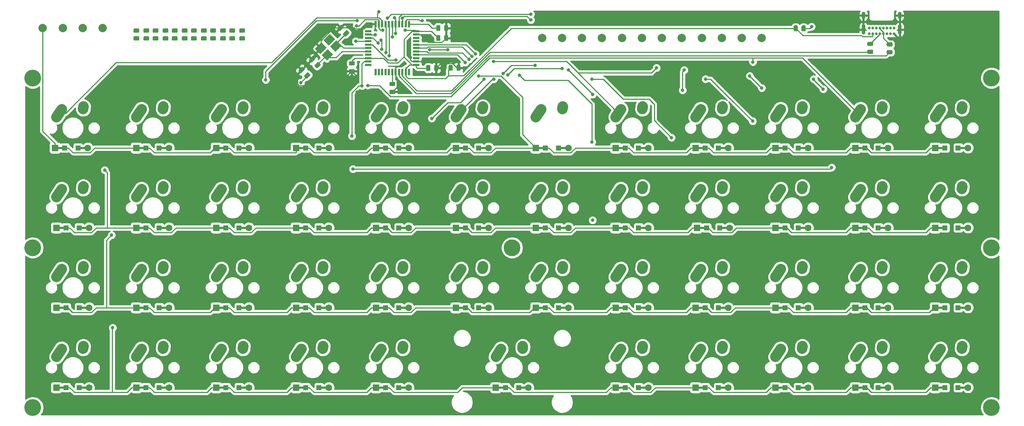
<source format=gbr>
G04 #@! TF.GenerationSoftware,KiCad,Pcbnew,(5.1.0)-1*
G04 #@! TF.CreationDate,2020-08-28T07:36:50-04:00*
G04 #@! TF.ProjectId,keyboard,6b657962-6f61-4726-942e-6b696361645f,rev?*
G04 #@! TF.SameCoordinates,Original*
G04 #@! TF.FileFunction,Copper,L2,Bot*
G04 #@! TF.FilePolarity,Positive*
%FSLAX46Y46*%
G04 Gerber Fmt 4.6, Leading zero omitted, Abs format (unit mm)*
G04 Created by KiCad (PCBNEW (5.1.0)-1) date 2020-08-28 07:36:50*
%MOMM*%
%LPD*%
G04 APERTURE LIST*
%ADD10C,0.020000*%
%ADD11C,0.975000*%
%ADD12C,4.000000*%
%ADD13C,0.650000*%
%ADD14O,0.900000X2.400000*%
%ADD15O,0.900000X1.700000*%
%ADD16R,0.550000X1.500000*%
%ADD17R,1.500000X0.550000*%
%ADD18R,2.500000X0.500000*%
%ADD19C,1.600000*%
%ADD20R,1.600000X1.600000*%
%ADD21R,1.200000X1.200000*%
%ADD22C,2.500000*%
%ADD23C,2.500000*%
%ADD24C,1.800000*%
%ADD25C,2.000000*%
%ADD26C,0.800000*%
%ADD27C,0.250000*%
%ADD28C,0.254000*%
G04 APERTURE END LIST*
D10*
G36*
X46612892Y-37693924D02*
G01*
X46636553Y-37697434D01*
X46659757Y-37703246D01*
X46682279Y-37711304D01*
X46703903Y-37721532D01*
X46724420Y-37733829D01*
X46743633Y-37748079D01*
X46761357Y-37764143D01*
X46777421Y-37781867D01*
X46791671Y-37801080D01*
X46803968Y-37821597D01*
X46814196Y-37843221D01*
X46822254Y-37865743D01*
X46828066Y-37888947D01*
X46831576Y-37912608D01*
X46832750Y-37936500D01*
X46832750Y-38424000D01*
X46831576Y-38447892D01*
X46828066Y-38471553D01*
X46822254Y-38494757D01*
X46814196Y-38517279D01*
X46803968Y-38538903D01*
X46791671Y-38559420D01*
X46777421Y-38578633D01*
X46761357Y-38596357D01*
X46743633Y-38612421D01*
X46724420Y-38626671D01*
X46703903Y-38638968D01*
X46682279Y-38649196D01*
X46659757Y-38657254D01*
X46636553Y-38663066D01*
X46612892Y-38666576D01*
X46589000Y-38667750D01*
X45676500Y-38667750D01*
X45652608Y-38666576D01*
X45628947Y-38663066D01*
X45605743Y-38657254D01*
X45583221Y-38649196D01*
X45561597Y-38638968D01*
X45541080Y-38626671D01*
X45521867Y-38612421D01*
X45504143Y-38596357D01*
X45488079Y-38578633D01*
X45473829Y-38559420D01*
X45461532Y-38538903D01*
X45451304Y-38517279D01*
X45443246Y-38494757D01*
X45437434Y-38471553D01*
X45433924Y-38447892D01*
X45432750Y-38424000D01*
X45432750Y-37936500D01*
X45433924Y-37912608D01*
X45437434Y-37888947D01*
X45443246Y-37865743D01*
X45451304Y-37843221D01*
X45461532Y-37821597D01*
X45473829Y-37801080D01*
X45488079Y-37781867D01*
X45504143Y-37764143D01*
X45521867Y-37748079D01*
X45541080Y-37733829D01*
X45561597Y-37721532D01*
X45583221Y-37711304D01*
X45605743Y-37703246D01*
X45628947Y-37697434D01*
X45652608Y-37693924D01*
X45676500Y-37692750D01*
X46589000Y-37692750D01*
X46612892Y-37693924D01*
X46612892Y-37693924D01*
G37*
D11*
X46132750Y-38180250D03*
D10*
G36*
X46612892Y-35818924D02*
G01*
X46636553Y-35822434D01*
X46659757Y-35828246D01*
X46682279Y-35836304D01*
X46703903Y-35846532D01*
X46724420Y-35858829D01*
X46743633Y-35873079D01*
X46761357Y-35889143D01*
X46777421Y-35906867D01*
X46791671Y-35926080D01*
X46803968Y-35946597D01*
X46814196Y-35968221D01*
X46822254Y-35990743D01*
X46828066Y-36013947D01*
X46831576Y-36037608D01*
X46832750Y-36061500D01*
X46832750Y-36549000D01*
X46831576Y-36572892D01*
X46828066Y-36596553D01*
X46822254Y-36619757D01*
X46814196Y-36642279D01*
X46803968Y-36663903D01*
X46791671Y-36684420D01*
X46777421Y-36703633D01*
X46761357Y-36721357D01*
X46743633Y-36737421D01*
X46724420Y-36751671D01*
X46703903Y-36763968D01*
X46682279Y-36774196D01*
X46659757Y-36782254D01*
X46636553Y-36788066D01*
X46612892Y-36791576D01*
X46589000Y-36792750D01*
X45676500Y-36792750D01*
X45652608Y-36791576D01*
X45628947Y-36788066D01*
X45605743Y-36782254D01*
X45583221Y-36774196D01*
X45561597Y-36763968D01*
X45541080Y-36751671D01*
X45521867Y-36737421D01*
X45504143Y-36721357D01*
X45488079Y-36703633D01*
X45473829Y-36684420D01*
X45461532Y-36663903D01*
X45451304Y-36642279D01*
X45443246Y-36619757D01*
X45437434Y-36596553D01*
X45433924Y-36572892D01*
X45432750Y-36549000D01*
X45432750Y-36061500D01*
X45433924Y-36037608D01*
X45437434Y-36013947D01*
X45443246Y-35990743D01*
X45451304Y-35968221D01*
X45461532Y-35946597D01*
X45473829Y-35926080D01*
X45488079Y-35906867D01*
X45504143Y-35889143D01*
X45521867Y-35873079D01*
X45541080Y-35858829D01*
X45561597Y-35846532D01*
X45583221Y-35836304D01*
X45605743Y-35828246D01*
X45628947Y-35822434D01*
X45652608Y-35818924D01*
X45676500Y-35817750D01*
X46589000Y-35817750D01*
X46612892Y-35818924D01*
X46612892Y-35818924D01*
G37*
D11*
X46132750Y-36305250D03*
D10*
G36*
X44231642Y-35818924D02*
G01*
X44255303Y-35822434D01*
X44278507Y-35828246D01*
X44301029Y-35836304D01*
X44322653Y-35846532D01*
X44343170Y-35858829D01*
X44362383Y-35873079D01*
X44380107Y-35889143D01*
X44396171Y-35906867D01*
X44410421Y-35926080D01*
X44422718Y-35946597D01*
X44432946Y-35968221D01*
X44441004Y-35990743D01*
X44446816Y-36013947D01*
X44450326Y-36037608D01*
X44451500Y-36061500D01*
X44451500Y-36549000D01*
X44450326Y-36572892D01*
X44446816Y-36596553D01*
X44441004Y-36619757D01*
X44432946Y-36642279D01*
X44422718Y-36663903D01*
X44410421Y-36684420D01*
X44396171Y-36703633D01*
X44380107Y-36721357D01*
X44362383Y-36737421D01*
X44343170Y-36751671D01*
X44322653Y-36763968D01*
X44301029Y-36774196D01*
X44278507Y-36782254D01*
X44255303Y-36788066D01*
X44231642Y-36791576D01*
X44207750Y-36792750D01*
X43295250Y-36792750D01*
X43271358Y-36791576D01*
X43247697Y-36788066D01*
X43224493Y-36782254D01*
X43201971Y-36774196D01*
X43180347Y-36763968D01*
X43159830Y-36751671D01*
X43140617Y-36737421D01*
X43122893Y-36721357D01*
X43106829Y-36703633D01*
X43092579Y-36684420D01*
X43080282Y-36663903D01*
X43070054Y-36642279D01*
X43061996Y-36619757D01*
X43056184Y-36596553D01*
X43052674Y-36572892D01*
X43051500Y-36549000D01*
X43051500Y-36061500D01*
X43052674Y-36037608D01*
X43056184Y-36013947D01*
X43061996Y-35990743D01*
X43070054Y-35968221D01*
X43080282Y-35946597D01*
X43092579Y-35926080D01*
X43106829Y-35906867D01*
X43122893Y-35889143D01*
X43140617Y-35873079D01*
X43159830Y-35858829D01*
X43180347Y-35846532D01*
X43201971Y-35836304D01*
X43224493Y-35828246D01*
X43247697Y-35822434D01*
X43271358Y-35818924D01*
X43295250Y-35817750D01*
X44207750Y-35817750D01*
X44231642Y-35818924D01*
X44231642Y-35818924D01*
G37*
D11*
X43751500Y-36305250D03*
D10*
G36*
X44231642Y-37693924D02*
G01*
X44255303Y-37697434D01*
X44278507Y-37703246D01*
X44301029Y-37711304D01*
X44322653Y-37721532D01*
X44343170Y-37733829D01*
X44362383Y-37748079D01*
X44380107Y-37764143D01*
X44396171Y-37781867D01*
X44410421Y-37801080D01*
X44422718Y-37821597D01*
X44432946Y-37843221D01*
X44441004Y-37865743D01*
X44446816Y-37888947D01*
X44450326Y-37912608D01*
X44451500Y-37936500D01*
X44451500Y-38424000D01*
X44450326Y-38447892D01*
X44446816Y-38471553D01*
X44441004Y-38494757D01*
X44432946Y-38517279D01*
X44422718Y-38538903D01*
X44410421Y-38559420D01*
X44396171Y-38578633D01*
X44380107Y-38596357D01*
X44362383Y-38612421D01*
X44343170Y-38626671D01*
X44322653Y-38638968D01*
X44301029Y-38649196D01*
X44278507Y-38657254D01*
X44255303Y-38663066D01*
X44231642Y-38666576D01*
X44207750Y-38667750D01*
X43295250Y-38667750D01*
X43271358Y-38666576D01*
X43247697Y-38663066D01*
X43224493Y-38657254D01*
X43201971Y-38649196D01*
X43180347Y-38638968D01*
X43159830Y-38626671D01*
X43140617Y-38612421D01*
X43122893Y-38596357D01*
X43106829Y-38578633D01*
X43092579Y-38559420D01*
X43080282Y-38538903D01*
X43070054Y-38517279D01*
X43061996Y-38494757D01*
X43056184Y-38471553D01*
X43052674Y-38447892D01*
X43051500Y-38424000D01*
X43051500Y-37936500D01*
X43052674Y-37912608D01*
X43056184Y-37888947D01*
X43061996Y-37865743D01*
X43070054Y-37843221D01*
X43080282Y-37821597D01*
X43092579Y-37801080D01*
X43106829Y-37781867D01*
X43122893Y-37764143D01*
X43140617Y-37748079D01*
X43159830Y-37733829D01*
X43180347Y-37721532D01*
X43201971Y-37711304D01*
X43224493Y-37703246D01*
X43247697Y-37697434D01*
X43271358Y-37693924D01*
X43295250Y-37692750D01*
X44207750Y-37692750D01*
X44231642Y-37693924D01*
X44231642Y-37693924D01*
G37*
D11*
X43751500Y-38180250D03*
D10*
G36*
X51184892Y-37693924D02*
G01*
X51208553Y-37697434D01*
X51231757Y-37703246D01*
X51254279Y-37711304D01*
X51275903Y-37721532D01*
X51296420Y-37733829D01*
X51315633Y-37748079D01*
X51333357Y-37764143D01*
X51349421Y-37781867D01*
X51363671Y-37801080D01*
X51375968Y-37821597D01*
X51386196Y-37843221D01*
X51394254Y-37865743D01*
X51400066Y-37888947D01*
X51403576Y-37912608D01*
X51404750Y-37936500D01*
X51404750Y-38424000D01*
X51403576Y-38447892D01*
X51400066Y-38471553D01*
X51394254Y-38494757D01*
X51386196Y-38517279D01*
X51375968Y-38538903D01*
X51363671Y-38559420D01*
X51349421Y-38578633D01*
X51333357Y-38596357D01*
X51315633Y-38612421D01*
X51296420Y-38626671D01*
X51275903Y-38638968D01*
X51254279Y-38649196D01*
X51231757Y-38657254D01*
X51208553Y-38663066D01*
X51184892Y-38666576D01*
X51161000Y-38667750D01*
X50248500Y-38667750D01*
X50224608Y-38666576D01*
X50200947Y-38663066D01*
X50177743Y-38657254D01*
X50155221Y-38649196D01*
X50133597Y-38638968D01*
X50113080Y-38626671D01*
X50093867Y-38612421D01*
X50076143Y-38596357D01*
X50060079Y-38578633D01*
X50045829Y-38559420D01*
X50033532Y-38538903D01*
X50023304Y-38517279D01*
X50015246Y-38494757D01*
X50009434Y-38471553D01*
X50005924Y-38447892D01*
X50004750Y-38424000D01*
X50004750Y-37936500D01*
X50005924Y-37912608D01*
X50009434Y-37888947D01*
X50015246Y-37865743D01*
X50023304Y-37843221D01*
X50033532Y-37821597D01*
X50045829Y-37801080D01*
X50060079Y-37781867D01*
X50076143Y-37764143D01*
X50093867Y-37748079D01*
X50113080Y-37733829D01*
X50133597Y-37721532D01*
X50155221Y-37711304D01*
X50177743Y-37703246D01*
X50200947Y-37697434D01*
X50224608Y-37693924D01*
X50248500Y-37692750D01*
X51161000Y-37692750D01*
X51184892Y-37693924D01*
X51184892Y-37693924D01*
G37*
D11*
X50704750Y-38180250D03*
D10*
G36*
X51184892Y-35818924D02*
G01*
X51208553Y-35822434D01*
X51231757Y-35828246D01*
X51254279Y-35836304D01*
X51275903Y-35846532D01*
X51296420Y-35858829D01*
X51315633Y-35873079D01*
X51333357Y-35889143D01*
X51349421Y-35906867D01*
X51363671Y-35926080D01*
X51375968Y-35946597D01*
X51386196Y-35968221D01*
X51394254Y-35990743D01*
X51400066Y-36013947D01*
X51403576Y-36037608D01*
X51404750Y-36061500D01*
X51404750Y-36549000D01*
X51403576Y-36572892D01*
X51400066Y-36596553D01*
X51394254Y-36619757D01*
X51386196Y-36642279D01*
X51375968Y-36663903D01*
X51363671Y-36684420D01*
X51349421Y-36703633D01*
X51333357Y-36721357D01*
X51315633Y-36737421D01*
X51296420Y-36751671D01*
X51275903Y-36763968D01*
X51254279Y-36774196D01*
X51231757Y-36782254D01*
X51208553Y-36788066D01*
X51184892Y-36791576D01*
X51161000Y-36792750D01*
X50248500Y-36792750D01*
X50224608Y-36791576D01*
X50200947Y-36788066D01*
X50177743Y-36782254D01*
X50155221Y-36774196D01*
X50133597Y-36763968D01*
X50113080Y-36751671D01*
X50093867Y-36737421D01*
X50076143Y-36721357D01*
X50060079Y-36703633D01*
X50045829Y-36684420D01*
X50033532Y-36663903D01*
X50023304Y-36642279D01*
X50015246Y-36619757D01*
X50009434Y-36596553D01*
X50005924Y-36572892D01*
X50004750Y-36549000D01*
X50004750Y-36061500D01*
X50005924Y-36037608D01*
X50009434Y-36013947D01*
X50015246Y-35990743D01*
X50023304Y-35968221D01*
X50033532Y-35946597D01*
X50045829Y-35926080D01*
X50060079Y-35906867D01*
X50076143Y-35889143D01*
X50093867Y-35873079D01*
X50113080Y-35858829D01*
X50133597Y-35846532D01*
X50155221Y-35836304D01*
X50177743Y-35828246D01*
X50200947Y-35822434D01*
X50224608Y-35818924D01*
X50248500Y-35817750D01*
X51161000Y-35817750D01*
X51184892Y-35818924D01*
X51184892Y-35818924D01*
G37*
D11*
X50704750Y-36305250D03*
D10*
G36*
X48803642Y-35818924D02*
G01*
X48827303Y-35822434D01*
X48850507Y-35828246D01*
X48873029Y-35836304D01*
X48894653Y-35846532D01*
X48915170Y-35858829D01*
X48934383Y-35873079D01*
X48952107Y-35889143D01*
X48968171Y-35906867D01*
X48982421Y-35926080D01*
X48994718Y-35946597D01*
X49004946Y-35968221D01*
X49013004Y-35990743D01*
X49018816Y-36013947D01*
X49022326Y-36037608D01*
X49023500Y-36061500D01*
X49023500Y-36549000D01*
X49022326Y-36572892D01*
X49018816Y-36596553D01*
X49013004Y-36619757D01*
X49004946Y-36642279D01*
X48994718Y-36663903D01*
X48982421Y-36684420D01*
X48968171Y-36703633D01*
X48952107Y-36721357D01*
X48934383Y-36737421D01*
X48915170Y-36751671D01*
X48894653Y-36763968D01*
X48873029Y-36774196D01*
X48850507Y-36782254D01*
X48827303Y-36788066D01*
X48803642Y-36791576D01*
X48779750Y-36792750D01*
X47867250Y-36792750D01*
X47843358Y-36791576D01*
X47819697Y-36788066D01*
X47796493Y-36782254D01*
X47773971Y-36774196D01*
X47752347Y-36763968D01*
X47731830Y-36751671D01*
X47712617Y-36737421D01*
X47694893Y-36721357D01*
X47678829Y-36703633D01*
X47664579Y-36684420D01*
X47652282Y-36663903D01*
X47642054Y-36642279D01*
X47633996Y-36619757D01*
X47628184Y-36596553D01*
X47624674Y-36572892D01*
X47623500Y-36549000D01*
X47623500Y-36061500D01*
X47624674Y-36037608D01*
X47628184Y-36013947D01*
X47633996Y-35990743D01*
X47642054Y-35968221D01*
X47652282Y-35946597D01*
X47664579Y-35926080D01*
X47678829Y-35906867D01*
X47694893Y-35889143D01*
X47712617Y-35873079D01*
X47731830Y-35858829D01*
X47752347Y-35846532D01*
X47773971Y-35836304D01*
X47796493Y-35828246D01*
X47819697Y-35822434D01*
X47843358Y-35818924D01*
X47867250Y-35817750D01*
X48779750Y-35817750D01*
X48803642Y-35818924D01*
X48803642Y-35818924D01*
G37*
D11*
X48323500Y-36305250D03*
D10*
G36*
X48803642Y-37693924D02*
G01*
X48827303Y-37697434D01*
X48850507Y-37703246D01*
X48873029Y-37711304D01*
X48894653Y-37721532D01*
X48915170Y-37733829D01*
X48934383Y-37748079D01*
X48952107Y-37764143D01*
X48968171Y-37781867D01*
X48982421Y-37801080D01*
X48994718Y-37821597D01*
X49004946Y-37843221D01*
X49013004Y-37865743D01*
X49018816Y-37888947D01*
X49022326Y-37912608D01*
X49023500Y-37936500D01*
X49023500Y-38424000D01*
X49022326Y-38447892D01*
X49018816Y-38471553D01*
X49013004Y-38494757D01*
X49004946Y-38517279D01*
X48994718Y-38538903D01*
X48982421Y-38559420D01*
X48968171Y-38578633D01*
X48952107Y-38596357D01*
X48934383Y-38612421D01*
X48915170Y-38626671D01*
X48894653Y-38638968D01*
X48873029Y-38649196D01*
X48850507Y-38657254D01*
X48827303Y-38663066D01*
X48803642Y-38666576D01*
X48779750Y-38667750D01*
X47867250Y-38667750D01*
X47843358Y-38666576D01*
X47819697Y-38663066D01*
X47796493Y-38657254D01*
X47773971Y-38649196D01*
X47752347Y-38638968D01*
X47731830Y-38626671D01*
X47712617Y-38612421D01*
X47694893Y-38596357D01*
X47678829Y-38578633D01*
X47664579Y-38559420D01*
X47652282Y-38538903D01*
X47642054Y-38517279D01*
X47633996Y-38494757D01*
X47628184Y-38471553D01*
X47624674Y-38447892D01*
X47623500Y-38424000D01*
X47623500Y-37936500D01*
X47624674Y-37912608D01*
X47628184Y-37888947D01*
X47633996Y-37865743D01*
X47642054Y-37843221D01*
X47652282Y-37821597D01*
X47664579Y-37801080D01*
X47678829Y-37781867D01*
X47694893Y-37764143D01*
X47712617Y-37748079D01*
X47731830Y-37733829D01*
X47752347Y-37721532D01*
X47773971Y-37711304D01*
X47796493Y-37703246D01*
X47819697Y-37697434D01*
X47843358Y-37693924D01*
X47867250Y-37692750D01*
X48779750Y-37692750D01*
X48803642Y-37693924D01*
X48803642Y-37693924D01*
G37*
D11*
X48323500Y-38180250D03*
D10*
G36*
X69472892Y-37693924D02*
G01*
X69496553Y-37697434D01*
X69519757Y-37703246D01*
X69542279Y-37711304D01*
X69563903Y-37721532D01*
X69584420Y-37733829D01*
X69603633Y-37748079D01*
X69621357Y-37764143D01*
X69637421Y-37781867D01*
X69651671Y-37801080D01*
X69663968Y-37821597D01*
X69674196Y-37843221D01*
X69682254Y-37865743D01*
X69688066Y-37888947D01*
X69691576Y-37912608D01*
X69692750Y-37936500D01*
X69692750Y-38424000D01*
X69691576Y-38447892D01*
X69688066Y-38471553D01*
X69682254Y-38494757D01*
X69674196Y-38517279D01*
X69663968Y-38538903D01*
X69651671Y-38559420D01*
X69637421Y-38578633D01*
X69621357Y-38596357D01*
X69603633Y-38612421D01*
X69584420Y-38626671D01*
X69563903Y-38638968D01*
X69542279Y-38649196D01*
X69519757Y-38657254D01*
X69496553Y-38663066D01*
X69472892Y-38666576D01*
X69449000Y-38667750D01*
X68536500Y-38667750D01*
X68512608Y-38666576D01*
X68488947Y-38663066D01*
X68465743Y-38657254D01*
X68443221Y-38649196D01*
X68421597Y-38638968D01*
X68401080Y-38626671D01*
X68381867Y-38612421D01*
X68364143Y-38596357D01*
X68348079Y-38578633D01*
X68333829Y-38559420D01*
X68321532Y-38538903D01*
X68311304Y-38517279D01*
X68303246Y-38494757D01*
X68297434Y-38471553D01*
X68293924Y-38447892D01*
X68292750Y-38424000D01*
X68292750Y-37936500D01*
X68293924Y-37912608D01*
X68297434Y-37888947D01*
X68303246Y-37865743D01*
X68311304Y-37843221D01*
X68321532Y-37821597D01*
X68333829Y-37801080D01*
X68348079Y-37781867D01*
X68364143Y-37764143D01*
X68381867Y-37748079D01*
X68401080Y-37733829D01*
X68421597Y-37721532D01*
X68443221Y-37711304D01*
X68465743Y-37703246D01*
X68488947Y-37697434D01*
X68512608Y-37693924D01*
X68536500Y-37692750D01*
X69449000Y-37692750D01*
X69472892Y-37693924D01*
X69472892Y-37693924D01*
G37*
D11*
X68992750Y-38180250D03*
D10*
G36*
X69472892Y-35818924D02*
G01*
X69496553Y-35822434D01*
X69519757Y-35828246D01*
X69542279Y-35836304D01*
X69563903Y-35846532D01*
X69584420Y-35858829D01*
X69603633Y-35873079D01*
X69621357Y-35889143D01*
X69637421Y-35906867D01*
X69651671Y-35926080D01*
X69663968Y-35946597D01*
X69674196Y-35968221D01*
X69682254Y-35990743D01*
X69688066Y-36013947D01*
X69691576Y-36037608D01*
X69692750Y-36061500D01*
X69692750Y-36549000D01*
X69691576Y-36572892D01*
X69688066Y-36596553D01*
X69682254Y-36619757D01*
X69674196Y-36642279D01*
X69663968Y-36663903D01*
X69651671Y-36684420D01*
X69637421Y-36703633D01*
X69621357Y-36721357D01*
X69603633Y-36737421D01*
X69584420Y-36751671D01*
X69563903Y-36763968D01*
X69542279Y-36774196D01*
X69519757Y-36782254D01*
X69496553Y-36788066D01*
X69472892Y-36791576D01*
X69449000Y-36792750D01*
X68536500Y-36792750D01*
X68512608Y-36791576D01*
X68488947Y-36788066D01*
X68465743Y-36782254D01*
X68443221Y-36774196D01*
X68421597Y-36763968D01*
X68401080Y-36751671D01*
X68381867Y-36737421D01*
X68364143Y-36721357D01*
X68348079Y-36703633D01*
X68333829Y-36684420D01*
X68321532Y-36663903D01*
X68311304Y-36642279D01*
X68303246Y-36619757D01*
X68297434Y-36596553D01*
X68293924Y-36572892D01*
X68292750Y-36549000D01*
X68292750Y-36061500D01*
X68293924Y-36037608D01*
X68297434Y-36013947D01*
X68303246Y-35990743D01*
X68311304Y-35968221D01*
X68321532Y-35946597D01*
X68333829Y-35926080D01*
X68348079Y-35906867D01*
X68364143Y-35889143D01*
X68381867Y-35873079D01*
X68401080Y-35858829D01*
X68421597Y-35846532D01*
X68443221Y-35836304D01*
X68465743Y-35828246D01*
X68488947Y-35822434D01*
X68512608Y-35818924D01*
X68536500Y-35817750D01*
X69449000Y-35817750D01*
X69472892Y-35818924D01*
X69472892Y-35818924D01*
G37*
D11*
X68992750Y-36305250D03*
D10*
G36*
X67091642Y-35818924D02*
G01*
X67115303Y-35822434D01*
X67138507Y-35828246D01*
X67161029Y-35836304D01*
X67182653Y-35846532D01*
X67203170Y-35858829D01*
X67222383Y-35873079D01*
X67240107Y-35889143D01*
X67256171Y-35906867D01*
X67270421Y-35926080D01*
X67282718Y-35946597D01*
X67292946Y-35968221D01*
X67301004Y-35990743D01*
X67306816Y-36013947D01*
X67310326Y-36037608D01*
X67311500Y-36061500D01*
X67311500Y-36549000D01*
X67310326Y-36572892D01*
X67306816Y-36596553D01*
X67301004Y-36619757D01*
X67292946Y-36642279D01*
X67282718Y-36663903D01*
X67270421Y-36684420D01*
X67256171Y-36703633D01*
X67240107Y-36721357D01*
X67222383Y-36737421D01*
X67203170Y-36751671D01*
X67182653Y-36763968D01*
X67161029Y-36774196D01*
X67138507Y-36782254D01*
X67115303Y-36788066D01*
X67091642Y-36791576D01*
X67067750Y-36792750D01*
X66155250Y-36792750D01*
X66131358Y-36791576D01*
X66107697Y-36788066D01*
X66084493Y-36782254D01*
X66061971Y-36774196D01*
X66040347Y-36763968D01*
X66019830Y-36751671D01*
X66000617Y-36737421D01*
X65982893Y-36721357D01*
X65966829Y-36703633D01*
X65952579Y-36684420D01*
X65940282Y-36663903D01*
X65930054Y-36642279D01*
X65921996Y-36619757D01*
X65916184Y-36596553D01*
X65912674Y-36572892D01*
X65911500Y-36549000D01*
X65911500Y-36061500D01*
X65912674Y-36037608D01*
X65916184Y-36013947D01*
X65921996Y-35990743D01*
X65930054Y-35968221D01*
X65940282Y-35946597D01*
X65952579Y-35926080D01*
X65966829Y-35906867D01*
X65982893Y-35889143D01*
X66000617Y-35873079D01*
X66019830Y-35858829D01*
X66040347Y-35846532D01*
X66061971Y-35836304D01*
X66084493Y-35828246D01*
X66107697Y-35822434D01*
X66131358Y-35818924D01*
X66155250Y-35817750D01*
X67067750Y-35817750D01*
X67091642Y-35818924D01*
X67091642Y-35818924D01*
G37*
D11*
X66611500Y-36305250D03*
D10*
G36*
X67091642Y-37693924D02*
G01*
X67115303Y-37697434D01*
X67138507Y-37703246D01*
X67161029Y-37711304D01*
X67182653Y-37721532D01*
X67203170Y-37733829D01*
X67222383Y-37748079D01*
X67240107Y-37764143D01*
X67256171Y-37781867D01*
X67270421Y-37801080D01*
X67282718Y-37821597D01*
X67292946Y-37843221D01*
X67301004Y-37865743D01*
X67306816Y-37888947D01*
X67310326Y-37912608D01*
X67311500Y-37936500D01*
X67311500Y-38424000D01*
X67310326Y-38447892D01*
X67306816Y-38471553D01*
X67301004Y-38494757D01*
X67292946Y-38517279D01*
X67282718Y-38538903D01*
X67270421Y-38559420D01*
X67256171Y-38578633D01*
X67240107Y-38596357D01*
X67222383Y-38612421D01*
X67203170Y-38626671D01*
X67182653Y-38638968D01*
X67161029Y-38649196D01*
X67138507Y-38657254D01*
X67115303Y-38663066D01*
X67091642Y-38666576D01*
X67067750Y-38667750D01*
X66155250Y-38667750D01*
X66131358Y-38666576D01*
X66107697Y-38663066D01*
X66084493Y-38657254D01*
X66061971Y-38649196D01*
X66040347Y-38638968D01*
X66019830Y-38626671D01*
X66000617Y-38612421D01*
X65982893Y-38596357D01*
X65966829Y-38578633D01*
X65952579Y-38559420D01*
X65940282Y-38538903D01*
X65930054Y-38517279D01*
X65921996Y-38494757D01*
X65916184Y-38471553D01*
X65912674Y-38447892D01*
X65911500Y-38424000D01*
X65911500Y-37936500D01*
X65912674Y-37912608D01*
X65916184Y-37888947D01*
X65921996Y-37865743D01*
X65930054Y-37843221D01*
X65940282Y-37821597D01*
X65952579Y-37801080D01*
X65966829Y-37781867D01*
X65982893Y-37764143D01*
X66000617Y-37748079D01*
X66019830Y-37733829D01*
X66040347Y-37721532D01*
X66061971Y-37711304D01*
X66084493Y-37703246D01*
X66107697Y-37697434D01*
X66131358Y-37693924D01*
X66155250Y-37692750D01*
X67067750Y-37692750D01*
X67091642Y-37693924D01*
X67091642Y-37693924D01*
G37*
D11*
X66611500Y-38180250D03*
D10*
G36*
X64900892Y-37693924D02*
G01*
X64924553Y-37697434D01*
X64947757Y-37703246D01*
X64970279Y-37711304D01*
X64991903Y-37721532D01*
X65012420Y-37733829D01*
X65031633Y-37748079D01*
X65049357Y-37764143D01*
X65065421Y-37781867D01*
X65079671Y-37801080D01*
X65091968Y-37821597D01*
X65102196Y-37843221D01*
X65110254Y-37865743D01*
X65116066Y-37888947D01*
X65119576Y-37912608D01*
X65120750Y-37936500D01*
X65120750Y-38424000D01*
X65119576Y-38447892D01*
X65116066Y-38471553D01*
X65110254Y-38494757D01*
X65102196Y-38517279D01*
X65091968Y-38538903D01*
X65079671Y-38559420D01*
X65065421Y-38578633D01*
X65049357Y-38596357D01*
X65031633Y-38612421D01*
X65012420Y-38626671D01*
X64991903Y-38638968D01*
X64970279Y-38649196D01*
X64947757Y-38657254D01*
X64924553Y-38663066D01*
X64900892Y-38666576D01*
X64877000Y-38667750D01*
X63964500Y-38667750D01*
X63940608Y-38666576D01*
X63916947Y-38663066D01*
X63893743Y-38657254D01*
X63871221Y-38649196D01*
X63849597Y-38638968D01*
X63829080Y-38626671D01*
X63809867Y-38612421D01*
X63792143Y-38596357D01*
X63776079Y-38578633D01*
X63761829Y-38559420D01*
X63749532Y-38538903D01*
X63739304Y-38517279D01*
X63731246Y-38494757D01*
X63725434Y-38471553D01*
X63721924Y-38447892D01*
X63720750Y-38424000D01*
X63720750Y-37936500D01*
X63721924Y-37912608D01*
X63725434Y-37888947D01*
X63731246Y-37865743D01*
X63739304Y-37843221D01*
X63749532Y-37821597D01*
X63761829Y-37801080D01*
X63776079Y-37781867D01*
X63792143Y-37764143D01*
X63809867Y-37748079D01*
X63829080Y-37733829D01*
X63849597Y-37721532D01*
X63871221Y-37711304D01*
X63893743Y-37703246D01*
X63916947Y-37697434D01*
X63940608Y-37693924D01*
X63964500Y-37692750D01*
X64877000Y-37692750D01*
X64900892Y-37693924D01*
X64900892Y-37693924D01*
G37*
D11*
X64420750Y-38180250D03*
D10*
G36*
X64900892Y-35818924D02*
G01*
X64924553Y-35822434D01*
X64947757Y-35828246D01*
X64970279Y-35836304D01*
X64991903Y-35846532D01*
X65012420Y-35858829D01*
X65031633Y-35873079D01*
X65049357Y-35889143D01*
X65065421Y-35906867D01*
X65079671Y-35926080D01*
X65091968Y-35946597D01*
X65102196Y-35968221D01*
X65110254Y-35990743D01*
X65116066Y-36013947D01*
X65119576Y-36037608D01*
X65120750Y-36061500D01*
X65120750Y-36549000D01*
X65119576Y-36572892D01*
X65116066Y-36596553D01*
X65110254Y-36619757D01*
X65102196Y-36642279D01*
X65091968Y-36663903D01*
X65079671Y-36684420D01*
X65065421Y-36703633D01*
X65049357Y-36721357D01*
X65031633Y-36737421D01*
X65012420Y-36751671D01*
X64991903Y-36763968D01*
X64970279Y-36774196D01*
X64947757Y-36782254D01*
X64924553Y-36788066D01*
X64900892Y-36791576D01*
X64877000Y-36792750D01*
X63964500Y-36792750D01*
X63940608Y-36791576D01*
X63916947Y-36788066D01*
X63893743Y-36782254D01*
X63871221Y-36774196D01*
X63849597Y-36763968D01*
X63829080Y-36751671D01*
X63809867Y-36737421D01*
X63792143Y-36721357D01*
X63776079Y-36703633D01*
X63761829Y-36684420D01*
X63749532Y-36663903D01*
X63739304Y-36642279D01*
X63731246Y-36619757D01*
X63725434Y-36596553D01*
X63721924Y-36572892D01*
X63720750Y-36549000D01*
X63720750Y-36061500D01*
X63721924Y-36037608D01*
X63725434Y-36013947D01*
X63731246Y-35990743D01*
X63739304Y-35968221D01*
X63749532Y-35946597D01*
X63761829Y-35926080D01*
X63776079Y-35906867D01*
X63792143Y-35889143D01*
X63809867Y-35873079D01*
X63829080Y-35858829D01*
X63849597Y-35846532D01*
X63871221Y-35836304D01*
X63893743Y-35828246D01*
X63916947Y-35822434D01*
X63940608Y-35818924D01*
X63964500Y-35817750D01*
X64877000Y-35817750D01*
X64900892Y-35818924D01*
X64900892Y-35818924D01*
G37*
D11*
X64420750Y-36305250D03*
D10*
G36*
X62519642Y-35818924D02*
G01*
X62543303Y-35822434D01*
X62566507Y-35828246D01*
X62589029Y-35836304D01*
X62610653Y-35846532D01*
X62631170Y-35858829D01*
X62650383Y-35873079D01*
X62668107Y-35889143D01*
X62684171Y-35906867D01*
X62698421Y-35926080D01*
X62710718Y-35946597D01*
X62720946Y-35968221D01*
X62729004Y-35990743D01*
X62734816Y-36013947D01*
X62738326Y-36037608D01*
X62739500Y-36061500D01*
X62739500Y-36549000D01*
X62738326Y-36572892D01*
X62734816Y-36596553D01*
X62729004Y-36619757D01*
X62720946Y-36642279D01*
X62710718Y-36663903D01*
X62698421Y-36684420D01*
X62684171Y-36703633D01*
X62668107Y-36721357D01*
X62650383Y-36737421D01*
X62631170Y-36751671D01*
X62610653Y-36763968D01*
X62589029Y-36774196D01*
X62566507Y-36782254D01*
X62543303Y-36788066D01*
X62519642Y-36791576D01*
X62495750Y-36792750D01*
X61583250Y-36792750D01*
X61559358Y-36791576D01*
X61535697Y-36788066D01*
X61512493Y-36782254D01*
X61489971Y-36774196D01*
X61468347Y-36763968D01*
X61447830Y-36751671D01*
X61428617Y-36737421D01*
X61410893Y-36721357D01*
X61394829Y-36703633D01*
X61380579Y-36684420D01*
X61368282Y-36663903D01*
X61358054Y-36642279D01*
X61349996Y-36619757D01*
X61344184Y-36596553D01*
X61340674Y-36572892D01*
X61339500Y-36549000D01*
X61339500Y-36061500D01*
X61340674Y-36037608D01*
X61344184Y-36013947D01*
X61349996Y-35990743D01*
X61358054Y-35968221D01*
X61368282Y-35946597D01*
X61380579Y-35926080D01*
X61394829Y-35906867D01*
X61410893Y-35889143D01*
X61428617Y-35873079D01*
X61447830Y-35858829D01*
X61468347Y-35846532D01*
X61489971Y-35836304D01*
X61512493Y-35828246D01*
X61535697Y-35822434D01*
X61559358Y-35818924D01*
X61583250Y-35817750D01*
X62495750Y-35817750D01*
X62519642Y-35818924D01*
X62519642Y-35818924D01*
G37*
D11*
X62039500Y-36305250D03*
D10*
G36*
X62519642Y-37693924D02*
G01*
X62543303Y-37697434D01*
X62566507Y-37703246D01*
X62589029Y-37711304D01*
X62610653Y-37721532D01*
X62631170Y-37733829D01*
X62650383Y-37748079D01*
X62668107Y-37764143D01*
X62684171Y-37781867D01*
X62698421Y-37801080D01*
X62710718Y-37821597D01*
X62720946Y-37843221D01*
X62729004Y-37865743D01*
X62734816Y-37888947D01*
X62738326Y-37912608D01*
X62739500Y-37936500D01*
X62739500Y-38424000D01*
X62738326Y-38447892D01*
X62734816Y-38471553D01*
X62729004Y-38494757D01*
X62720946Y-38517279D01*
X62710718Y-38538903D01*
X62698421Y-38559420D01*
X62684171Y-38578633D01*
X62668107Y-38596357D01*
X62650383Y-38612421D01*
X62631170Y-38626671D01*
X62610653Y-38638968D01*
X62589029Y-38649196D01*
X62566507Y-38657254D01*
X62543303Y-38663066D01*
X62519642Y-38666576D01*
X62495750Y-38667750D01*
X61583250Y-38667750D01*
X61559358Y-38666576D01*
X61535697Y-38663066D01*
X61512493Y-38657254D01*
X61489971Y-38649196D01*
X61468347Y-38638968D01*
X61447830Y-38626671D01*
X61428617Y-38612421D01*
X61410893Y-38596357D01*
X61394829Y-38578633D01*
X61380579Y-38559420D01*
X61368282Y-38538903D01*
X61358054Y-38517279D01*
X61349996Y-38494757D01*
X61344184Y-38471553D01*
X61340674Y-38447892D01*
X61339500Y-38424000D01*
X61339500Y-37936500D01*
X61340674Y-37912608D01*
X61344184Y-37888947D01*
X61349996Y-37865743D01*
X61358054Y-37843221D01*
X61368282Y-37821597D01*
X61380579Y-37801080D01*
X61394829Y-37781867D01*
X61410893Y-37764143D01*
X61428617Y-37748079D01*
X61447830Y-37733829D01*
X61468347Y-37721532D01*
X61489971Y-37711304D01*
X61512493Y-37703246D01*
X61535697Y-37697434D01*
X61559358Y-37693924D01*
X61583250Y-37692750D01*
X62495750Y-37692750D01*
X62519642Y-37693924D01*
X62519642Y-37693924D01*
G37*
D11*
X62039500Y-38180250D03*
D10*
G36*
X60328892Y-37693924D02*
G01*
X60352553Y-37697434D01*
X60375757Y-37703246D01*
X60398279Y-37711304D01*
X60419903Y-37721532D01*
X60440420Y-37733829D01*
X60459633Y-37748079D01*
X60477357Y-37764143D01*
X60493421Y-37781867D01*
X60507671Y-37801080D01*
X60519968Y-37821597D01*
X60530196Y-37843221D01*
X60538254Y-37865743D01*
X60544066Y-37888947D01*
X60547576Y-37912608D01*
X60548750Y-37936500D01*
X60548750Y-38424000D01*
X60547576Y-38447892D01*
X60544066Y-38471553D01*
X60538254Y-38494757D01*
X60530196Y-38517279D01*
X60519968Y-38538903D01*
X60507671Y-38559420D01*
X60493421Y-38578633D01*
X60477357Y-38596357D01*
X60459633Y-38612421D01*
X60440420Y-38626671D01*
X60419903Y-38638968D01*
X60398279Y-38649196D01*
X60375757Y-38657254D01*
X60352553Y-38663066D01*
X60328892Y-38666576D01*
X60305000Y-38667750D01*
X59392500Y-38667750D01*
X59368608Y-38666576D01*
X59344947Y-38663066D01*
X59321743Y-38657254D01*
X59299221Y-38649196D01*
X59277597Y-38638968D01*
X59257080Y-38626671D01*
X59237867Y-38612421D01*
X59220143Y-38596357D01*
X59204079Y-38578633D01*
X59189829Y-38559420D01*
X59177532Y-38538903D01*
X59167304Y-38517279D01*
X59159246Y-38494757D01*
X59153434Y-38471553D01*
X59149924Y-38447892D01*
X59148750Y-38424000D01*
X59148750Y-37936500D01*
X59149924Y-37912608D01*
X59153434Y-37888947D01*
X59159246Y-37865743D01*
X59167304Y-37843221D01*
X59177532Y-37821597D01*
X59189829Y-37801080D01*
X59204079Y-37781867D01*
X59220143Y-37764143D01*
X59237867Y-37748079D01*
X59257080Y-37733829D01*
X59277597Y-37721532D01*
X59299221Y-37711304D01*
X59321743Y-37703246D01*
X59344947Y-37697434D01*
X59368608Y-37693924D01*
X59392500Y-37692750D01*
X60305000Y-37692750D01*
X60328892Y-37693924D01*
X60328892Y-37693924D01*
G37*
D11*
X59848750Y-38180250D03*
D10*
G36*
X60328892Y-35818924D02*
G01*
X60352553Y-35822434D01*
X60375757Y-35828246D01*
X60398279Y-35836304D01*
X60419903Y-35846532D01*
X60440420Y-35858829D01*
X60459633Y-35873079D01*
X60477357Y-35889143D01*
X60493421Y-35906867D01*
X60507671Y-35926080D01*
X60519968Y-35946597D01*
X60530196Y-35968221D01*
X60538254Y-35990743D01*
X60544066Y-36013947D01*
X60547576Y-36037608D01*
X60548750Y-36061500D01*
X60548750Y-36549000D01*
X60547576Y-36572892D01*
X60544066Y-36596553D01*
X60538254Y-36619757D01*
X60530196Y-36642279D01*
X60519968Y-36663903D01*
X60507671Y-36684420D01*
X60493421Y-36703633D01*
X60477357Y-36721357D01*
X60459633Y-36737421D01*
X60440420Y-36751671D01*
X60419903Y-36763968D01*
X60398279Y-36774196D01*
X60375757Y-36782254D01*
X60352553Y-36788066D01*
X60328892Y-36791576D01*
X60305000Y-36792750D01*
X59392500Y-36792750D01*
X59368608Y-36791576D01*
X59344947Y-36788066D01*
X59321743Y-36782254D01*
X59299221Y-36774196D01*
X59277597Y-36763968D01*
X59257080Y-36751671D01*
X59237867Y-36737421D01*
X59220143Y-36721357D01*
X59204079Y-36703633D01*
X59189829Y-36684420D01*
X59177532Y-36663903D01*
X59167304Y-36642279D01*
X59159246Y-36619757D01*
X59153434Y-36596553D01*
X59149924Y-36572892D01*
X59148750Y-36549000D01*
X59148750Y-36061500D01*
X59149924Y-36037608D01*
X59153434Y-36013947D01*
X59159246Y-35990743D01*
X59167304Y-35968221D01*
X59177532Y-35946597D01*
X59189829Y-35926080D01*
X59204079Y-35906867D01*
X59220143Y-35889143D01*
X59237867Y-35873079D01*
X59257080Y-35858829D01*
X59277597Y-35846532D01*
X59299221Y-35836304D01*
X59321743Y-35828246D01*
X59344947Y-35822434D01*
X59368608Y-35818924D01*
X59392500Y-35817750D01*
X60305000Y-35817750D01*
X60328892Y-35818924D01*
X60328892Y-35818924D01*
G37*
D11*
X59848750Y-36305250D03*
D10*
G36*
X57947642Y-35818924D02*
G01*
X57971303Y-35822434D01*
X57994507Y-35828246D01*
X58017029Y-35836304D01*
X58038653Y-35846532D01*
X58059170Y-35858829D01*
X58078383Y-35873079D01*
X58096107Y-35889143D01*
X58112171Y-35906867D01*
X58126421Y-35926080D01*
X58138718Y-35946597D01*
X58148946Y-35968221D01*
X58157004Y-35990743D01*
X58162816Y-36013947D01*
X58166326Y-36037608D01*
X58167500Y-36061500D01*
X58167500Y-36549000D01*
X58166326Y-36572892D01*
X58162816Y-36596553D01*
X58157004Y-36619757D01*
X58148946Y-36642279D01*
X58138718Y-36663903D01*
X58126421Y-36684420D01*
X58112171Y-36703633D01*
X58096107Y-36721357D01*
X58078383Y-36737421D01*
X58059170Y-36751671D01*
X58038653Y-36763968D01*
X58017029Y-36774196D01*
X57994507Y-36782254D01*
X57971303Y-36788066D01*
X57947642Y-36791576D01*
X57923750Y-36792750D01*
X57011250Y-36792750D01*
X56987358Y-36791576D01*
X56963697Y-36788066D01*
X56940493Y-36782254D01*
X56917971Y-36774196D01*
X56896347Y-36763968D01*
X56875830Y-36751671D01*
X56856617Y-36737421D01*
X56838893Y-36721357D01*
X56822829Y-36703633D01*
X56808579Y-36684420D01*
X56796282Y-36663903D01*
X56786054Y-36642279D01*
X56777996Y-36619757D01*
X56772184Y-36596553D01*
X56768674Y-36572892D01*
X56767500Y-36549000D01*
X56767500Y-36061500D01*
X56768674Y-36037608D01*
X56772184Y-36013947D01*
X56777996Y-35990743D01*
X56786054Y-35968221D01*
X56796282Y-35946597D01*
X56808579Y-35926080D01*
X56822829Y-35906867D01*
X56838893Y-35889143D01*
X56856617Y-35873079D01*
X56875830Y-35858829D01*
X56896347Y-35846532D01*
X56917971Y-35836304D01*
X56940493Y-35828246D01*
X56963697Y-35822434D01*
X56987358Y-35818924D01*
X57011250Y-35817750D01*
X57923750Y-35817750D01*
X57947642Y-35818924D01*
X57947642Y-35818924D01*
G37*
D11*
X57467500Y-36305250D03*
D10*
G36*
X57947642Y-37693924D02*
G01*
X57971303Y-37697434D01*
X57994507Y-37703246D01*
X58017029Y-37711304D01*
X58038653Y-37721532D01*
X58059170Y-37733829D01*
X58078383Y-37748079D01*
X58096107Y-37764143D01*
X58112171Y-37781867D01*
X58126421Y-37801080D01*
X58138718Y-37821597D01*
X58148946Y-37843221D01*
X58157004Y-37865743D01*
X58162816Y-37888947D01*
X58166326Y-37912608D01*
X58167500Y-37936500D01*
X58167500Y-38424000D01*
X58166326Y-38447892D01*
X58162816Y-38471553D01*
X58157004Y-38494757D01*
X58148946Y-38517279D01*
X58138718Y-38538903D01*
X58126421Y-38559420D01*
X58112171Y-38578633D01*
X58096107Y-38596357D01*
X58078383Y-38612421D01*
X58059170Y-38626671D01*
X58038653Y-38638968D01*
X58017029Y-38649196D01*
X57994507Y-38657254D01*
X57971303Y-38663066D01*
X57947642Y-38666576D01*
X57923750Y-38667750D01*
X57011250Y-38667750D01*
X56987358Y-38666576D01*
X56963697Y-38663066D01*
X56940493Y-38657254D01*
X56917971Y-38649196D01*
X56896347Y-38638968D01*
X56875830Y-38626671D01*
X56856617Y-38612421D01*
X56838893Y-38596357D01*
X56822829Y-38578633D01*
X56808579Y-38559420D01*
X56796282Y-38538903D01*
X56786054Y-38517279D01*
X56777996Y-38494757D01*
X56772184Y-38471553D01*
X56768674Y-38447892D01*
X56767500Y-38424000D01*
X56767500Y-37936500D01*
X56768674Y-37912608D01*
X56772184Y-37888947D01*
X56777996Y-37865743D01*
X56786054Y-37843221D01*
X56796282Y-37821597D01*
X56808579Y-37801080D01*
X56822829Y-37781867D01*
X56838893Y-37764143D01*
X56856617Y-37748079D01*
X56875830Y-37733829D01*
X56896347Y-37721532D01*
X56917971Y-37711304D01*
X56940493Y-37703246D01*
X56963697Y-37697434D01*
X56987358Y-37693924D01*
X57011250Y-37692750D01*
X57923750Y-37692750D01*
X57947642Y-37693924D01*
X57947642Y-37693924D01*
G37*
D11*
X57467500Y-38180250D03*
D10*
G36*
X55756892Y-35818924D02*
G01*
X55780553Y-35822434D01*
X55803757Y-35828246D01*
X55826279Y-35836304D01*
X55847903Y-35846532D01*
X55868420Y-35858829D01*
X55887633Y-35873079D01*
X55905357Y-35889143D01*
X55921421Y-35906867D01*
X55935671Y-35926080D01*
X55947968Y-35946597D01*
X55958196Y-35968221D01*
X55966254Y-35990743D01*
X55972066Y-36013947D01*
X55975576Y-36037608D01*
X55976750Y-36061500D01*
X55976750Y-36549000D01*
X55975576Y-36572892D01*
X55972066Y-36596553D01*
X55966254Y-36619757D01*
X55958196Y-36642279D01*
X55947968Y-36663903D01*
X55935671Y-36684420D01*
X55921421Y-36703633D01*
X55905357Y-36721357D01*
X55887633Y-36737421D01*
X55868420Y-36751671D01*
X55847903Y-36763968D01*
X55826279Y-36774196D01*
X55803757Y-36782254D01*
X55780553Y-36788066D01*
X55756892Y-36791576D01*
X55733000Y-36792750D01*
X54820500Y-36792750D01*
X54796608Y-36791576D01*
X54772947Y-36788066D01*
X54749743Y-36782254D01*
X54727221Y-36774196D01*
X54705597Y-36763968D01*
X54685080Y-36751671D01*
X54665867Y-36737421D01*
X54648143Y-36721357D01*
X54632079Y-36703633D01*
X54617829Y-36684420D01*
X54605532Y-36663903D01*
X54595304Y-36642279D01*
X54587246Y-36619757D01*
X54581434Y-36596553D01*
X54577924Y-36572892D01*
X54576750Y-36549000D01*
X54576750Y-36061500D01*
X54577924Y-36037608D01*
X54581434Y-36013947D01*
X54587246Y-35990743D01*
X54595304Y-35968221D01*
X54605532Y-35946597D01*
X54617829Y-35926080D01*
X54632079Y-35906867D01*
X54648143Y-35889143D01*
X54665867Y-35873079D01*
X54685080Y-35858829D01*
X54705597Y-35846532D01*
X54727221Y-35836304D01*
X54749743Y-35828246D01*
X54772947Y-35822434D01*
X54796608Y-35818924D01*
X54820500Y-35817750D01*
X55733000Y-35817750D01*
X55756892Y-35818924D01*
X55756892Y-35818924D01*
G37*
D11*
X55276750Y-36305250D03*
D10*
G36*
X55756892Y-37693924D02*
G01*
X55780553Y-37697434D01*
X55803757Y-37703246D01*
X55826279Y-37711304D01*
X55847903Y-37721532D01*
X55868420Y-37733829D01*
X55887633Y-37748079D01*
X55905357Y-37764143D01*
X55921421Y-37781867D01*
X55935671Y-37801080D01*
X55947968Y-37821597D01*
X55958196Y-37843221D01*
X55966254Y-37865743D01*
X55972066Y-37888947D01*
X55975576Y-37912608D01*
X55976750Y-37936500D01*
X55976750Y-38424000D01*
X55975576Y-38447892D01*
X55972066Y-38471553D01*
X55966254Y-38494757D01*
X55958196Y-38517279D01*
X55947968Y-38538903D01*
X55935671Y-38559420D01*
X55921421Y-38578633D01*
X55905357Y-38596357D01*
X55887633Y-38612421D01*
X55868420Y-38626671D01*
X55847903Y-38638968D01*
X55826279Y-38649196D01*
X55803757Y-38657254D01*
X55780553Y-38663066D01*
X55756892Y-38666576D01*
X55733000Y-38667750D01*
X54820500Y-38667750D01*
X54796608Y-38666576D01*
X54772947Y-38663066D01*
X54749743Y-38657254D01*
X54727221Y-38649196D01*
X54705597Y-38638968D01*
X54685080Y-38626671D01*
X54665867Y-38612421D01*
X54648143Y-38596357D01*
X54632079Y-38578633D01*
X54617829Y-38559420D01*
X54605532Y-38538903D01*
X54595304Y-38517279D01*
X54587246Y-38494757D01*
X54581434Y-38471553D01*
X54577924Y-38447892D01*
X54576750Y-38424000D01*
X54576750Y-37936500D01*
X54577924Y-37912608D01*
X54581434Y-37888947D01*
X54587246Y-37865743D01*
X54595304Y-37843221D01*
X54605532Y-37821597D01*
X54617829Y-37801080D01*
X54632079Y-37781867D01*
X54648143Y-37764143D01*
X54665867Y-37748079D01*
X54685080Y-37733829D01*
X54705597Y-37721532D01*
X54727221Y-37711304D01*
X54749743Y-37703246D01*
X54772947Y-37697434D01*
X54796608Y-37693924D01*
X54820500Y-37692750D01*
X55733000Y-37692750D01*
X55756892Y-37693924D01*
X55756892Y-37693924D01*
G37*
D11*
X55276750Y-38180250D03*
D10*
G36*
X53375642Y-37693924D02*
G01*
X53399303Y-37697434D01*
X53422507Y-37703246D01*
X53445029Y-37711304D01*
X53466653Y-37721532D01*
X53487170Y-37733829D01*
X53506383Y-37748079D01*
X53524107Y-37764143D01*
X53540171Y-37781867D01*
X53554421Y-37801080D01*
X53566718Y-37821597D01*
X53576946Y-37843221D01*
X53585004Y-37865743D01*
X53590816Y-37888947D01*
X53594326Y-37912608D01*
X53595500Y-37936500D01*
X53595500Y-38424000D01*
X53594326Y-38447892D01*
X53590816Y-38471553D01*
X53585004Y-38494757D01*
X53576946Y-38517279D01*
X53566718Y-38538903D01*
X53554421Y-38559420D01*
X53540171Y-38578633D01*
X53524107Y-38596357D01*
X53506383Y-38612421D01*
X53487170Y-38626671D01*
X53466653Y-38638968D01*
X53445029Y-38649196D01*
X53422507Y-38657254D01*
X53399303Y-38663066D01*
X53375642Y-38666576D01*
X53351750Y-38667750D01*
X52439250Y-38667750D01*
X52415358Y-38666576D01*
X52391697Y-38663066D01*
X52368493Y-38657254D01*
X52345971Y-38649196D01*
X52324347Y-38638968D01*
X52303830Y-38626671D01*
X52284617Y-38612421D01*
X52266893Y-38596357D01*
X52250829Y-38578633D01*
X52236579Y-38559420D01*
X52224282Y-38538903D01*
X52214054Y-38517279D01*
X52205996Y-38494757D01*
X52200184Y-38471553D01*
X52196674Y-38447892D01*
X52195500Y-38424000D01*
X52195500Y-37936500D01*
X52196674Y-37912608D01*
X52200184Y-37888947D01*
X52205996Y-37865743D01*
X52214054Y-37843221D01*
X52224282Y-37821597D01*
X52236579Y-37801080D01*
X52250829Y-37781867D01*
X52266893Y-37764143D01*
X52284617Y-37748079D01*
X52303830Y-37733829D01*
X52324347Y-37721532D01*
X52345971Y-37711304D01*
X52368493Y-37703246D01*
X52391697Y-37697434D01*
X52415358Y-37693924D01*
X52439250Y-37692750D01*
X53351750Y-37692750D01*
X53375642Y-37693924D01*
X53375642Y-37693924D01*
G37*
D11*
X52895500Y-38180250D03*
D10*
G36*
X53375642Y-35818924D02*
G01*
X53399303Y-35822434D01*
X53422507Y-35828246D01*
X53445029Y-35836304D01*
X53466653Y-35846532D01*
X53487170Y-35858829D01*
X53506383Y-35873079D01*
X53524107Y-35889143D01*
X53540171Y-35906867D01*
X53554421Y-35926080D01*
X53566718Y-35946597D01*
X53576946Y-35968221D01*
X53585004Y-35990743D01*
X53590816Y-36013947D01*
X53594326Y-36037608D01*
X53595500Y-36061500D01*
X53595500Y-36549000D01*
X53594326Y-36572892D01*
X53590816Y-36596553D01*
X53585004Y-36619757D01*
X53576946Y-36642279D01*
X53566718Y-36663903D01*
X53554421Y-36684420D01*
X53540171Y-36703633D01*
X53524107Y-36721357D01*
X53506383Y-36737421D01*
X53487170Y-36751671D01*
X53466653Y-36763968D01*
X53445029Y-36774196D01*
X53422507Y-36782254D01*
X53399303Y-36788066D01*
X53375642Y-36791576D01*
X53351750Y-36792750D01*
X52439250Y-36792750D01*
X52415358Y-36791576D01*
X52391697Y-36788066D01*
X52368493Y-36782254D01*
X52345971Y-36774196D01*
X52324347Y-36763968D01*
X52303830Y-36751671D01*
X52284617Y-36737421D01*
X52266893Y-36721357D01*
X52250829Y-36703633D01*
X52236579Y-36684420D01*
X52224282Y-36663903D01*
X52214054Y-36642279D01*
X52205996Y-36619757D01*
X52200184Y-36596553D01*
X52196674Y-36572892D01*
X52195500Y-36549000D01*
X52195500Y-36061500D01*
X52196674Y-36037608D01*
X52200184Y-36013947D01*
X52205996Y-35990743D01*
X52214054Y-35968221D01*
X52224282Y-35946597D01*
X52236579Y-35926080D01*
X52250829Y-35906867D01*
X52266893Y-35889143D01*
X52284617Y-35873079D01*
X52303830Y-35858829D01*
X52324347Y-35846532D01*
X52345971Y-35836304D01*
X52368493Y-35828246D01*
X52391697Y-35822434D01*
X52415358Y-35818924D01*
X52439250Y-35817750D01*
X53351750Y-35817750D01*
X53375642Y-35818924D01*
X53375642Y-35818924D01*
G37*
D11*
X52895500Y-36305250D03*
D12*
X133350000Y-88106250D03*
X247650000Y-88106250D03*
X19050000Y-88106250D03*
D13*
X222731250Y-37056250D03*
X224431250Y-37056250D03*
X223581250Y-37056250D03*
X221881250Y-37056250D03*
X221031250Y-37056250D03*
X220181250Y-37056250D03*
X219331250Y-37056250D03*
X218481250Y-37056250D03*
X224431250Y-35731250D03*
X223576250Y-35731250D03*
X222726250Y-35731250D03*
X221876250Y-35731250D03*
X221026250Y-35731250D03*
X220176250Y-35731250D03*
X219326250Y-35731250D03*
X218476250Y-35731250D03*
D14*
X225781250Y-36076250D03*
X217131250Y-36076250D03*
D15*
X225781250Y-32696250D03*
X217131250Y-32696250D03*
D12*
X19050000Y-126206250D03*
X247650000Y-126206250D03*
X19050000Y-47625000D03*
X247650000Y-47625000D03*
D16*
X108775000Y-46181250D03*
X107975000Y-46181250D03*
X107175000Y-46181250D03*
X106375000Y-46181250D03*
X105575000Y-46181250D03*
X104775000Y-46181250D03*
X103975000Y-46181250D03*
X103175000Y-46181250D03*
X102375000Y-46181250D03*
X101575000Y-46181250D03*
X100775000Y-46181250D03*
D17*
X99075000Y-44481250D03*
X99075000Y-43681250D03*
X99075000Y-42881250D03*
X99075000Y-42081250D03*
X99075000Y-41281250D03*
X99075000Y-40481250D03*
X99075000Y-39681250D03*
X99075000Y-38881250D03*
X99075000Y-38081250D03*
X99075000Y-37281250D03*
X99075000Y-36481250D03*
D16*
X100775000Y-34781250D03*
X101575000Y-34781250D03*
X102375000Y-34781250D03*
X103175000Y-34781250D03*
X103975000Y-34781250D03*
X104775000Y-34781250D03*
X105575000Y-34781250D03*
X106375000Y-34781250D03*
X107175000Y-34781250D03*
X107975000Y-34781250D03*
X108775000Y-34781250D03*
D17*
X110475000Y-36481250D03*
X110475000Y-37281250D03*
X110475000Y-38081250D03*
X110475000Y-38881250D03*
X110475000Y-39681250D03*
X110475000Y-40481250D03*
X110475000Y-41281250D03*
X110475000Y-42081250D03*
X110475000Y-42881250D03*
X110475000Y-43681250D03*
X110475000Y-44481250D03*
D10*
G36*
X93928065Y-36247362D02*
G01*
X93951726Y-36250872D01*
X93974930Y-36256684D01*
X93997452Y-36264742D01*
X94019076Y-36274970D01*
X94039593Y-36287267D01*
X94058806Y-36301517D01*
X94076530Y-36317581D01*
X94421245Y-36662296D01*
X94437309Y-36680020D01*
X94451559Y-36699233D01*
X94463856Y-36719750D01*
X94474084Y-36741374D01*
X94482142Y-36763896D01*
X94487954Y-36787100D01*
X94491464Y-36810761D01*
X94492638Y-36834653D01*
X94491464Y-36858545D01*
X94487954Y-36882206D01*
X94482142Y-36905410D01*
X94474084Y-36927932D01*
X94463856Y-36949556D01*
X94451559Y-36970073D01*
X94437309Y-36989286D01*
X94421245Y-37007010D01*
X93776010Y-37652245D01*
X93758286Y-37668309D01*
X93739073Y-37682559D01*
X93718556Y-37694856D01*
X93696932Y-37705084D01*
X93674410Y-37713142D01*
X93651206Y-37718954D01*
X93627545Y-37722464D01*
X93603653Y-37723638D01*
X93579761Y-37722464D01*
X93556100Y-37718954D01*
X93532896Y-37713142D01*
X93510374Y-37705084D01*
X93488750Y-37694856D01*
X93468233Y-37682559D01*
X93449020Y-37668309D01*
X93431296Y-37652245D01*
X93086581Y-37307530D01*
X93070517Y-37289806D01*
X93056267Y-37270593D01*
X93043970Y-37250076D01*
X93033742Y-37228452D01*
X93025684Y-37205930D01*
X93019872Y-37182726D01*
X93016362Y-37159065D01*
X93015188Y-37135173D01*
X93016362Y-37111281D01*
X93019872Y-37087620D01*
X93025684Y-37064416D01*
X93033742Y-37041894D01*
X93043970Y-37020270D01*
X93056267Y-36999753D01*
X93070517Y-36980540D01*
X93086581Y-36962816D01*
X93731816Y-36317581D01*
X93749540Y-36301517D01*
X93768753Y-36287267D01*
X93789270Y-36274970D01*
X93810894Y-36264742D01*
X93833416Y-36256684D01*
X93856620Y-36250872D01*
X93880281Y-36247362D01*
X93904173Y-36246188D01*
X93928065Y-36247362D01*
X93928065Y-36247362D01*
G37*
D11*
X93753913Y-36984913D03*
D10*
G36*
X92602239Y-34921536D02*
G01*
X92625900Y-34925046D01*
X92649104Y-34930858D01*
X92671626Y-34938916D01*
X92693250Y-34949144D01*
X92713767Y-34961441D01*
X92732980Y-34975691D01*
X92750704Y-34991755D01*
X93095419Y-35336470D01*
X93111483Y-35354194D01*
X93125733Y-35373407D01*
X93138030Y-35393924D01*
X93148258Y-35415548D01*
X93156316Y-35438070D01*
X93162128Y-35461274D01*
X93165638Y-35484935D01*
X93166812Y-35508827D01*
X93165638Y-35532719D01*
X93162128Y-35556380D01*
X93156316Y-35579584D01*
X93148258Y-35602106D01*
X93138030Y-35623730D01*
X93125733Y-35644247D01*
X93111483Y-35663460D01*
X93095419Y-35681184D01*
X92450184Y-36326419D01*
X92432460Y-36342483D01*
X92413247Y-36356733D01*
X92392730Y-36369030D01*
X92371106Y-36379258D01*
X92348584Y-36387316D01*
X92325380Y-36393128D01*
X92301719Y-36396638D01*
X92277827Y-36397812D01*
X92253935Y-36396638D01*
X92230274Y-36393128D01*
X92207070Y-36387316D01*
X92184548Y-36379258D01*
X92162924Y-36369030D01*
X92142407Y-36356733D01*
X92123194Y-36342483D01*
X92105470Y-36326419D01*
X91760755Y-35981704D01*
X91744691Y-35963980D01*
X91730441Y-35944767D01*
X91718144Y-35924250D01*
X91707916Y-35902626D01*
X91699858Y-35880104D01*
X91694046Y-35856900D01*
X91690536Y-35833239D01*
X91689362Y-35809347D01*
X91690536Y-35785455D01*
X91694046Y-35761794D01*
X91699858Y-35738590D01*
X91707916Y-35716068D01*
X91718144Y-35694444D01*
X91730441Y-35673927D01*
X91744691Y-35654714D01*
X91760755Y-35636990D01*
X92405990Y-34991755D01*
X92423714Y-34975691D01*
X92442927Y-34961441D01*
X92463444Y-34949144D01*
X92485068Y-34938916D01*
X92507590Y-34930858D01*
X92530794Y-34925046D01*
X92554455Y-34921536D01*
X92578347Y-34920362D01*
X92602239Y-34921536D01*
X92602239Y-34921536D01*
G37*
D11*
X92428087Y-35659087D03*
D10*
G36*
X87133565Y-43803862D02*
G01*
X87157226Y-43807372D01*
X87180430Y-43813184D01*
X87202952Y-43821242D01*
X87224576Y-43831470D01*
X87245093Y-43843767D01*
X87264306Y-43858017D01*
X87282030Y-43874081D01*
X87626745Y-44218796D01*
X87642809Y-44236520D01*
X87657059Y-44255733D01*
X87669356Y-44276250D01*
X87679584Y-44297874D01*
X87687642Y-44320396D01*
X87693454Y-44343600D01*
X87696964Y-44367261D01*
X87698138Y-44391153D01*
X87696964Y-44415045D01*
X87693454Y-44438706D01*
X87687642Y-44461910D01*
X87679584Y-44484432D01*
X87669356Y-44506056D01*
X87657059Y-44526573D01*
X87642809Y-44545786D01*
X87626745Y-44563510D01*
X86981510Y-45208745D01*
X86963786Y-45224809D01*
X86944573Y-45239059D01*
X86924056Y-45251356D01*
X86902432Y-45261584D01*
X86879910Y-45269642D01*
X86856706Y-45275454D01*
X86833045Y-45278964D01*
X86809153Y-45280138D01*
X86785261Y-45278964D01*
X86761600Y-45275454D01*
X86738396Y-45269642D01*
X86715874Y-45261584D01*
X86694250Y-45251356D01*
X86673733Y-45239059D01*
X86654520Y-45224809D01*
X86636796Y-45208745D01*
X86292081Y-44864030D01*
X86276017Y-44846306D01*
X86261767Y-44827093D01*
X86249470Y-44806576D01*
X86239242Y-44784952D01*
X86231184Y-44762430D01*
X86225372Y-44739226D01*
X86221862Y-44715565D01*
X86220688Y-44691673D01*
X86221862Y-44667781D01*
X86225372Y-44644120D01*
X86231184Y-44620916D01*
X86239242Y-44598394D01*
X86249470Y-44576770D01*
X86261767Y-44556253D01*
X86276017Y-44537040D01*
X86292081Y-44519316D01*
X86937316Y-43874081D01*
X86955040Y-43858017D01*
X86974253Y-43843767D01*
X86994770Y-43831470D01*
X87016394Y-43821242D01*
X87038916Y-43813184D01*
X87062120Y-43807372D01*
X87085781Y-43803862D01*
X87109673Y-43802688D01*
X87133565Y-43803862D01*
X87133565Y-43803862D01*
G37*
D11*
X86959413Y-44541413D03*
D10*
G36*
X85807739Y-42478036D02*
G01*
X85831400Y-42481546D01*
X85854604Y-42487358D01*
X85877126Y-42495416D01*
X85898750Y-42505644D01*
X85919267Y-42517941D01*
X85938480Y-42532191D01*
X85956204Y-42548255D01*
X86300919Y-42892970D01*
X86316983Y-42910694D01*
X86331233Y-42929907D01*
X86343530Y-42950424D01*
X86353758Y-42972048D01*
X86361816Y-42994570D01*
X86367628Y-43017774D01*
X86371138Y-43041435D01*
X86372312Y-43065327D01*
X86371138Y-43089219D01*
X86367628Y-43112880D01*
X86361816Y-43136084D01*
X86353758Y-43158606D01*
X86343530Y-43180230D01*
X86331233Y-43200747D01*
X86316983Y-43219960D01*
X86300919Y-43237684D01*
X85655684Y-43882919D01*
X85637960Y-43898983D01*
X85618747Y-43913233D01*
X85598230Y-43925530D01*
X85576606Y-43935758D01*
X85554084Y-43943816D01*
X85530880Y-43949628D01*
X85507219Y-43953138D01*
X85483327Y-43954312D01*
X85459435Y-43953138D01*
X85435774Y-43949628D01*
X85412570Y-43943816D01*
X85390048Y-43935758D01*
X85368424Y-43925530D01*
X85347907Y-43913233D01*
X85328694Y-43898983D01*
X85310970Y-43882919D01*
X84966255Y-43538204D01*
X84950191Y-43520480D01*
X84935941Y-43501267D01*
X84923644Y-43480750D01*
X84913416Y-43459126D01*
X84905358Y-43436604D01*
X84899546Y-43413400D01*
X84896036Y-43389739D01*
X84894862Y-43365847D01*
X84896036Y-43341955D01*
X84899546Y-43318294D01*
X84905358Y-43295090D01*
X84913416Y-43272568D01*
X84923644Y-43250944D01*
X84935941Y-43230427D01*
X84950191Y-43211214D01*
X84966255Y-43193490D01*
X85611490Y-42548255D01*
X85629214Y-42532191D01*
X85648427Y-42517941D01*
X85668944Y-42505644D01*
X85690568Y-42495416D01*
X85713090Y-42487358D01*
X85736294Y-42481546D01*
X85759955Y-42478036D01*
X85783847Y-42476862D01*
X85807739Y-42478036D01*
X85807739Y-42478036D01*
G37*
D11*
X85633587Y-43215587D03*
D10*
G36*
X95603142Y-45536174D02*
G01*
X95626803Y-45539684D01*
X95650007Y-45545496D01*
X95672529Y-45553554D01*
X95694153Y-45563782D01*
X95714670Y-45576079D01*
X95733883Y-45590329D01*
X95751607Y-45606393D01*
X95767671Y-45624117D01*
X95781921Y-45643330D01*
X95794218Y-45663847D01*
X95804446Y-45685471D01*
X95812504Y-45707993D01*
X95818316Y-45731197D01*
X95821826Y-45754858D01*
X95823000Y-45778750D01*
X95823000Y-46266250D01*
X95821826Y-46290142D01*
X95818316Y-46313803D01*
X95812504Y-46337007D01*
X95804446Y-46359529D01*
X95794218Y-46381153D01*
X95781921Y-46401670D01*
X95767671Y-46420883D01*
X95751607Y-46438607D01*
X95733883Y-46454671D01*
X95714670Y-46468921D01*
X95694153Y-46481218D01*
X95672529Y-46491446D01*
X95650007Y-46499504D01*
X95626803Y-46505316D01*
X95603142Y-46508826D01*
X95579250Y-46510000D01*
X94666750Y-46510000D01*
X94642858Y-46508826D01*
X94619197Y-46505316D01*
X94595993Y-46499504D01*
X94573471Y-46491446D01*
X94551847Y-46481218D01*
X94531330Y-46468921D01*
X94512117Y-46454671D01*
X94494393Y-46438607D01*
X94478329Y-46420883D01*
X94464079Y-46401670D01*
X94451782Y-46381153D01*
X94441554Y-46359529D01*
X94433496Y-46337007D01*
X94427684Y-46313803D01*
X94424174Y-46290142D01*
X94423000Y-46266250D01*
X94423000Y-45778750D01*
X94424174Y-45754858D01*
X94427684Y-45731197D01*
X94433496Y-45707993D01*
X94441554Y-45685471D01*
X94451782Y-45663847D01*
X94464079Y-45643330D01*
X94478329Y-45624117D01*
X94494393Y-45606393D01*
X94512117Y-45590329D01*
X94531330Y-45576079D01*
X94551847Y-45563782D01*
X94573471Y-45553554D01*
X94595993Y-45545496D01*
X94619197Y-45539684D01*
X94642858Y-45536174D01*
X94666750Y-45535000D01*
X95579250Y-45535000D01*
X95603142Y-45536174D01*
X95603142Y-45536174D01*
G37*
D11*
X95123000Y-46022500D03*
D10*
G36*
X95603142Y-43661174D02*
G01*
X95626803Y-43664684D01*
X95650007Y-43670496D01*
X95672529Y-43678554D01*
X95694153Y-43688782D01*
X95714670Y-43701079D01*
X95733883Y-43715329D01*
X95751607Y-43731393D01*
X95767671Y-43749117D01*
X95781921Y-43768330D01*
X95794218Y-43788847D01*
X95804446Y-43810471D01*
X95812504Y-43832993D01*
X95818316Y-43856197D01*
X95821826Y-43879858D01*
X95823000Y-43903750D01*
X95823000Y-44391250D01*
X95821826Y-44415142D01*
X95818316Y-44438803D01*
X95812504Y-44462007D01*
X95804446Y-44484529D01*
X95794218Y-44506153D01*
X95781921Y-44526670D01*
X95767671Y-44545883D01*
X95751607Y-44563607D01*
X95733883Y-44579671D01*
X95714670Y-44593921D01*
X95694153Y-44606218D01*
X95672529Y-44616446D01*
X95650007Y-44624504D01*
X95626803Y-44630316D01*
X95603142Y-44633826D01*
X95579250Y-44635000D01*
X94666750Y-44635000D01*
X94642858Y-44633826D01*
X94619197Y-44630316D01*
X94595993Y-44624504D01*
X94573471Y-44616446D01*
X94551847Y-44606218D01*
X94531330Y-44593921D01*
X94512117Y-44579671D01*
X94494393Y-44563607D01*
X94478329Y-44545883D01*
X94464079Y-44526670D01*
X94451782Y-44506153D01*
X94441554Y-44484529D01*
X94433496Y-44462007D01*
X94427684Y-44438803D01*
X94424174Y-44415142D01*
X94423000Y-44391250D01*
X94423000Y-43903750D01*
X94424174Y-43879858D01*
X94427684Y-43856197D01*
X94433496Y-43832993D01*
X94441554Y-43810471D01*
X94451782Y-43788847D01*
X94464079Y-43768330D01*
X94478329Y-43749117D01*
X94494393Y-43731393D01*
X94512117Y-43715329D01*
X94531330Y-43701079D01*
X94551847Y-43688782D01*
X94573471Y-43678554D01*
X94595993Y-43670496D01*
X94619197Y-43664684D01*
X94642858Y-43661174D01*
X94666750Y-43660000D01*
X95579250Y-43660000D01*
X95603142Y-43661174D01*
X95603142Y-43661174D01*
G37*
D11*
X95123000Y-44147500D03*
D10*
G36*
X116011392Y-37401174D02*
G01*
X116035053Y-37404684D01*
X116058257Y-37410496D01*
X116080779Y-37418554D01*
X116102403Y-37428782D01*
X116122920Y-37441079D01*
X116142133Y-37455329D01*
X116159857Y-37471393D01*
X116175921Y-37489117D01*
X116190171Y-37508330D01*
X116202468Y-37528847D01*
X116212696Y-37550471D01*
X116220754Y-37572993D01*
X116226566Y-37596197D01*
X116230076Y-37619858D01*
X116231250Y-37643750D01*
X116231250Y-38556250D01*
X116230076Y-38580142D01*
X116226566Y-38603803D01*
X116220754Y-38627007D01*
X116212696Y-38649529D01*
X116202468Y-38671153D01*
X116190171Y-38691670D01*
X116175921Y-38710883D01*
X116159857Y-38728607D01*
X116142133Y-38744671D01*
X116122920Y-38758921D01*
X116102403Y-38771218D01*
X116080779Y-38781446D01*
X116058257Y-38789504D01*
X116035053Y-38795316D01*
X116011392Y-38798826D01*
X115987500Y-38800000D01*
X115500000Y-38800000D01*
X115476108Y-38798826D01*
X115452447Y-38795316D01*
X115429243Y-38789504D01*
X115406721Y-38781446D01*
X115385097Y-38771218D01*
X115364580Y-38758921D01*
X115345367Y-38744671D01*
X115327643Y-38728607D01*
X115311579Y-38710883D01*
X115297329Y-38691670D01*
X115285032Y-38671153D01*
X115274804Y-38649529D01*
X115266746Y-38627007D01*
X115260934Y-38603803D01*
X115257424Y-38580142D01*
X115256250Y-38556250D01*
X115256250Y-37643750D01*
X115257424Y-37619858D01*
X115260934Y-37596197D01*
X115266746Y-37572993D01*
X115274804Y-37550471D01*
X115285032Y-37528847D01*
X115297329Y-37508330D01*
X115311579Y-37489117D01*
X115327643Y-37471393D01*
X115345367Y-37455329D01*
X115364580Y-37441079D01*
X115385097Y-37428782D01*
X115406721Y-37418554D01*
X115429243Y-37410496D01*
X115452447Y-37404684D01*
X115476108Y-37401174D01*
X115500000Y-37400000D01*
X115987500Y-37400000D01*
X116011392Y-37401174D01*
X116011392Y-37401174D01*
G37*
D11*
X115743750Y-38100000D03*
D10*
G36*
X117886392Y-37401174D02*
G01*
X117910053Y-37404684D01*
X117933257Y-37410496D01*
X117955779Y-37418554D01*
X117977403Y-37428782D01*
X117997920Y-37441079D01*
X118017133Y-37455329D01*
X118034857Y-37471393D01*
X118050921Y-37489117D01*
X118065171Y-37508330D01*
X118077468Y-37528847D01*
X118087696Y-37550471D01*
X118095754Y-37572993D01*
X118101566Y-37596197D01*
X118105076Y-37619858D01*
X118106250Y-37643750D01*
X118106250Y-38556250D01*
X118105076Y-38580142D01*
X118101566Y-38603803D01*
X118095754Y-38627007D01*
X118087696Y-38649529D01*
X118077468Y-38671153D01*
X118065171Y-38691670D01*
X118050921Y-38710883D01*
X118034857Y-38728607D01*
X118017133Y-38744671D01*
X117997920Y-38758921D01*
X117977403Y-38771218D01*
X117955779Y-38781446D01*
X117933257Y-38789504D01*
X117910053Y-38795316D01*
X117886392Y-38798826D01*
X117862500Y-38800000D01*
X117375000Y-38800000D01*
X117351108Y-38798826D01*
X117327447Y-38795316D01*
X117304243Y-38789504D01*
X117281721Y-38781446D01*
X117260097Y-38771218D01*
X117239580Y-38758921D01*
X117220367Y-38744671D01*
X117202643Y-38728607D01*
X117186579Y-38710883D01*
X117172329Y-38691670D01*
X117160032Y-38671153D01*
X117149804Y-38649529D01*
X117141746Y-38627007D01*
X117135934Y-38603803D01*
X117132424Y-38580142D01*
X117131250Y-38556250D01*
X117131250Y-37643750D01*
X117132424Y-37619858D01*
X117135934Y-37596197D01*
X117141746Y-37572993D01*
X117149804Y-37550471D01*
X117160032Y-37528847D01*
X117172329Y-37508330D01*
X117186579Y-37489117D01*
X117202643Y-37471393D01*
X117220367Y-37455329D01*
X117239580Y-37441079D01*
X117260097Y-37428782D01*
X117281721Y-37418554D01*
X117304243Y-37410496D01*
X117327447Y-37404684D01*
X117351108Y-37401174D01*
X117375000Y-37400000D01*
X117862500Y-37400000D01*
X117886392Y-37401174D01*
X117886392Y-37401174D01*
G37*
D11*
X117618750Y-38100000D03*
D10*
G36*
X115505142Y-44544924D02*
G01*
X115528803Y-44548434D01*
X115552007Y-44554246D01*
X115574529Y-44562304D01*
X115596153Y-44572532D01*
X115616670Y-44584829D01*
X115635883Y-44599079D01*
X115653607Y-44615143D01*
X115669671Y-44632867D01*
X115683921Y-44652080D01*
X115696218Y-44672597D01*
X115706446Y-44694221D01*
X115714504Y-44716743D01*
X115720316Y-44739947D01*
X115723826Y-44763608D01*
X115725000Y-44787500D01*
X115725000Y-45700000D01*
X115723826Y-45723892D01*
X115720316Y-45747553D01*
X115714504Y-45770757D01*
X115706446Y-45793279D01*
X115696218Y-45814903D01*
X115683921Y-45835420D01*
X115669671Y-45854633D01*
X115653607Y-45872357D01*
X115635883Y-45888421D01*
X115616670Y-45902671D01*
X115596153Y-45914968D01*
X115574529Y-45925196D01*
X115552007Y-45933254D01*
X115528803Y-45939066D01*
X115505142Y-45942576D01*
X115481250Y-45943750D01*
X114993750Y-45943750D01*
X114969858Y-45942576D01*
X114946197Y-45939066D01*
X114922993Y-45933254D01*
X114900471Y-45925196D01*
X114878847Y-45914968D01*
X114858330Y-45902671D01*
X114839117Y-45888421D01*
X114821393Y-45872357D01*
X114805329Y-45854633D01*
X114791079Y-45835420D01*
X114778782Y-45814903D01*
X114768554Y-45793279D01*
X114760496Y-45770757D01*
X114754684Y-45747553D01*
X114751174Y-45723892D01*
X114750000Y-45700000D01*
X114750000Y-44787500D01*
X114751174Y-44763608D01*
X114754684Y-44739947D01*
X114760496Y-44716743D01*
X114768554Y-44694221D01*
X114778782Y-44672597D01*
X114791079Y-44652080D01*
X114805329Y-44632867D01*
X114821393Y-44615143D01*
X114839117Y-44599079D01*
X114858330Y-44584829D01*
X114878847Y-44572532D01*
X114900471Y-44562304D01*
X114922993Y-44554246D01*
X114946197Y-44548434D01*
X114969858Y-44544924D01*
X114993750Y-44543750D01*
X115481250Y-44543750D01*
X115505142Y-44544924D01*
X115505142Y-44544924D01*
G37*
D11*
X115237500Y-45243750D03*
D10*
G36*
X113630142Y-44544924D02*
G01*
X113653803Y-44548434D01*
X113677007Y-44554246D01*
X113699529Y-44562304D01*
X113721153Y-44572532D01*
X113741670Y-44584829D01*
X113760883Y-44599079D01*
X113778607Y-44615143D01*
X113794671Y-44632867D01*
X113808921Y-44652080D01*
X113821218Y-44672597D01*
X113831446Y-44694221D01*
X113839504Y-44716743D01*
X113845316Y-44739947D01*
X113848826Y-44763608D01*
X113850000Y-44787500D01*
X113850000Y-45700000D01*
X113848826Y-45723892D01*
X113845316Y-45747553D01*
X113839504Y-45770757D01*
X113831446Y-45793279D01*
X113821218Y-45814903D01*
X113808921Y-45835420D01*
X113794671Y-45854633D01*
X113778607Y-45872357D01*
X113760883Y-45888421D01*
X113741670Y-45902671D01*
X113721153Y-45914968D01*
X113699529Y-45925196D01*
X113677007Y-45933254D01*
X113653803Y-45939066D01*
X113630142Y-45942576D01*
X113606250Y-45943750D01*
X113118750Y-45943750D01*
X113094858Y-45942576D01*
X113071197Y-45939066D01*
X113047993Y-45933254D01*
X113025471Y-45925196D01*
X113003847Y-45914968D01*
X112983330Y-45902671D01*
X112964117Y-45888421D01*
X112946393Y-45872357D01*
X112930329Y-45854633D01*
X112916079Y-45835420D01*
X112903782Y-45814903D01*
X112893554Y-45793279D01*
X112885496Y-45770757D01*
X112879684Y-45747553D01*
X112876174Y-45723892D01*
X112875000Y-45700000D01*
X112875000Y-44787500D01*
X112876174Y-44763608D01*
X112879684Y-44739947D01*
X112885496Y-44716743D01*
X112893554Y-44694221D01*
X112903782Y-44672597D01*
X112916079Y-44652080D01*
X112930329Y-44632867D01*
X112946393Y-44615143D01*
X112964117Y-44599079D01*
X112983330Y-44584829D01*
X113003847Y-44572532D01*
X113025471Y-44562304D01*
X113047993Y-44554246D01*
X113071197Y-44548434D01*
X113094858Y-44544924D01*
X113118750Y-44543750D01*
X113606250Y-44543750D01*
X113630142Y-44544924D01*
X113630142Y-44544924D01*
G37*
D11*
X113362500Y-45243750D03*
D10*
G36*
X118964142Y-44513174D02*
G01*
X118987803Y-44516684D01*
X119011007Y-44522496D01*
X119033529Y-44530554D01*
X119055153Y-44540782D01*
X119075670Y-44553079D01*
X119094883Y-44567329D01*
X119112607Y-44583393D01*
X119128671Y-44601117D01*
X119142921Y-44620330D01*
X119155218Y-44640847D01*
X119165446Y-44662471D01*
X119173504Y-44684993D01*
X119179316Y-44708197D01*
X119182826Y-44731858D01*
X119184000Y-44755750D01*
X119184000Y-45668250D01*
X119182826Y-45692142D01*
X119179316Y-45715803D01*
X119173504Y-45739007D01*
X119165446Y-45761529D01*
X119155218Y-45783153D01*
X119142921Y-45803670D01*
X119128671Y-45822883D01*
X119112607Y-45840607D01*
X119094883Y-45856671D01*
X119075670Y-45870921D01*
X119055153Y-45883218D01*
X119033529Y-45893446D01*
X119011007Y-45901504D01*
X118987803Y-45907316D01*
X118964142Y-45910826D01*
X118940250Y-45912000D01*
X118452750Y-45912000D01*
X118428858Y-45910826D01*
X118405197Y-45907316D01*
X118381993Y-45901504D01*
X118359471Y-45893446D01*
X118337847Y-45883218D01*
X118317330Y-45870921D01*
X118298117Y-45856671D01*
X118280393Y-45840607D01*
X118264329Y-45822883D01*
X118250079Y-45803670D01*
X118237782Y-45783153D01*
X118227554Y-45761529D01*
X118219496Y-45739007D01*
X118213684Y-45715803D01*
X118210174Y-45692142D01*
X118209000Y-45668250D01*
X118209000Y-44755750D01*
X118210174Y-44731858D01*
X118213684Y-44708197D01*
X118219496Y-44684993D01*
X118227554Y-44662471D01*
X118237782Y-44640847D01*
X118250079Y-44620330D01*
X118264329Y-44601117D01*
X118280393Y-44583393D01*
X118298117Y-44567329D01*
X118317330Y-44553079D01*
X118337847Y-44540782D01*
X118359471Y-44530554D01*
X118381993Y-44522496D01*
X118405197Y-44516684D01*
X118428858Y-44513174D01*
X118452750Y-44512000D01*
X118940250Y-44512000D01*
X118964142Y-44513174D01*
X118964142Y-44513174D01*
G37*
D11*
X118696500Y-45212000D03*
D10*
G36*
X120839142Y-44513174D02*
G01*
X120862803Y-44516684D01*
X120886007Y-44522496D01*
X120908529Y-44530554D01*
X120930153Y-44540782D01*
X120950670Y-44553079D01*
X120969883Y-44567329D01*
X120987607Y-44583393D01*
X121003671Y-44601117D01*
X121017921Y-44620330D01*
X121030218Y-44640847D01*
X121040446Y-44662471D01*
X121048504Y-44684993D01*
X121054316Y-44708197D01*
X121057826Y-44731858D01*
X121059000Y-44755750D01*
X121059000Y-45668250D01*
X121057826Y-45692142D01*
X121054316Y-45715803D01*
X121048504Y-45739007D01*
X121040446Y-45761529D01*
X121030218Y-45783153D01*
X121017921Y-45803670D01*
X121003671Y-45822883D01*
X120987607Y-45840607D01*
X120969883Y-45856671D01*
X120950670Y-45870921D01*
X120930153Y-45883218D01*
X120908529Y-45893446D01*
X120886007Y-45901504D01*
X120862803Y-45907316D01*
X120839142Y-45910826D01*
X120815250Y-45912000D01*
X120327750Y-45912000D01*
X120303858Y-45910826D01*
X120280197Y-45907316D01*
X120256993Y-45901504D01*
X120234471Y-45893446D01*
X120212847Y-45883218D01*
X120192330Y-45870921D01*
X120173117Y-45856671D01*
X120155393Y-45840607D01*
X120139329Y-45822883D01*
X120125079Y-45803670D01*
X120112782Y-45783153D01*
X120102554Y-45761529D01*
X120094496Y-45739007D01*
X120088684Y-45715803D01*
X120085174Y-45692142D01*
X120084000Y-45668250D01*
X120084000Y-44755750D01*
X120085174Y-44731858D01*
X120088684Y-44708197D01*
X120094496Y-44684993D01*
X120102554Y-44662471D01*
X120112782Y-44640847D01*
X120125079Y-44620330D01*
X120139329Y-44601117D01*
X120155393Y-44583393D01*
X120173117Y-44567329D01*
X120192330Y-44553079D01*
X120212847Y-44540782D01*
X120234471Y-44530554D01*
X120256993Y-44522496D01*
X120280197Y-44516684D01*
X120303858Y-44513174D01*
X120327750Y-44512000D01*
X120815250Y-44512000D01*
X120839142Y-44513174D01*
X120839142Y-44513174D01*
G37*
D11*
X120571500Y-45212000D03*
D10*
G36*
X105255142Y-50457424D02*
G01*
X105278803Y-50460934D01*
X105302007Y-50466746D01*
X105324529Y-50474804D01*
X105346153Y-50485032D01*
X105366670Y-50497329D01*
X105385883Y-50511579D01*
X105403607Y-50527643D01*
X105419671Y-50545367D01*
X105433921Y-50564580D01*
X105446218Y-50585097D01*
X105456446Y-50606721D01*
X105464504Y-50629243D01*
X105470316Y-50652447D01*
X105473826Y-50676108D01*
X105475000Y-50700000D01*
X105475000Y-51187500D01*
X105473826Y-51211392D01*
X105470316Y-51235053D01*
X105464504Y-51258257D01*
X105456446Y-51280779D01*
X105446218Y-51302403D01*
X105433921Y-51322920D01*
X105419671Y-51342133D01*
X105403607Y-51359857D01*
X105385883Y-51375921D01*
X105366670Y-51390171D01*
X105346153Y-51402468D01*
X105324529Y-51412696D01*
X105302007Y-51420754D01*
X105278803Y-51426566D01*
X105255142Y-51430076D01*
X105231250Y-51431250D01*
X104318750Y-51431250D01*
X104294858Y-51430076D01*
X104271197Y-51426566D01*
X104247993Y-51420754D01*
X104225471Y-51412696D01*
X104203847Y-51402468D01*
X104183330Y-51390171D01*
X104164117Y-51375921D01*
X104146393Y-51359857D01*
X104130329Y-51342133D01*
X104116079Y-51322920D01*
X104103782Y-51302403D01*
X104093554Y-51280779D01*
X104085496Y-51258257D01*
X104079684Y-51235053D01*
X104076174Y-51211392D01*
X104075000Y-51187500D01*
X104075000Y-50700000D01*
X104076174Y-50676108D01*
X104079684Y-50652447D01*
X104085496Y-50629243D01*
X104093554Y-50606721D01*
X104103782Y-50585097D01*
X104116079Y-50564580D01*
X104130329Y-50545367D01*
X104146393Y-50527643D01*
X104164117Y-50511579D01*
X104183330Y-50497329D01*
X104203847Y-50485032D01*
X104225471Y-50474804D01*
X104247993Y-50466746D01*
X104271197Y-50460934D01*
X104294858Y-50457424D01*
X104318750Y-50456250D01*
X105231250Y-50456250D01*
X105255142Y-50457424D01*
X105255142Y-50457424D01*
G37*
D11*
X104775000Y-50943750D03*
D10*
G36*
X105255142Y-48582424D02*
G01*
X105278803Y-48585934D01*
X105302007Y-48591746D01*
X105324529Y-48599804D01*
X105346153Y-48610032D01*
X105366670Y-48622329D01*
X105385883Y-48636579D01*
X105403607Y-48652643D01*
X105419671Y-48670367D01*
X105433921Y-48689580D01*
X105446218Y-48710097D01*
X105456446Y-48731721D01*
X105464504Y-48754243D01*
X105470316Y-48777447D01*
X105473826Y-48801108D01*
X105475000Y-48825000D01*
X105475000Y-49312500D01*
X105473826Y-49336392D01*
X105470316Y-49360053D01*
X105464504Y-49383257D01*
X105456446Y-49405779D01*
X105446218Y-49427403D01*
X105433921Y-49447920D01*
X105419671Y-49467133D01*
X105403607Y-49484857D01*
X105385883Y-49500921D01*
X105366670Y-49515171D01*
X105346153Y-49527468D01*
X105324529Y-49537696D01*
X105302007Y-49545754D01*
X105278803Y-49551566D01*
X105255142Y-49555076D01*
X105231250Y-49556250D01*
X104318750Y-49556250D01*
X104294858Y-49555076D01*
X104271197Y-49551566D01*
X104247993Y-49545754D01*
X104225471Y-49537696D01*
X104203847Y-49527468D01*
X104183330Y-49515171D01*
X104164117Y-49500921D01*
X104146393Y-49484857D01*
X104130329Y-49467133D01*
X104116079Y-49447920D01*
X104103782Y-49427403D01*
X104093554Y-49405779D01*
X104085496Y-49383257D01*
X104079684Y-49360053D01*
X104076174Y-49336392D01*
X104075000Y-49312500D01*
X104075000Y-48825000D01*
X104076174Y-48801108D01*
X104079684Y-48777447D01*
X104085496Y-48754243D01*
X104093554Y-48731721D01*
X104103782Y-48710097D01*
X104116079Y-48689580D01*
X104130329Y-48670367D01*
X104146393Y-48652643D01*
X104164117Y-48636579D01*
X104183330Y-48622329D01*
X104203847Y-48610032D01*
X104225471Y-48599804D01*
X104247993Y-48591746D01*
X104271197Y-48585934D01*
X104294858Y-48582424D01*
X104318750Y-48581250D01*
X105231250Y-48581250D01*
X105255142Y-48582424D01*
X105255142Y-48582424D01*
G37*
D11*
X104775000Y-49068750D03*
D18*
X30956250Y-64293750D03*
X25556250Y-64293750D03*
D19*
X32156250Y-64293750D03*
D20*
X24356250Y-64293750D03*
D21*
X26681250Y-64293750D03*
X29831250Y-64293750D03*
X49200000Y-64293750D03*
X46050000Y-64293750D03*
D20*
X43725000Y-64293750D03*
D19*
X51525000Y-64293750D03*
D18*
X44925000Y-64293750D03*
X50325000Y-64293750D03*
X69375000Y-64293750D03*
X63975000Y-64293750D03*
D19*
X70575000Y-64293750D03*
D20*
X62775000Y-64293750D03*
D21*
X65100000Y-64293750D03*
X68250000Y-64293750D03*
X87300000Y-64293750D03*
X84150000Y-64293750D03*
D20*
X81825000Y-64293750D03*
D19*
X89625000Y-64293750D03*
D18*
X83025000Y-64293750D03*
X88425000Y-64293750D03*
D21*
X106350000Y-64293750D03*
X103200000Y-64293750D03*
D20*
X100875000Y-64293750D03*
D19*
X108675000Y-64293750D03*
D18*
X102075000Y-64293750D03*
X107475000Y-64293750D03*
X126525000Y-64293750D03*
X121125000Y-64293750D03*
D19*
X127725000Y-64293750D03*
D20*
X119925000Y-64293750D03*
D21*
X122250000Y-64293750D03*
X125400000Y-64293750D03*
X144450000Y-64293750D03*
X141300000Y-64293750D03*
D20*
X138975000Y-64293750D03*
D19*
X146775000Y-64293750D03*
D18*
X140175000Y-64293750D03*
X145575000Y-64293750D03*
X164625000Y-64293750D03*
X159225000Y-64293750D03*
D19*
X165825000Y-64293750D03*
D20*
X158025000Y-64293750D03*
D21*
X160350000Y-64293750D03*
X163500000Y-64293750D03*
X182550000Y-64293750D03*
X179400000Y-64293750D03*
D20*
X177075000Y-64293750D03*
D19*
X184875000Y-64293750D03*
D18*
X178275000Y-64293750D03*
X183675000Y-64293750D03*
D21*
X201600000Y-64293750D03*
X198450000Y-64293750D03*
D20*
X196125000Y-64293750D03*
D19*
X203925000Y-64293750D03*
D18*
X197325000Y-64293750D03*
X202725000Y-64293750D03*
X221775000Y-64293750D03*
X216375000Y-64293750D03*
D19*
X222975000Y-64293750D03*
D20*
X215175000Y-64293750D03*
D21*
X217500000Y-64293750D03*
X220650000Y-64293750D03*
D18*
X240825000Y-64293750D03*
X235425000Y-64293750D03*
D19*
X242025000Y-64293750D03*
D20*
X234225000Y-64293750D03*
D21*
X236550000Y-64293750D03*
X239700000Y-64293750D03*
D18*
X31275000Y-83343750D03*
X25875000Y-83343750D03*
D19*
X32475000Y-83343750D03*
D20*
X24675000Y-83343750D03*
D21*
X27000000Y-83343750D03*
X30150000Y-83343750D03*
X49200000Y-83343750D03*
X46050000Y-83343750D03*
D20*
X43725000Y-83343750D03*
D19*
X51525000Y-83343750D03*
D18*
X44925000Y-83343750D03*
X50325000Y-83343750D03*
D21*
X68250000Y-83343750D03*
X65100000Y-83343750D03*
D20*
X62775000Y-83343750D03*
D19*
X70575000Y-83343750D03*
D18*
X63975000Y-83343750D03*
X69375000Y-83343750D03*
D21*
X87300000Y-83343750D03*
X84150000Y-83343750D03*
D20*
X81825000Y-83343750D03*
D19*
X89625000Y-83343750D03*
D18*
X83025000Y-83343750D03*
X88425000Y-83343750D03*
X107475000Y-83343750D03*
X102075000Y-83343750D03*
D19*
X108675000Y-83343750D03*
D20*
X100875000Y-83343750D03*
D21*
X103200000Y-83343750D03*
X106350000Y-83343750D03*
X125400000Y-83343750D03*
X122250000Y-83343750D03*
D20*
X119925000Y-83343750D03*
D19*
X127725000Y-83343750D03*
D18*
X121125000Y-83343750D03*
X126525000Y-83343750D03*
X145575000Y-83343750D03*
X140175000Y-83343750D03*
D19*
X146775000Y-83343750D03*
D20*
X138975000Y-83343750D03*
D21*
X141300000Y-83343750D03*
X144450000Y-83343750D03*
D18*
X164625000Y-83343750D03*
X159225000Y-83343750D03*
D19*
X165825000Y-83343750D03*
D20*
X158025000Y-83343750D03*
D21*
X160350000Y-83343750D03*
X163500000Y-83343750D03*
D18*
X183993750Y-83343750D03*
X178593750Y-83343750D03*
D19*
X185193750Y-83343750D03*
D20*
X177393750Y-83343750D03*
D21*
X179718750Y-83343750D03*
X182868750Y-83343750D03*
X201600000Y-83343750D03*
X198450000Y-83343750D03*
D20*
X196125000Y-83343750D03*
D19*
X203925000Y-83343750D03*
D18*
X197325000Y-83343750D03*
X202725000Y-83343750D03*
X221775000Y-83343750D03*
X216375000Y-83343750D03*
D19*
X222975000Y-83343750D03*
D20*
X215175000Y-83343750D03*
D21*
X217500000Y-83343750D03*
X220650000Y-83343750D03*
D18*
X240825000Y-83343750D03*
X235425000Y-83343750D03*
D19*
X242025000Y-83343750D03*
D20*
X234225000Y-83343750D03*
D21*
X236550000Y-83343750D03*
X239700000Y-83343750D03*
X30150000Y-102393750D03*
X27000000Y-102393750D03*
D20*
X24675000Y-102393750D03*
D19*
X32475000Y-102393750D03*
D18*
X25875000Y-102393750D03*
X31275000Y-102393750D03*
X50325000Y-102393750D03*
X44925000Y-102393750D03*
D19*
X51525000Y-102393750D03*
D20*
X43725000Y-102393750D03*
D21*
X46050000Y-102393750D03*
X49200000Y-102393750D03*
X68250000Y-102393750D03*
X65100000Y-102393750D03*
D20*
X62775000Y-102393750D03*
D19*
X70575000Y-102393750D03*
D18*
X63975000Y-102393750D03*
X69375000Y-102393750D03*
D21*
X87300000Y-102393750D03*
X84150000Y-102393750D03*
D20*
X81825000Y-102393750D03*
D19*
X89625000Y-102393750D03*
D18*
X83025000Y-102393750D03*
X88425000Y-102393750D03*
D21*
X106350000Y-102393750D03*
X103200000Y-102393750D03*
D20*
X100875000Y-102393750D03*
D19*
X108675000Y-102393750D03*
D18*
X102075000Y-102393750D03*
X107475000Y-102393750D03*
D21*
X125400000Y-102393750D03*
X122250000Y-102393750D03*
D20*
X119925000Y-102393750D03*
D19*
X127725000Y-102393750D03*
D18*
X121125000Y-102393750D03*
X126525000Y-102393750D03*
D21*
X144450000Y-102393750D03*
X141300000Y-102393750D03*
D20*
X138975000Y-102393750D03*
D19*
X146775000Y-102393750D03*
D18*
X140175000Y-102393750D03*
X145575000Y-102393750D03*
D21*
X163500000Y-102393750D03*
X160350000Y-102393750D03*
D20*
X158025000Y-102393750D03*
D19*
X165825000Y-102393750D03*
D18*
X159225000Y-102393750D03*
X164625000Y-102393750D03*
X183675000Y-102393750D03*
X178275000Y-102393750D03*
D19*
X184875000Y-102393750D03*
D20*
X177075000Y-102393750D03*
D21*
X179400000Y-102393750D03*
X182550000Y-102393750D03*
X201600000Y-102393750D03*
X198450000Y-102393750D03*
D20*
X196125000Y-102393750D03*
D19*
X203925000Y-102393750D03*
D18*
X197325000Y-102393750D03*
X202725000Y-102393750D03*
X221775000Y-102393750D03*
X216375000Y-102393750D03*
D19*
X222975000Y-102393750D03*
D20*
X215175000Y-102393750D03*
D21*
X217500000Y-102393750D03*
X220650000Y-102393750D03*
D18*
X240825000Y-102393750D03*
X235425000Y-102393750D03*
D19*
X242025000Y-102393750D03*
D20*
X234225000Y-102393750D03*
D21*
X236550000Y-102393750D03*
X239700000Y-102393750D03*
D18*
X31275000Y-121443750D03*
X25875000Y-121443750D03*
D19*
X32475000Y-121443750D03*
D20*
X24675000Y-121443750D03*
D21*
X27000000Y-121443750D03*
X30150000Y-121443750D03*
X49200000Y-121443750D03*
X46050000Y-121443750D03*
D20*
X43725000Y-121443750D03*
D19*
X51525000Y-121443750D03*
D18*
X44925000Y-121443750D03*
X50325000Y-121443750D03*
D21*
X68250000Y-121443750D03*
X65100000Y-121443750D03*
D20*
X62775000Y-121443750D03*
D19*
X70575000Y-121443750D03*
D18*
X63975000Y-121443750D03*
X69375000Y-121443750D03*
D21*
X87300000Y-121443750D03*
X84150000Y-121443750D03*
D20*
X81825000Y-121443750D03*
D19*
X89625000Y-121443750D03*
D18*
X83025000Y-121443750D03*
X88425000Y-121443750D03*
X107475000Y-121443750D03*
X102075000Y-121443750D03*
D19*
X108675000Y-121443750D03*
D20*
X100875000Y-121443750D03*
D21*
X103200000Y-121443750D03*
X106350000Y-121443750D03*
D18*
X164625000Y-121443750D03*
X159225000Y-121443750D03*
D19*
X165825000Y-121443750D03*
D20*
X158025000Y-121443750D03*
D21*
X160350000Y-121443750D03*
X163500000Y-121443750D03*
D18*
X183675000Y-121443750D03*
X178275000Y-121443750D03*
D19*
X184875000Y-121443750D03*
D20*
X177075000Y-121443750D03*
D21*
X179400000Y-121443750D03*
X182550000Y-121443750D03*
D18*
X202725000Y-121443750D03*
X197325000Y-121443750D03*
D19*
X203925000Y-121443750D03*
D20*
X196125000Y-121443750D03*
D21*
X198450000Y-121443750D03*
X201600000Y-121443750D03*
D18*
X221775000Y-121443750D03*
X216375000Y-121443750D03*
D19*
X222975000Y-121443750D03*
D20*
X215175000Y-121443750D03*
D21*
X217500000Y-121443750D03*
X220650000Y-121443750D03*
X239700000Y-121443750D03*
X236550000Y-121443750D03*
D20*
X234225000Y-121443750D03*
D19*
X242025000Y-121443750D03*
D18*
X235425000Y-121443750D03*
X240825000Y-121443750D03*
D22*
X25320000Y-56011250D03*
D23*
X25924462Y-55062435D02*
X24715538Y-56960065D01*
D22*
X31095000Y-54741250D03*
D23*
X31114724Y-54451922D02*
X31075276Y-55030578D01*
D22*
X50145000Y-54741250D03*
D23*
X50164724Y-54451922D02*
X50125276Y-55030578D01*
D22*
X44370000Y-56011250D03*
D23*
X44974462Y-55062435D02*
X43765538Y-56960065D01*
D22*
X63420000Y-56011250D03*
D23*
X64024462Y-55062435D02*
X62815538Y-56960065D01*
D22*
X69195000Y-54741250D03*
D23*
X69214724Y-54451922D02*
X69175276Y-55030578D01*
D22*
X88245000Y-54741250D03*
D23*
X88264724Y-54451922D02*
X88225276Y-55030578D01*
D22*
X82470000Y-56011250D03*
D23*
X83074462Y-55062435D02*
X81865538Y-56960065D01*
D22*
X101520000Y-56011250D03*
D23*
X102124462Y-55062435D02*
X100915538Y-56960065D01*
D22*
X107295000Y-54741250D03*
D23*
X107314724Y-54451922D02*
X107275276Y-55030578D01*
D22*
X126345000Y-54741250D03*
D23*
X126364724Y-54451922D02*
X126325276Y-55030578D01*
D22*
X120570000Y-56011250D03*
D23*
X121174462Y-55062435D02*
X119965538Y-56960065D01*
D22*
X139620000Y-56011250D03*
D23*
X140224462Y-55062435D02*
X139015538Y-56960065D01*
D22*
X145395000Y-54741250D03*
D23*
X145414724Y-54451922D02*
X145375276Y-55030578D01*
D22*
X164445000Y-54741250D03*
D23*
X164464724Y-54451922D02*
X164425276Y-55030578D01*
D22*
X158670000Y-56011250D03*
D23*
X159274462Y-55062435D02*
X158065538Y-56960065D01*
D22*
X177720000Y-56011250D03*
D23*
X178324462Y-55062435D02*
X177115538Y-56960065D01*
D22*
X183495000Y-54741250D03*
D23*
X183514724Y-54451922D02*
X183475276Y-55030578D01*
D22*
X202545000Y-54741250D03*
D23*
X202564724Y-54451922D02*
X202525276Y-55030578D01*
D22*
X196770000Y-56011250D03*
D23*
X197374462Y-55062435D02*
X196165538Y-56960065D01*
D22*
X215820000Y-56011250D03*
D23*
X216424462Y-55062435D02*
X215215538Y-56960065D01*
D22*
X221595000Y-54741250D03*
D23*
X221614724Y-54451922D02*
X221575276Y-55030578D01*
D22*
X240645000Y-54741250D03*
D23*
X240664724Y-54451922D02*
X240625276Y-55030578D01*
D22*
X234870000Y-56011250D03*
D23*
X235474462Y-55062435D02*
X234265538Y-56960065D01*
D22*
X31095000Y-73791250D03*
D23*
X31114724Y-73501922D02*
X31075276Y-74080578D01*
D22*
X25320000Y-75061250D03*
D23*
X25924462Y-74112435D02*
X24715538Y-76010065D01*
D22*
X63420000Y-75061250D03*
D23*
X64024462Y-74112435D02*
X62815538Y-76010065D01*
D22*
X69195000Y-73791250D03*
D23*
X69214724Y-73501922D02*
X69175276Y-74080578D01*
D22*
X88245000Y-73791250D03*
D23*
X88264724Y-73501922D02*
X88225276Y-74080578D01*
D22*
X82470000Y-75061250D03*
D23*
X83074462Y-74112435D02*
X81865538Y-76010065D01*
D22*
X101520000Y-75061250D03*
D23*
X102124462Y-74112435D02*
X100915538Y-76010065D01*
D22*
X107295000Y-73791250D03*
D23*
X107314724Y-73501922D02*
X107275276Y-74080578D01*
D22*
X126345000Y-73791250D03*
D23*
X126364724Y-73501922D02*
X126325276Y-74080578D01*
D22*
X120570000Y-75061250D03*
D23*
X121174462Y-74112435D02*
X119965538Y-76010065D01*
D22*
X139620000Y-75061250D03*
D23*
X140224462Y-74112435D02*
X139015538Y-76010065D01*
D22*
X145395000Y-73791250D03*
D23*
X145414724Y-73501922D02*
X145375276Y-74080578D01*
D22*
X164445000Y-73791250D03*
D23*
X164464724Y-73501922D02*
X164425276Y-74080578D01*
D22*
X158670000Y-75061250D03*
D23*
X159274462Y-74112435D02*
X158065538Y-76010065D01*
D22*
X177720000Y-75061250D03*
D23*
X178324462Y-74112435D02*
X177115538Y-76010065D01*
D22*
X183495000Y-73791250D03*
D23*
X183514724Y-73501922D02*
X183475276Y-74080578D01*
D22*
X202545000Y-73791250D03*
D23*
X202564724Y-73501922D02*
X202525276Y-74080578D01*
D22*
X196770000Y-75061250D03*
D23*
X197374462Y-74112435D02*
X196165538Y-76010065D01*
D22*
X215820000Y-75061250D03*
D23*
X216424462Y-74112435D02*
X215215538Y-76010065D01*
D22*
X221595000Y-73791250D03*
D23*
X221614724Y-73501922D02*
X221575276Y-74080578D01*
D22*
X234870000Y-75061250D03*
D23*
X235474462Y-74112435D02*
X234265538Y-76010065D01*
D22*
X240645000Y-73791250D03*
D23*
X240664724Y-73501922D02*
X240625276Y-74080578D01*
D22*
X31095000Y-92841250D03*
D23*
X31114724Y-92551922D02*
X31075276Y-93130578D01*
D22*
X25320000Y-94111250D03*
D23*
X25924462Y-93162435D02*
X24715538Y-95060065D01*
D22*
X50145000Y-92841250D03*
D23*
X50164724Y-92551922D02*
X50125276Y-93130578D01*
D22*
X44370000Y-94111250D03*
D23*
X44974462Y-93162435D02*
X43765538Y-95060065D01*
D22*
X63420000Y-94111250D03*
D23*
X64024462Y-93162435D02*
X62815538Y-95060065D01*
D22*
X69195000Y-92841250D03*
D23*
X69214724Y-92551922D02*
X69175276Y-93130578D01*
D22*
X88245000Y-92841250D03*
D23*
X88264724Y-92551922D02*
X88225276Y-93130578D01*
D22*
X82470000Y-94111250D03*
D23*
X83074462Y-93162435D02*
X81865538Y-95060065D01*
D22*
X101520000Y-94111250D03*
D23*
X102124462Y-93162435D02*
X100915538Y-95060065D01*
D22*
X107295000Y-92841250D03*
D23*
X107314724Y-92551922D02*
X107275276Y-93130578D01*
D22*
X120570000Y-94111250D03*
D23*
X121174462Y-93162435D02*
X119965538Y-95060065D01*
D22*
X126345000Y-92841250D03*
D23*
X126364724Y-92551922D02*
X126325276Y-93130578D01*
D22*
X139620000Y-94111250D03*
D23*
X140224462Y-93162435D02*
X139015538Y-95060065D01*
D22*
X145395000Y-92841250D03*
D23*
X145414724Y-92551922D02*
X145375276Y-93130578D01*
D22*
X158670000Y-94111250D03*
D23*
X159274462Y-93162435D02*
X158065538Y-95060065D01*
D22*
X164445000Y-92841250D03*
D23*
X164464724Y-92551922D02*
X164425276Y-93130578D01*
D22*
X183495000Y-92841250D03*
D23*
X183514724Y-92551922D02*
X183475276Y-93130578D01*
D22*
X177720000Y-94111250D03*
D23*
X178324462Y-93162435D02*
X177115538Y-95060065D01*
D22*
X202545000Y-92841250D03*
D23*
X202564724Y-92551922D02*
X202525276Y-93130578D01*
D22*
X196770000Y-94111250D03*
D23*
X197374462Y-93162435D02*
X196165538Y-95060065D01*
D22*
X215820000Y-94111250D03*
D23*
X216424462Y-93162435D02*
X215215538Y-95060065D01*
D22*
X221595000Y-92841250D03*
D23*
X221614724Y-92551922D02*
X221575276Y-93130578D01*
D22*
X240645000Y-92841250D03*
D23*
X240664724Y-92551922D02*
X240625276Y-93130578D01*
D22*
X234870000Y-94111250D03*
D23*
X235474462Y-93162435D02*
X234265538Y-95060065D01*
D22*
X25320000Y-113161250D03*
D23*
X25924462Y-112212435D02*
X24715538Y-114110065D01*
D22*
X31095000Y-111891250D03*
D23*
X31114724Y-111601922D02*
X31075276Y-112180578D01*
D22*
X50145000Y-111891250D03*
D23*
X50164724Y-111601922D02*
X50125276Y-112180578D01*
D22*
X44370000Y-113161250D03*
D23*
X44974462Y-112212435D02*
X43765538Y-114110065D01*
D22*
X63420000Y-113161250D03*
D23*
X64024462Y-112212435D02*
X62815538Y-114110065D01*
D22*
X69195000Y-111891250D03*
D23*
X69214724Y-111601922D02*
X69175276Y-112180578D01*
D22*
X88245000Y-111891250D03*
D23*
X88264724Y-111601922D02*
X88225276Y-112180578D01*
D22*
X82470000Y-113161250D03*
D23*
X83074462Y-112212435D02*
X81865538Y-114110065D01*
D22*
X107295000Y-111891250D03*
D23*
X107314724Y-111601922D02*
X107275276Y-112180578D01*
D22*
X101520000Y-113161250D03*
D23*
X102124462Y-112212435D02*
X100915538Y-114110065D01*
D22*
X158670000Y-113161250D03*
D23*
X159274462Y-112212435D02*
X158065538Y-114110065D01*
D22*
X164445000Y-111891250D03*
D23*
X164464724Y-111601922D02*
X164425276Y-112180578D01*
D22*
X183495000Y-111891250D03*
D23*
X183514724Y-111601922D02*
X183475276Y-112180578D01*
D22*
X177720000Y-113161250D03*
D23*
X178324462Y-112212435D02*
X177115538Y-114110065D01*
D22*
X202545000Y-111891250D03*
D23*
X202564724Y-111601922D02*
X202525276Y-112180578D01*
D22*
X196770000Y-113161250D03*
D23*
X197374462Y-112212435D02*
X196165538Y-114110065D01*
D22*
X215820000Y-113161250D03*
D23*
X216424462Y-112212435D02*
X215215538Y-114110065D01*
D22*
X221595000Y-111891250D03*
D23*
X221614724Y-111601922D02*
X221575276Y-112180578D01*
D22*
X234870000Y-113161250D03*
D23*
X235474462Y-112212435D02*
X234265538Y-114110065D01*
D22*
X240645000Y-111891250D03*
D23*
X240664724Y-111601922D02*
X240625276Y-112180578D01*
D10*
G36*
X203122442Y-35070724D02*
G01*
X203146103Y-35074234D01*
X203169307Y-35080046D01*
X203191829Y-35088104D01*
X203213453Y-35098332D01*
X203233970Y-35110629D01*
X203253183Y-35124879D01*
X203270907Y-35140943D01*
X203286971Y-35158667D01*
X203301221Y-35177880D01*
X203313518Y-35198397D01*
X203323746Y-35220021D01*
X203331804Y-35242543D01*
X203337616Y-35265747D01*
X203341126Y-35289408D01*
X203342300Y-35313300D01*
X203342300Y-36225800D01*
X203341126Y-36249692D01*
X203337616Y-36273353D01*
X203331804Y-36296557D01*
X203323746Y-36319079D01*
X203313518Y-36340703D01*
X203301221Y-36361220D01*
X203286971Y-36380433D01*
X203270907Y-36398157D01*
X203253183Y-36414221D01*
X203233970Y-36428471D01*
X203213453Y-36440768D01*
X203191829Y-36450996D01*
X203169307Y-36459054D01*
X203146103Y-36464866D01*
X203122442Y-36468376D01*
X203098550Y-36469550D01*
X202611050Y-36469550D01*
X202587158Y-36468376D01*
X202563497Y-36464866D01*
X202540293Y-36459054D01*
X202517771Y-36450996D01*
X202496147Y-36440768D01*
X202475630Y-36428471D01*
X202456417Y-36414221D01*
X202438693Y-36398157D01*
X202422629Y-36380433D01*
X202408379Y-36361220D01*
X202396082Y-36340703D01*
X202385854Y-36319079D01*
X202377796Y-36296557D01*
X202371984Y-36273353D01*
X202368474Y-36249692D01*
X202367300Y-36225800D01*
X202367300Y-35313300D01*
X202368474Y-35289408D01*
X202371984Y-35265747D01*
X202377796Y-35242543D01*
X202385854Y-35220021D01*
X202396082Y-35198397D01*
X202408379Y-35177880D01*
X202422629Y-35158667D01*
X202438693Y-35140943D01*
X202456417Y-35124879D01*
X202475630Y-35110629D01*
X202496147Y-35098332D01*
X202517771Y-35088104D01*
X202540293Y-35080046D01*
X202563497Y-35074234D01*
X202587158Y-35070724D01*
X202611050Y-35069550D01*
X203098550Y-35069550D01*
X203122442Y-35070724D01*
X203122442Y-35070724D01*
G37*
D11*
X202854800Y-35769550D03*
D10*
G36*
X201247442Y-35070724D02*
G01*
X201271103Y-35074234D01*
X201294307Y-35080046D01*
X201316829Y-35088104D01*
X201338453Y-35098332D01*
X201358970Y-35110629D01*
X201378183Y-35124879D01*
X201395907Y-35140943D01*
X201411971Y-35158667D01*
X201426221Y-35177880D01*
X201438518Y-35198397D01*
X201448746Y-35220021D01*
X201456804Y-35242543D01*
X201462616Y-35265747D01*
X201466126Y-35289408D01*
X201467300Y-35313300D01*
X201467300Y-36225800D01*
X201466126Y-36249692D01*
X201462616Y-36273353D01*
X201456804Y-36296557D01*
X201448746Y-36319079D01*
X201438518Y-36340703D01*
X201426221Y-36361220D01*
X201411971Y-36380433D01*
X201395907Y-36398157D01*
X201378183Y-36414221D01*
X201358970Y-36428471D01*
X201338453Y-36440768D01*
X201316829Y-36450996D01*
X201294307Y-36459054D01*
X201271103Y-36464866D01*
X201247442Y-36468376D01*
X201223550Y-36469550D01*
X200736050Y-36469550D01*
X200712158Y-36468376D01*
X200688497Y-36464866D01*
X200665293Y-36459054D01*
X200642771Y-36450996D01*
X200621147Y-36440768D01*
X200600630Y-36428471D01*
X200581417Y-36414221D01*
X200563693Y-36398157D01*
X200547629Y-36380433D01*
X200533379Y-36361220D01*
X200521082Y-36340703D01*
X200510854Y-36319079D01*
X200502796Y-36296557D01*
X200496984Y-36273353D01*
X200493474Y-36249692D01*
X200492300Y-36225800D01*
X200492300Y-35313300D01*
X200493474Y-35289408D01*
X200496984Y-35265747D01*
X200502796Y-35242543D01*
X200510854Y-35220021D01*
X200521082Y-35198397D01*
X200533379Y-35177880D01*
X200547629Y-35158667D01*
X200563693Y-35140943D01*
X200581417Y-35124879D01*
X200600630Y-35110629D01*
X200621147Y-35098332D01*
X200642771Y-35088104D01*
X200665293Y-35080046D01*
X200688497Y-35074234D01*
X200712158Y-35070724D01*
X200736050Y-35069550D01*
X201223550Y-35069550D01*
X201247442Y-35070724D01*
X201247442Y-35070724D01*
G37*
D11*
X200979800Y-35769550D03*
D10*
G36*
X219212242Y-39012974D02*
G01*
X219235903Y-39016484D01*
X219259107Y-39022296D01*
X219281629Y-39030354D01*
X219303253Y-39040582D01*
X219323770Y-39052879D01*
X219342983Y-39067129D01*
X219360707Y-39083193D01*
X219376771Y-39100917D01*
X219391021Y-39120130D01*
X219403318Y-39140647D01*
X219413546Y-39162271D01*
X219421604Y-39184793D01*
X219427416Y-39207997D01*
X219430926Y-39231658D01*
X219432100Y-39255550D01*
X219432100Y-39743050D01*
X219430926Y-39766942D01*
X219427416Y-39790603D01*
X219421604Y-39813807D01*
X219413546Y-39836329D01*
X219403318Y-39857953D01*
X219391021Y-39878470D01*
X219376771Y-39897683D01*
X219360707Y-39915407D01*
X219342983Y-39931471D01*
X219323770Y-39945721D01*
X219303253Y-39958018D01*
X219281629Y-39968246D01*
X219259107Y-39976304D01*
X219235903Y-39982116D01*
X219212242Y-39985626D01*
X219188350Y-39986800D01*
X218275850Y-39986800D01*
X218251958Y-39985626D01*
X218228297Y-39982116D01*
X218205093Y-39976304D01*
X218182571Y-39968246D01*
X218160947Y-39958018D01*
X218140430Y-39945721D01*
X218121217Y-39931471D01*
X218103493Y-39915407D01*
X218087429Y-39897683D01*
X218073179Y-39878470D01*
X218060882Y-39857953D01*
X218050654Y-39836329D01*
X218042596Y-39813807D01*
X218036784Y-39790603D01*
X218033274Y-39766942D01*
X218032100Y-39743050D01*
X218032100Y-39255550D01*
X218033274Y-39231658D01*
X218036784Y-39207997D01*
X218042596Y-39184793D01*
X218050654Y-39162271D01*
X218060882Y-39140647D01*
X218073179Y-39120130D01*
X218087429Y-39100917D01*
X218103493Y-39083193D01*
X218121217Y-39067129D01*
X218140430Y-39052879D01*
X218160947Y-39040582D01*
X218182571Y-39030354D01*
X218205093Y-39022296D01*
X218228297Y-39016484D01*
X218251958Y-39012974D01*
X218275850Y-39011800D01*
X219188350Y-39011800D01*
X219212242Y-39012974D01*
X219212242Y-39012974D01*
G37*
D11*
X218732100Y-39499300D03*
D10*
G36*
X219212242Y-40887974D02*
G01*
X219235903Y-40891484D01*
X219259107Y-40897296D01*
X219281629Y-40905354D01*
X219303253Y-40915582D01*
X219323770Y-40927879D01*
X219342983Y-40942129D01*
X219360707Y-40958193D01*
X219376771Y-40975917D01*
X219391021Y-40995130D01*
X219403318Y-41015647D01*
X219413546Y-41037271D01*
X219421604Y-41059793D01*
X219427416Y-41082997D01*
X219430926Y-41106658D01*
X219432100Y-41130550D01*
X219432100Y-41618050D01*
X219430926Y-41641942D01*
X219427416Y-41665603D01*
X219421604Y-41688807D01*
X219413546Y-41711329D01*
X219403318Y-41732953D01*
X219391021Y-41753470D01*
X219376771Y-41772683D01*
X219360707Y-41790407D01*
X219342983Y-41806471D01*
X219323770Y-41820721D01*
X219303253Y-41833018D01*
X219281629Y-41843246D01*
X219259107Y-41851304D01*
X219235903Y-41857116D01*
X219212242Y-41860626D01*
X219188350Y-41861800D01*
X218275850Y-41861800D01*
X218251958Y-41860626D01*
X218228297Y-41857116D01*
X218205093Y-41851304D01*
X218182571Y-41843246D01*
X218160947Y-41833018D01*
X218140430Y-41820721D01*
X218121217Y-41806471D01*
X218103493Y-41790407D01*
X218087429Y-41772683D01*
X218073179Y-41753470D01*
X218060882Y-41732953D01*
X218050654Y-41711329D01*
X218042596Y-41688807D01*
X218036784Y-41665603D01*
X218033274Y-41641942D01*
X218032100Y-41618050D01*
X218032100Y-41130550D01*
X218033274Y-41106658D01*
X218036784Y-41082997D01*
X218042596Y-41059793D01*
X218050654Y-41037271D01*
X218060882Y-41015647D01*
X218073179Y-40995130D01*
X218087429Y-40975917D01*
X218103493Y-40958193D01*
X218121217Y-40942129D01*
X218140430Y-40927879D01*
X218160947Y-40915582D01*
X218182571Y-40905354D01*
X218205093Y-40897296D01*
X218228297Y-40891484D01*
X218251958Y-40887974D01*
X218275850Y-40886800D01*
X219188350Y-40886800D01*
X219212242Y-40887974D01*
X219212242Y-40887974D01*
G37*
D11*
X218732100Y-41374300D03*
D10*
G36*
X223828692Y-39108224D02*
G01*
X223852353Y-39111734D01*
X223875557Y-39117546D01*
X223898079Y-39125604D01*
X223919703Y-39135832D01*
X223940220Y-39148129D01*
X223959433Y-39162379D01*
X223977157Y-39178443D01*
X223993221Y-39196167D01*
X224007471Y-39215380D01*
X224019768Y-39235897D01*
X224029996Y-39257521D01*
X224038054Y-39280043D01*
X224043866Y-39303247D01*
X224047376Y-39326908D01*
X224048550Y-39350800D01*
X224048550Y-39838300D01*
X224047376Y-39862192D01*
X224043866Y-39885853D01*
X224038054Y-39909057D01*
X224029996Y-39931579D01*
X224019768Y-39953203D01*
X224007471Y-39973720D01*
X223993221Y-39992933D01*
X223977157Y-40010657D01*
X223959433Y-40026721D01*
X223940220Y-40040971D01*
X223919703Y-40053268D01*
X223898079Y-40063496D01*
X223875557Y-40071554D01*
X223852353Y-40077366D01*
X223828692Y-40080876D01*
X223804800Y-40082050D01*
X222892300Y-40082050D01*
X222868408Y-40080876D01*
X222844747Y-40077366D01*
X222821543Y-40071554D01*
X222799021Y-40063496D01*
X222777397Y-40053268D01*
X222756880Y-40040971D01*
X222737667Y-40026721D01*
X222719943Y-40010657D01*
X222703879Y-39992933D01*
X222689629Y-39973720D01*
X222677332Y-39953203D01*
X222667104Y-39931579D01*
X222659046Y-39909057D01*
X222653234Y-39885853D01*
X222649724Y-39862192D01*
X222648550Y-39838300D01*
X222648550Y-39350800D01*
X222649724Y-39326908D01*
X222653234Y-39303247D01*
X222659046Y-39280043D01*
X222667104Y-39257521D01*
X222677332Y-39235897D01*
X222689629Y-39215380D01*
X222703879Y-39196167D01*
X222719943Y-39178443D01*
X222737667Y-39162379D01*
X222756880Y-39148129D01*
X222777397Y-39135832D01*
X222799021Y-39125604D01*
X222821543Y-39117546D01*
X222844747Y-39111734D01*
X222868408Y-39108224D01*
X222892300Y-39107050D01*
X223804800Y-39107050D01*
X223828692Y-39108224D01*
X223828692Y-39108224D01*
G37*
D11*
X223348550Y-39594550D03*
D10*
G36*
X223828692Y-40983224D02*
G01*
X223852353Y-40986734D01*
X223875557Y-40992546D01*
X223898079Y-41000604D01*
X223919703Y-41010832D01*
X223940220Y-41023129D01*
X223959433Y-41037379D01*
X223977157Y-41053443D01*
X223993221Y-41071167D01*
X224007471Y-41090380D01*
X224019768Y-41110897D01*
X224029996Y-41132521D01*
X224038054Y-41155043D01*
X224043866Y-41178247D01*
X224047376Y-41201908D01*
X224048550Y-41225800D01*
X224048550Y-41713300D01*
X224047376Y-41737192D01*
X224043866Y-41760853D01*
X224038054Y-41784057D01*
X224029996Y-41806579D01*
X224019768Y-41828203D01*
X224007471Y-41848720D01*
X223993221Y-41867933D01*
X223977157Y-41885657D01*
X223959433Y-41901721D01*
X223940220Y-41915971D01*
X223919703Y-41928268D01*
X223898079Y-41938496D01*
X223875557Y-41946554D01*
X223852353Y-41952366D01*
X223828692Y-41955876D01*
X223804800Y-41957050D01*
X222892300Y-41957050D01*
X222868408Y-41955876D01*
X222844747Y-41952366D01*
X222821543Y-41946554D01*
X222799021Y-41938496D01*
X222777397Y-41928268D01*
X222756880Y-41915971D01*
X222737667Y-41901721D01*
X222719943Y-41885657D01*
X222703879Y-41867933D01*
X222689629Y-41848720D01*
X222677332Y-41828203D01*
X222667104Y-41806579D01*
X222659046Y-41784057D01*
X222653234Y-41760853D01*
X222649724Y-41737192D01*
X222648550Y-41713300D01*
X222648550Y-41225800D01*
X222649724Y-41201908D01*
X222653234Y-41178247D01*
X222659046Y-41155043D01*
X222667104Y-41132521D01*
X222677332Y-41110897D01*
X222689629Y-41090380D01*
X222703879Y-41071167D01*
X222719943Y-41053443D01*
X222737667Y-41037379D01*
X222756880Y-41023129D01*
X222777397Y-41010832D01*
X222799021Y-41000604D01*
X222821543Y-40992546D01*
X222844747Y-40986734D01*
X222868408Y-40983224D01*
X222892300Y-40982050D01*
X223804800Y-40982050D01*
X223828692Y-40983224D01*
X223828692Y-40983224D01*
G37*
D11*
X223348550Y-41469550D03*
D24*
X91338122Y-40011513D03*
D10*
G36*
X91444188Y-38632655D02*
G01*
X92716980Y-39905447D01*
X91232056Y-41390371D01*
X89959264Y-40117579D01*
X91444188Y-38632655D01*
X91444188Y-38632655D01*
G37*
D24*
X89287513Y-42062122D03*
D10*
G36*
X89393579Y-40683264D02*
G01*
X90666371Y-41956056D01*
X89181447Y-43440980D01*
X87908655Y-42168188D01*
X89393579Y-40683264D01*
X89393579Y-40683264D01*
G37*
D24*
X87731878Y-40506487D03*
D10*
G36*
X87837944Y-39127629D02*
G01*
X89110736Y-40400421D01*
X87625812Y-41885345D01*
X86353020Y-40612553D01*
X87837944Y-39127629D01*
X87837944Y-39127629D01*
G37*
D24*
X89782487Y-38455878D03*
D10*
G36*
X89888553Y-37077020D02*
G01*
X91161345Y-38349812D01*
X89676421Y-39834736D01*
X88403629Y-38561944D01*
X89888553Y-37077020D01*
X89888553Y-37077020D01*
G37*
D22*
X44370000Y-75061250D03*
D23*
X44974462Y-74112435D02*
X43765538Y-76010065D01*
D22*
X50145000Y-73791250D03*
D23*
X50164724Y-73501922D02*
X50125276Y-74080578D01*
D21*
X134925000Y-121443750D03*
X131775000Y-121443750D03*
D20*
X129450000Y-121443750D03*
D19*
X137250000Y-121443750D03*
D18*
X130650000Y-121443750D03*
X136050000Y-121443750D03*
D22*
X130095000Y-113161250D03*
D23*
X130699462Y-112212435D02*
X129490538Y-114110065D01*
D22*
X135870000Y-111891250D03*
D23*
X135889724Y-111601922D02*
X135850276Y-112180578D01*
D10*
G36*
X84667252Y-46290549D02*
G01*
X84690913Y-46294059D01*
X84714117Y-46299871D01*
X84736639Y-46307929D01*
X84758263Y-46318157D01*
X84778780Y-46330454D01*
X84797993Y-46344704D01*
X84815717Y-46360768D01*
X85160432Y-46705483D01*
X85176496Y-46723207D01*
X85190746Y-46742420D01*
X85203043Y-46762937D01*
X85213271Y-46784561D01*
X85221329Y-46807083D01*
X85227141Y-46830287D01*
X85230651Y-46853948D01*
X85231825Y-46877840D01*
X85230651Y-46901732D01*
X85227141Y-46925393D01*
X85221329Y-46948597D01*
X85213271Y-46971119D01*
X85203043Y-46992743D01*
X85190746Y-47013260D01*
X85176496Y-47032473D01*
X85160432Y-47050197D01*
X84515197Y-47695432D01*
X84497473Y-47711496D01*
X84478260Y-47725746D01*
X84457743Y-47738043D01*
X84436119Y-47748271D01*
X84413597Y-47756329D01*
X84390393Y-47762141D01*
X84366732Y-47765651D01*
X84342840Y-47766825D01*
X84318948Y-47765651D01*
X84295287Y-47762141D01*
X84272083Y-47756329D01*
X84249561Y-47748271D01*
X84227937Y-47738043D01*
X84207420Y-47725746D01*
X84188207Y-47711496D01*
X84170483Y-47695432D01*
X83825768Y-47350717D01*
X83809704Y-47332993D01*
X83795454Y-47313780D01*
X83783157Y-47293263D01*
X83772929Y-47271639D01*
X83764871Y-47249117D01*
X83759059Y-47225913D01*
X83755549Y-47202252D01*
X83754375Y-47178360D01*
X83755549Y-47154468D01*
X83759059Y-47130807D01*
X83764871Y-47107603D01*
X83772929Y-47085081D01*
X83783157Y-47063457D01*
X83795454Y-47042940D01*
X83809704Y-47023727D01*
X83825768Y-47006003D01*
X84471003Y-46360768D01*
X84488727Y-46344704D01*
X84507940Y-46330454D01*
X84528457Y-46318157D01*
X84550081Y-46307929D01*
X84572603Y-46299871D01*
X84595807Y-46294059D01*
X84619468Y-46290549D01*
X84643360Y-46289375D01*
X84667252Y-46290549D01*
X84667252Y-46290549D01*
G37*
D11*
X84493100Y-47028100D03*
D10*
G36*
X83341426Y-44964723D02*
G01*
X83365087Y-44968233D01*
X83388291Y-44974045D01*
X83410813Y-44982103D01*
X83432437Y-44992331D01*
X83452954Y-45004628D01*
X83472167Y-45018878D01*
X83489891Y-45034942D01*
X83834606Y-45379657D01*
X83850670Y-45397381D01*
X83864920Y-45416594D01*
X83877217Y-45437111D01*
X83887445Y-45458735D01*
X83895503Y-45481257D01*
X83901315Y-45504461D01*
X83904825Y-45528122D01*
X83905999Y-45552014D01*
X83904825Y-45575906D01*
X83901315Y-45599567D01*
X83895503Y-45622771D01*
X83887445Y-45645293D01*
X83877217Y-45666917D01*
X83864920Y-45687434D01*
X83850670Y-45706647D01*
X83834606Y-45724371D01*
X83189371Y-46369606D01*
X83171647Y-46385670D01*
X83152434Y-46399920D01*
X83131917Y-46412217D01*
X83110293Y-46422445D01*
X83087771Y-46430503D01*
X83064567Y-46436315D01*
X83040906Y-46439825D01*
X83017014Y-46440999D01*
X82993122Y-46439825D01*
X82969461Y-46436315D01*
X82946257Y-46430503D01*
X82923735Y-46422445D01*
X82902111Y-46412217D01*
X82881594Y-46399920D01*
X82862381Y-46385670D01*
X82844657Y-46369606D01*
X82499942Y-46024891D01*
X82483878Y-46007167D01*
X82469628Y-45987954D01*
X82457331Y-45967437D01*
X82447103Y-45945813D01*
X82439045Y-45923291D01*
X82433233Y-45900087D01*
X82429723Y-45876426D01*
X82428549Y-45852534D01*
X82429723Y-45828642D01*
X82433233Y-45804981D01*
X82439045Y-45781777D01*
X82447103Y-45759255D01*
X82457331Y-45737631D01*
X82469628Y-45717114D01*
X82483878Y-45697901D01*
X82499942Y-45680177D01*
X83145177Y-45034942D01*
X83162901Y-45018878D01*
X83182114Y-45004628D01*
X83202631Y-44992331D01*
X83224255Y-44982103D01*
X83246777Y-44974045D01*
X83269981Y-44968233D01*
X83293642Y-44964723D01*
X83317534Y-44963549D01*
X83341426Y-44964723D01*
X83341426Y-44964723D01*
G37*
D11*
X83167274Y-45702274D03*
D10*
G36*
X117886392Y-35019924D02*
G01*
X117910053Y-35023434D01*
X117933257Y-35029246D01*
X117955779Y-35037304D01*
X117977403Y-35047532D01*
X117997920Y-35059829D01*
X118017133Y-35074079D01*
X118034857Y-35090143D01*
X118050921Y-35107867D01*
X118065171Y-35127080D01*
X118077468Y-35147597D01*
X118087696Y-35169221D01*
X118095754Y-35191743D01*
X118101566Y-35214947D01*
X118105076Y-35238608D01*
X118106250Y-35262500D01*
X118106250Y-36175000D01*
X118105076Y-36198892D01*
X118101566Y-36222553D01*
X118095754Y-36245757D01*
X118087696Y-36268279D01*
X118077468Y-36289903D01*
X118065171Y-36310420D01*
X118050921Y-36329633D01*
X118034857Y-36347357D01*
X118017133Y-36363421D01*
X117997920Y-36377671D01*
X117977403Y-36389968D01*
X117955779Y-36400196D01*
X117933257Y-36408254D01*
X117910053Y-36414066D01*
X117886392Y-36417576D01*
X117862500Y-36418750D01*
X117375000Y-36418750D01*
X117351108Y-36417576D01*
X117327447Y-36414066D01*
X117304243Y-36408254D01*
X117281721Y-36400196D01*
X117260097Y-36389968D01*
X117239580Y-36377671D01*
X117220367Y-36363421D01*
X117202643Y-36347357D01*
X117186579Y-36329633D01*
X117172329Y-36310420D01*
X117160032Y-36289903D01*
X117149804Y-36268279D01*
X117141746Y-36245757D01*
X117135934Y-36222553D01*
X117132424Y-36198892D01*
X117131250Y-36175000D01*
X117131250Y-35262500D01*
X117132424Y-35238608D01*
X117135934Y-35214947D01*
X117141746Y-35191743D01*
X117149804Y-35169221D01*
X117160032Y-35147597D01*
X117172329Y-35127080D01*
X117186579Y-35107867D01*
X117202643Y-35090143D01*
X117220367Y-35074079D01*
X117239580Y-35059829D01*
X117260097Y-35047532D01*
X117281721Y-35037304D01*
X117304243Y-35029246D01*
X117327447Y-35023434D01*
X117351108Y-35019924D01*
X117375000Y-35018750D01*
X117862500Y-35018750D01*
X117886392Y-35019924D01*
X117886392Y-35019924D01*
G37*
D11*
X117618750Y-35718750D03*
D10*
G36*
X116011392Y-35019924D02*
G01*
X116035053Y-35023434D01*
X116058257Y-35029246D01*
X116080779Y-35037304D01*
X116102403Y-35047532D01*
X116122920Y-35059829D01*
X116142133Y-35074079D01*
X116159857Y-35090143D01*
X116175921Y-35107867D01*
X116190171Y-35127080D01*
X116202468Y-35147597D01*
X116212696Y-35169221D01*
X116220754Y-35191743D01*
X116226566Y-35214947D01*
X116230076Y-35238608D01*
X116231250Y-35262500D01*
X116231250Y-36175000D01*
X116230076Y-36198892D01*
X116226566Y-36222553D01*
X116220754Y-36245757D01*
X116212696Y-36268279D01*
X116202468Y-36289903D01*
X116190171Y-36310420D01*
X116175921Y-36329633D01*
X116159857Y-36347357D01*
X116142133Y-36363421D01*
X116122920Y-36377671D01*
X116102403Y-36389968D01*
X116080779Y-36400196D01*
X116058257Y-36408254D01*
X116035053Y-36414066D01*
X116011392Y-36417576D01*
X115987500Y-36418750D01*
X115500000Y-36418750D01*
X115476108Y-36417576D01*
X115452447Y-36414066D01*
X115429243Y-36408254D01*
X115406721Y-36400196D01*
X115385097Y-36389968D01*
X115364580Y-36377671D01*
X115345367Y-36363421D01*
X115327643Y-36347357D01*
X115311579Y-36329633D01*
X115297329Y-36310420D01*
X115285032Y-36289903D01*
X115274804Y-36268279D01*
X115266746Y-36245757D01*
X115260934Y-36222553D01*
X115257424Y-36198892D01*
X115256250Y-36175000D01*
X115256250Y-35262500D01*
X115257424Y-35238608D01*
X115260934Y-35214947D01*
X115266746Y-35191743D01*
X115274804Y-35169221D01*
X115285032Y-35147597D01*
X115297329Y-35127080D01*
X115311579Y-35107867D01*
X115327643Y-35090143D01*
X115345367Y-35074079D01*
X115364580Y-35059829D01*
X115385097Y-35047532D01*
X115406721Y-35037304D01*
X115429243Y-35029246D01*
X115452447Y-35023434D01*
X115476108Y-35019924D01*
X115500000Y-35018750D01*
X115987500Y-35018750D01*
X116011392Y-35019924D01*
X116011392Y-35019924D01*
G37*
D11*
X115743750Y-35718750D03*
D25*
X35718750Y-35718750D03*
X21431250Y-35718750D03*
X26193750Y-35718750D03*
X30956250Y-35718750D03*
X140493750Y-38100000D03*
X145256250Y-38100000D03*
X150018750Y-38100000D03*
X154781250Y-38100000D03*
X159543750Y-38100000D03*
X164306250Y-38100000D03*
X169068750Y-38100000D03*
X173831250Y-38100000D03*
X178593750Y-38100000D03*
X183356250Y-38100000D03*
X188118750Y-38100000D03*
X192881250Y-38100000D03*
D26*
X102463600Y-36232000D03*
X107848400Y-36220400D03*
X82931000Y-48742600D03*
X96240600Y-35191700D03*
X125349000Y-47117000D03*
X122174000Y-43942000D03*
X152400000Y-62865000D03*
X152527000Y-81534000D03*
X123063000Y-43180000D03*
X36195000Y-69596000D03*
X135128000Y-46990000D03*
X152400000Y-47916000D03*
X171323000Y-61849000D03*
X123770108Y-42472892D03*
X37846000Y-85090000D03*
X190703200Y-57912000D03*
X124601657Y-41895343D03*
X38100000Y-107188000D03*
X179451000Y-47879000D03*
X107175300Y-33337500D03*
X74606990Y-48075010D03*
X103593900Y-33312100D03*
X96424750Y-33953450D03*
X105537000Y-36957000D03*
X104775000Y-37846000D03*
X104013000Y-42291000D03*
X103251000Y-41529000D03*
X111874300Y-33909000D03*
X128905000Y-43688000D03*
X101600000Y-31828436D03*
X137795000Y-33782000D03*
X137795000Y-32385000D03*
X105283000Y-33278436D03*
X114173000Y-57277000D03*
X126619000Y-47879000D03*
X131191000Y-46568902D03*
X138811000Y-44577000D03*
X145288000Y-45339000D03*
X129032000Y-47879000D03*
X132334000Y-46863000D03*
X146812000Y-45720000D03*
X152527000Y-51562000D03*
X167767000Y-45212000D03*
X105664000Y-43307000D03*
X173990000Y-50546000D03*
X174371000Y-45720000D03*
X96062800Y-38862000D03*
X192881250Y-50006250D03*
X189992000Y-47117000D03*
X98935900Y-49400100D03*
X101368059Y-39280674D03*
X190754000Y-43815000D03*
X102108000Y-38608000D03*
X100711000Y-37338000D03*
X113665000Y-40894000D03*
X102235000Y-40767000D03*
X117983000Y-40894000D03*
X204743050Y-35356800D03*
X97536000Y-49530000D03*
X95123000Y-61468000D03*
X95377000Y-69342000D03*
X209550000Y-68961000D03*
X207518000Y-50292000D03*
X205232000Y-47879000D03*
X106476800Y-50952400D03*
X102006400Y-50952400D03*
X96418400Y-50952400D03*
X96083547Y-48433147D03*
X107391200Y-44450000D03*
X109124998Y-42718372D03*
D27*
X91338122Y-39400704D02*
X91338122Y-40011513D01*
X93753913Y-36984913D02*
X91338122Y-39400704D01*
X98075000Y-40481250D02*
X99075000Y-40481250D01*
X93180651Y-40481250D02*
X98075000Y-40481250D01*
X92710914Y-40011513D02*
X93180651Y-40481250D01*
X91338122Y-40011513D02*
X92710914Y-40011513D01*
X86959413Y-44390222D02*
X86959413Y-44541413D01*
X89287513Y-42062122D02*
X86959413Y-44390222D01*
X89994619Y-42769228D02*
X91342772Y-42769228D01*
X89287513Y-42062122D02*
X89994619Y-42769228D01*
X92830750Y-41281250D02*
X99075000Y-41281250D01*
X91342772Y-42769228D02*
X92830750Y-41281250D01*
X110475000Y-45006250D02*
X110475000Y-44481250D01*
X110712500Y-45243750D02*
X110475000Y-45006250D01*
X113362500Y-45243750D02*
X110712500Y-45243750D01*
X118140263Y-45768237D02*
X118140263Y-47086737D01*
X118696500Y-45212000D02*
X118140263Y-45768237D01*
X118140263Y-47086737D02*
X117475000Y-47752000D01*
X107975000Y-47181250D02*
X107975000Y-46181250D01*
X108545750Y-47752000D02*
X107975000Y-47181250D01*
X117475000Y-47752000D02*
X108545750Y-47752000D01*
X98075000Y-42881250D02*
X99075000Y-42881250D01*
X95801750Y-42881250D02*
X98075000Y-42881250D01*
X95123000Y-43560000D02*
X95801750Y-42881250D01*
X95123000Y-44147500D02*
X95123000Y-43560000D01*
X202726050Y-37515800D02*
X200979800Y-35769550D01*
X109475000Y-44481250D02*
X110475000Y-44481250D01*
X108864998Y-44481250D02*
X109475000Y-44481250D01*
X107975000Y-45371248D02*
X108864998Y-44481250D01*
X107975000Y-46181250D02*
X107975000Y-45371248D01*
X109475000Y-44481250D02*
X108559600Y-43565850D01*
X109475000Y-36481250D02*
X110475000Y-36481250D01*
X102025750Y-36232000D02*
X102463600Y-36232000D01*
X101575000Y-34781250D02*
X101575000Y-35781250D01*
X101575000Y-35781250D02*
X102025750Y-36232000D01*
X110214150Y-36220400D02*
X110475000Y-36481250D01*
X107848400Y-36220400D02*
X110214150Y-36220400D01*
X107975000Y-45181250D02*
X107975000Y-46181250D01*
X107899999Y-45106249D02*
X107975000Y-45181250D01*
X99075000Y-42881250D02*
X102639838Y-42881250D01*
X108559600Y-43565850D02*
X108539050Y-43565850D01*
X108539050Y-43565850D02*
X107543600Y-42570400D01*
X107543600Y-38412650D02*
X108639725Y-37316525D01*
X107543600Y-42570400D02*
X107543600Y-38412650D01*
X108559600Y-37396650D02*
X108639725Y-37316525D01*
X108639725Y-37316525D02*
X109475000Y-36481250D01*
X106081999Y-44032001D02*
X107543600Y-42570400D01*
X103790589Y-44032001D02*
X106081999Y-44032001D01*
X102639838Y-42881250D02*
X103790589Y-44032001D01*
X121819033Y-47086737D02*
X118140263Y-47086737D01*
X200979800Y-35769550D02*
X133136220Y-35769550D01*
X133136220Y-35769550D02*
X121819033Y-47086737D01*
X114125000Y-36481250D02*
X115743750Y-38100000D01*
X110475000Y-36481250D02*
X114125000Y-36481250D01*
X84493100Y-47028100D02*
X84493100Y-47180500D01*
X84493100Y-47180500D02*
X82931000Y-48742600D01*
X101575000Y-33781250D02*
X101575000Y-34781250D01*
X101499999Y-33706249D02*
X101575000Y-33781250D01*
X98291736Y-33706249D02*
X101499999Y-33706249D01*
X96806285Y-35191700D02*
X98291736Y-33706249D01*
X96240600Y-35191700D02*
X96806285Y-35191700D01*
X219331250Y-37515869D02*
X219331250Y-37056250D01*
X219140868Y-37706251D02*
X219331250Y-37515869D01*
X216915222Y-37706251D02*
X219140868Y-37706251D01*
X216724771Y-37515800D02*
X216915222Y-37706251D01*
X202726050Y-37515800D02*
X216724771Y-37515800D01*
X104775000Y-48481250D02*
X104775000Y-46181250D01*
X104775000Y-49068750D02*
X104775000Y-48481250D01*
X217875000Y-64293750D02*
X216375000Y-64293750D01*
X219000001Y-65418751D02*
X217875000Y-64293750D01*
X232049999Y-65418751D02*
X219000001Y-65418751D01*
X233175000Y-64293750D02*
X232049999Y-65418751D01*
X234225000Y-64293750D02*
X233175000Y-64293750D01*
X199300000Y-64293750D02*
X198450000Y-64293750D01*
X200425001Y-65418751D02*
X199300000Y-64293750D01*
X212999999Y-65418751D02*
X200425001Y-65418751D01*
X214125000Y-64293750D02*
X212999999Y-65418751D01*
X215175000Y-64293750D02*
X214125000Y-64293750D01*
X180250000Y-64293750D02*
X179400000Y-64293750D01*
X181375001Y-65418751D02*
X180250000Y-64293750D01*
X193949999Y-65418751D02*
X181375001Y-65418751D01*
X195075000Y-64293750D02*
X193949999Y-65418751D01*
X196125000Y-64293750D02*
X195075000Y-64293750D01*
X161200000Y-64293750D02*
X160350000Y-64293750D01*
X162325001Y-65418751D02*
X161200000Y-64293750D01*
X174899999Y-65418751D02*
X162325001Y-65418751D01*
X176025000Y-64293750D02*
X174899999Y-65418751D01*
X177075000Y-64293750D02*
X176025000Y-64293750D01*
X142150000Y-64293750D02*
X141300000Y-64293750D01*
X143275001Y-65418751D02*
X142150000Y-64293750D01*
X147315001Y-65418751D02*
X143275001Y-65418751D01*
X148440002Y-64293750D02*
X147315001Y-65418751D01*
X158025000Y-64293750D02*
X148440002Y-64293750D01*
X123100000Y-64293750D02*
X122250000Y-64293750D01*
X124225001Y-65418751D02*
X123100000Y-64293750D01*
X128265001Y-65418751D02*
X124225001Y-65418751D01*
X129390002Y-64293750D02*
X128265001Y-65418751D01*
X138975000Y-64293750D02*
X129390002Y-64293750D01*
X104050000Y-64293750D02*
X103200000Y-64293750D01*
X105175001Y-65418751D02*
X104050000Y-64293750D01*
X117749999Y-65418751D02*
X105175001Y-65418751D01*
X118875000Y-64293750D02*
X117749999Y-65418751D01*
X119925000Y-64293750D02*
X118875000Y-64293750D01*
X85000000Y-64293750D02*
X84150000Y-64293750D01*
X86125001Y-65418751D02*
X85000000Y-64293750D01*
X98699999Y-65418751D02*
X86125001Y-65418751D01*
X99825000Y-64293750D02*
X98699999Y-65418751D01*
X100875000Y-64293750D02*
X99825000Y-64293750D01*
X65950000Y-64293750D02*
X65100000Y-64293750D01*
X67075001Y-65418751D02*
X65950000Y-64293750D01*
X81749999Y-65418751D02*
X67075001Y-65418751D01*
X81825000Y-65343750D02*
X81749999Y-65418751D01*
X81825000Y-64293750D02*
X81825000Y-65343750D01*
X46900000Y-64293750D02*
X46050000Y-64293750D01*
X48025001Y-65418751D02*
X46900000Y-64293750D01*
X61349999Y-65418751D02*
X48025001Y-65418751D01*
X62475000Y-64293750D02*
X61349999Y-65418751D01*
X63975000Y-64293750D02*
X62475000Y-64293750D01*
X27531250Y-64293750D02*
X26681250Y-64293750D01*
X28656251Y-65418751D02*
X27531250Y-64293750D01*
X32696251Y-65418751D02*
X28656251Y-65418751D01*
X33821252Y-64293750D02*
X32696251Y-65418751D01*
X43725000Y-64293750D02*
X33821252Y-64293750D01*
X110475000Y-42081250D02*
X120313250Y-42081250D01*
X120313250Y-42081250D02*
X122174000Y-43942000D01*
X24356250Y-64293750D02*
X24356250Y-63243750D01*
X21431250Y-60318750D02*
X21431250Y-35718750D01*
X21513750Y-60401250D02*
X21431250Y-60318750D01*
X21513750Y-60401250D02*
X21375001Y-60262501D01*
X24356250Y-63243750D02*
X21513750Y-60401250D01*
X125349000Y-47117000D02*
X130683000Y-47117000D01*
X135829125Y-52263125D02*
X135829125Y-61147875D01*
X130683000Y-47117000D02*
X135829125Y-52263125D01*
X135829125Y-61147875D02*
X138975000Y-64293750D01*
X218350000Y-83343750D02*
X217500000Y-83343750D01*
X219475001Y-84468751D02*
X218350000Y-83343750D01*
X232049999Y-84468751D02*
X219475001Y-84468751D01*
X233175000Y-83343750D02*
X232049999Y-84468751D01*
X234225000Y-83343750D02*
X233175000Y-83343750D01*
X198825000Y-83343750D02*
X197325000Y-83343750D01*
X199950001Y-84468751D02*
X198825000Y-83343750D01*
X212999999Y-84468751D02*
X199950001Y-84468751D01*
X214125000Y-83343750D02*
X212999999Y-84468751D01*
X215175000Y-83343750D02*
X214125000Y-83343750D01*
X180093750Y-83343750D02*
X178593750Y-83343750D01*
X181218751Y-84468751D02*
X180093750Y-83343750D01*
X185733751Y-84468751D02*
X181218751Y-84468751D01*
X186858752Y-83343750D02*
X185733751Y-84468751D01*
X196125000Y-83343750D02*
X186858752Y-83343750D01*
X161200000Y-83343750D02*
X160350000Y-83343750D01*
X162325001Y-84468751D02*
X161200000Y-83343750D01*
X175218749Y-84468751D02*
X162325001Y-84468751D01*
X176343750Y-83343750D02*
X175218749Y-84468751D01*
X177393750Y-83343750D02*
X176343750Y-83343750D01*
X142150000Y-83343750D02*
X141300000Y-83343750D01*
X143275001Y-84468751D02*
X142150000Y-83343750D01*
X147315001Y-84468751D02*
X143275001Y-84468751D01*
X148440002Y-83343750D02*
X147315001Y-84468751D01*
X158025000Y-83343750D02*
X148440002Y-83343750D01*
X122625000Y-83343750D02*
X121125000Y-83343750D01*
X123750001Y-84468751D02*
X122625000Y-83343750D01*
X128265001Y-84468751D02*
X123750001Y-84468751D01*
X129390002Y-83343750D02*
X128265001Y-84468751D01*
X138975000Y-83343750D02*
X129390002Y-83343750D01*
X103575000Y-83343750D02*
X102075000Y-83343750D01*
X104700001Y-84468751D02*
X103575000Y-83343750D01*
X109215001Y-84468751D02*
X104700001Y-84468751D01*
X110340002Y-83343750D02*
X109215001Y-84468751D01*
X119925000Y-83343750D02*
X110340002Y-83343750D01*
X85000000Y-83343750D02*
X84150000Y-83343750D01*
X86125001Y-84468751D02*
X85000000Y-83343750D01*
X98699999Y-84468751D02*
X86125001Y-84468751D01*
X99825000Y-83343750D02*
X98699999Y-84468751D01*
X100875000Y-83343750D02*
X99825000Y-83343750D01*
X65950000Y-83343750D02*
X65100000Y-83343750D01*
X67075001Y-84468751D02*
X65950000Y-83343750D01*
X71115001Y-84468751D02*
X67075001Y-84468751D01*
X72240002Y-83343750D02*
X71115001Y-84468751D01*
X81825000Y-83343750D02*
X72240002Y-83343750D01*
X46900000Y-83343750D02*
X46050000Y-83343750D01*
X48025001Y-84468751D02*
X46900000Y-83343750D01*
X52065001Y-84468751D02*
X48025001Y-84468751D01*
X53190002Y-83343750D02*
X52065001Y-84468751D01*
X62775000Y-83343750D02*
X53190002Y-83343750D01*
X27850000Y-83343750D02*
X27000000Y-83343750D01*
X28975001Y-84468751D02*
X27850000Y-83343750D01*
X33015001Y-84468751D02*
X28975001Y-84468751D01*
X34140002Y-83343750D02*
X33015001Y-84468751D01*
X121502001Y-41619001D02*
X123063000Y-43180000D01*
X113316999Y-41619001D02*
X121502001Y-41619001D01*
X110475000Y-41281250D02*
X112979248Y-41281250D01*
X112979248Y-41281250D02*
X113316999Y-41619001D01*
X152400000Y-53848000D02*
X146703999Y-48151999D01*
X152400000Y-62865000D02*
X152400000Y-53848000D01*
X36798250Y-70199250D02*
X36195000Y-69596000D01*
X36798250Y-83343750D02*
X36798250Y-70199250D01*
X36798250Y-83343750D02*
X34140002Y-83343750D01*
X43725000Y-83343750D02*
X36798250Y-83343750D01*
X136289999Y-48151999D02*
X135128000Y-46990000D01*
X136289999Y-48151999D02*
X146703999Y-48151999D01*
X217875000Y-102393750D02*
X216375000Y-102393750D01*
X219000001Y-103518751D02*
X217875000Y-102393750D01*
X232799999Y-103518751D02*
X219000001Y-103518751D01*
X233925000Y-102393750D02*
X232799999Y-103518751D01*
X235425000Y-102393750D02*
X233925000Y-102393750D01*
X199300000Y-102393750D02*
X198450000Y-102393750D01*
X200425001Y-103518751D02*
X199300000Y-102393750D01*
X212999999Y-103518751D02*
X200425001Y-103518751D01*
X214125000Y-102393750D02*
X212999999Y-103518751D01*
X215175000Y-102393750D02*
X214125000Y-102393750D01*
X179775000Y-102393750D02*
X178275000Y-102393750D01*
X180900001Y-103518751D02*
X179775000Y-102393750D01*
X185415001Y-103518751D02*
X180900001Y-103518751D01*
X186540002Y-102393750D02*
X185415001Y-103518751D01*
X196125000Y-102393750D02*
X186540002Y-102393750D01*
X161200000Y-102393750D02*
X160350000Y-102393750D01*
X162325001Y-103518751D02*
X161200000Y-102393750D01*
X174899999Y-103518751D02*
X162325001Y-103518751D01*
X176025000Y-102393750D02*
X174899999Y-103518751D01*
X177075000Y-102393750D02*
X176025000Y-102393750D01*
X142150000Y-102393750D02*
X141300000Y-102393750D01*
X143275001Y-103518751D02*
X142150000Y-102393750D01*
X155849999Y-103518751D02*
X143275001Y-103518751D01*
X156975000Y-102393750D02*
X155849999Y-103518751D01*
X158025000Y-102393750D02*
X156975000Y-102393750D01*
X122625000Y-102393750D02*
X121125000Y-102393750D01*
X123750001Y-103518751D02*
X122625000Y-102393750D01*
X137549999Y-103518751D02*
X123750001Y-103518751D01*
X138675000Y-102393750D02*
X137549999Y-103518751D01*
X140175000Y-102393750D02*
X138675000Y-102393750D01*
X104050000Y-102393750D02*
X103200000Y-102393750D01*
X105175001Y-103518751D02*
X104050000Y-102393750D01*
X109215001Y-103518751D02*
X105175001Y-103518751D01*
X110340002Y-102393750D02*
X109215001Y-103518751D01*
X119925000Y-102393750D02*
X110340002Y-102393750D01*
X85000000Y-102393750D02*
X84150000Y-102393750D01*
X86125001Y-103518751D02*
X85000000Y-102393750D01*
X98699999Y-103518751D02*
X86125001Y-103518751D01*
X99825000Y-102393750D02*
X98699999Y-103518751D01*
X100875000Y-102393750D02*
X99825000Y-102393750D01*
X65950000Y-102393750D02*
X65100000Y-102393750D01*
X67075001Y-103518751D02*
X65950000Y-102393750D01*
X79649999Y-103518751D02*
X67075001Y-103518751D01*
X80775000Y-102393750D02*
X79649999Y-103518751D01*
X81825000Y-102393750D02*
X80775000Y-102393750D01*
X46900000Y-102393750D02*
X46050000Y-102393750D01*
X48025001Y-103518751D02*
X46900000Y-102393750D01*
X61349999Y-103518751D02*
X48025001Y-103518751D01*
X62475000Y-102393750D02*
X61349999Y-103518751D01*
X63975000Y-102393750D02*
X62475000Y-102393750D01*
X27375000Y-102393750D02*
X25875000Y-102393750D01*
X28500001Y-103518751D02*
X27375000Y-102393750D01*
X33015001Y-103518751D02*
X28500001Y-103518751D01*
X34140002Y-102393750D02*
X33015001Y-103518751D01*
X121466215Y-40168999D02*
X123770108Y-42472892D01*
X113316999Y-40168999D02*
X121466215Y-40168999D01*
X110475000Y-40481250D02*
X113004748Y-40481250D01*
X113004748Y-40481250D02*
X113316999Y-40168999D01*
X152400000Y-47916000D02*
X155083620Y-47916000D01*
X167233600Y-57759600D02*
X171323000Y-61849000D01*
X167233600Y-57759600D02*
X167233600Y-53898800D01*
X165973790Y-52638990D02*
X159806610Y-52638990D01*
X167233600Y-53898800D02*
X165973790Y-52638990D01*
X155083620Y-47916000D02*
X159806610Y-52638990D01*
X36607750Y-86328250D02*
X37846000Y-85090000D01*
X36607750Y-102393750D02*
X36607750Y-86328250D01*
X36607750Y-102393750D02*
X34140002Y-102393750D01*
X44925000Y-102393750D02*
X36607750Y-102393750D01*
X104050000Y-121443750D02*
X103200000Y-121443750D01*
X105175001Y-122568751D02*
X104050000Y-121443750D01*
X120347525Y-122568751D02*
X105175001Y-122568751D01*
X121472526Y-121443750D02*
X120347525Y-122568751D01*
X129450000Y-121443750D02*
X121472526Y-121443750D01*
X65950000Y-121443750D02*
X65100000Y-121443750D01*
X67075001Y-122568751D02*
X65950000Y-121443750D01*
X79649999Y-122568751D02*
X67075001Y-122568751D01*
X80775000Y-121443750D02*
X79649999Y-122568751D01*
X81825000Y-121443750D02*
X80775000Y-121443750D01*
X46900000Y-121443750D02*
X46050000Y-121443750D01*
X48025001Y-122568751D02*
X46900000Y-121443750D01*
X60599999Y-122568751D02*
X48025001Y-122568751D01*
X61725000Y-121443750D02*
X60599999Y-122568751D01*
X62775000Y-121443750D02*
X61725000Y-121443750D01*
X27850000Y-121443750D02*
X27000000Y-121443750D01*
X28975001Y-122568751D02*
X27850000Y-121443750D01*
X42675000Y-121443750D02*
X41549999Y-122568751D01*
X43725000Y-121443750D02*
X42675000Y-121443750D01*
X85000000Y-121443750D02*
X84150000Y-121443750D01*
X86125001Y-122568751D02*
X85000000Y-121443750D01*
X98699999Y-122568751D02*
X86125001Y-122568751D01*
X99825000Y-121443750D02*
X98699999Y-122568751D01*
X100875000Y-121443750D02*
X99825000Y-121443750D01*
X217875000Y-121443750D02*
X216375000Y-121443750D01*
X219000001Y-122568751D02*
X217875000Y-121443750D01*
X232049999Y-122568751D02*
X219000001Y-122568751D01*
X233175000Y-121443750D02*
X232049999Y-122568751D01*
X234225000Y-121443750D02*
X233175000Y-121443750D01*
X199300000Y-121443750D02*
X198450000Y-121443750D01*
X200425001Y-122568751D02*
X199300000Y-121443750D01*
X212999999Y-122568751D02*
X200425001Y-122568751D01*
X214125000Y-121443750D02*
X212999999Y-122568751D01*
X215175000Y-121443750D02*
X214125000Y-121443750D01*
X180250000Y-121443750D02*
X179400000Y-121443750D01*
X181375001Y-122568751D02*
X180250000Y-121443750D01*
X193949999Y-122568751D02*
X181375001Y-122568751D01*
X195075000Y-121443750D02*
X193949999Y-122568751D01*
X196125000Y-121443750D02*
X195075000Y-121443750D01*
X161200000Y-121443750D02*
X160350000Y-121443750D01*
X162325001Y-122568751D02*
X161200000Y-121443750D01*
X166365001Y-122568751D02*
X162325001Y-122568751D01*
X167490002Y-121443750D02*
X166365001Y-122568751D01*
X177075000Y-121443750D02*
X167490002Y-121443750D01*
X132625000Y-121443750D02*
X131775000Y-121443750D01*
X133798599Y-122617349D02*
X132625000Y-121443750D01*
X155801401Y-122617349D02*
X133798599Y-122617349D01*
X156975000Y-121443750D02*
X155801401Y-122617349D01*
X158025000Y-121443750D02*
X156975000Y-121443750D01*
X110475000Y-39681250D02*
X122387565Y-39681250D01*
X122387565Y-39681250D02*
X124601657Y-41895343D01*
X185671006Y-52879806D02*
X190703200Y-57912000D01*
X180670200Y-47879000D02*
X185671006Y-52879806D01*
X37986751Y-107301249D02*
X38100000Y-107188000D01*
X37986751Y-122568751D02*
X37986751Y-107301249D01*
X37986751Y-122568751D02*
X28975001Y-122568751D01*
X41549999Y-122568751D02*
X37986751Y-122568751D01*
X180670200Y-47879000D02*
X179451000Y-47879000D01*
X221881250Y-38127250D02*
X221881250Y-37056250D01*
X223348550Y-39594550D02*
X221881250Y-38127250D01*
X221026250Y-35843252D02*
X221026250Y-35731250D01*
X221881250Y-36698252D02*
X221026250Y-35843252D01*
X221881250Y-37056250D02*
X221881250Y-36698252D01*
X221031250Y-37149350D02*
X221031250Y-37056250D01*
X218586050Y-39594550D02*
X221031250Y-37149350D01*
X26902110Y-56011250D02*
X25320000Y-56011250D01*
X86771551Y-33228449D02*
X76043320Y-43956680D01*
X76043320Y-43956680D02*
X38956680Y-43956680D01*
X38956680Y-43956680D02*
X26902110Y-56011250D01*
X102375000Y-33944840D02*
X101658609Y-33228449D01*
X107188000Y-34768250D02*
X107175000Y-34781250D01*
X107175000Y-34781250D02*
X107175000Y-33337800D01*
X107175000Y-33337800D02*
X107175300Y-33337500D01*
X106299000Y-34705250D02*
X106375000Y-34781250D01*
X106375000Y-34781250D02*
X106375000Y-33971248D01*
X74606990Y-46043010D02*
X74606990Y-48075010D01*
X96424750Y-33953450D02*
X86696550Y-33953450D01*
X86696550Y-33953450D02*
X74606990Y-46043010D01*
X105537000Y-34819250D02*
X105575000Y-34781250D01*
X105537000Y-36957000D02*
X105537000Y-34819250D01*
X104775000Y-37846000D02*
X104775000Y-34781250D01*
X104013000Y-34819250D02*
X103975000Y-34781250D01*
X104013000Y-42291000D02*
X104013000Y-34819250D01*
X103288000Y-34894250D02*
X103175000Y-34781250D01*
X103251000Y-34857250D02*
X103175000Y-34781250D01*
X103251000Y-41529000D02*
X103251000Y-34857250D01*
X146346750Y-43688000D02*
X128905000Y-43688000D01*
X111874300Y-33909000D02*
X111308615Y-33909000D01*
X111105864Y-33706249D02*
X111308615Y-33909000D01*
X108239999Y-33706249D02*
X111105864Y-33706249D01*
X107975000Y-33971248D02*
X108239999Y-33706249D01*
X107975000Y-34781250D02*
X107975000Y-33971248D01*
X102375000Y-34781250D02*
X102375000Y-33944840D01*
X101200001Y-33074897D02*
X101046449Y-33228449D01*
X101200001Y-32228435D02*
X101200001Y-33074897D01*
X101600000Y-31828436D02*
X101200001Y-32228435D01*
X101658609Y-33228449D02*
X101046449Y-33228449D01*
X101046449Y-33228449D02*
X86771551Y-33228449D01*
X107575299Y-32937501D02*
X107175300Y-33337500D01*
X107619800Y-32893000D02*
X107575299Y-32937501D01*
X136906000Y-32893000D02*
X107619800Y-32893000D01*
X137795000Y-33782000D02*
X136906000Y-32893000D01*
X104521000Y-32385000D02*
X103593900Y-33312100D01*
X107054798Y-32385000D02*
X107823000Y-32385000D01*
X106375000Y-33064798D02*
X107054798Y-32385000D01*
X106375000Y-34781250D02*
X106375000Y-33064798D01*
X137795000Y-32385000D02*
X107823000Y-32385000D01*
X107823000Y-32385000D02*
X104521000Y-32385000D01*
X105575000Y-34781250D02*
X105575000Y-33570436D01*
X105575000Y-33570436D02*
X105283000Y-33278436D01*
X121009385Y-53488615D02*
X126619000Y-47879000D01*
X114173000Y-57277000D02*
X117961385Y-53488615D01*
X117961385Y-53488615D02*
X121009385Y-53488615D01*
X131191000Y-46568902D02*
X133182902Y-44577000D01*
X133182902Y-44577000D02*
X138811000Y-44577000D01*
X120570000Y-56011250D02*
X128702250Y-47879000D01*
X128702250Y-47879000D02*
X129032000Y-47879000D01*
X133858000Y-45339000D02*
X145288000Y-45339000D01*
X132334000Y-46863000D02*
X133858000Y-45339000D01*
X146812000Y-45720000D02*
X152527000Y-51435000D01*
X152527000Y-51435000D02*
X152527000Y-51562000D01*
X166581875Y-46397125D02*
X167767000Y-45212000D01*
X149055875Y-46397125D02*
X166581875Y-46397125D01*
X149055875Y-46397125D02*
X146346750Y-43688000D01*
X158670000Y-56011250D02*
X149055875Y-46397125D01*
X100075000Y-39681250D02*
X99075000Y-39681250D01*
X100076248Y-39681250D02*
X100075000Y-39681250D01*
X103701998Y-43307000D02*
X100076248Y-39681250D01*
X105664000Y-43307000D02*
X103701998Y-43307000D01*
X173990000Y-50546000D02*
X173990000Y-46101000D01*
X173990000Y-46101000D02*
X174371000Y-45720000D01*
X99075000Y-38881250D02*
X98264998Y-38881250D01*
X99075000Y-38881250D02*
X96082050Y-38881250D01*
X96082050Y-38881250D02*
X96062800Y-38862000D01*
X192881250Y-50006250D02*
X189992000Y-47117000D01*
X99093750Y-38100000D02*
X99075000Y-38081250D01*
X214801197Y-55035197D02*
X202565000Y-42799000D01*
X215820000Y-56011250D02*
X214843947Y-55035197D01*
X118745000Y-52070000D02*
X104396900Y-52070000D01*
X214843947Y-55035197D02*
X214801197Y-55035197D01*
X128016000Y-42799000D02*
X118745000Y-52070000D01*
X104396900Y-52070000D02*
X101727000Y-49400100D01*
X101727000Y-49400100D02*
X98935900Y-49400100D01*
X99075000Y-38081250D02*
X100168635Y-38081250D01*
X100168635Y-38081250D02*
X101368059Y-39280674D01*
X190754000Y-42799000D02*
X190754000Y-43815000D01*
X190754000Y-42799000D02*
X128016000Y-42799000D01*
X202565000Y-42799000D02*
X190754000Y-42799000D01*
X100711000Y-37338000D02*
X99131750Y-37338000D01*
X99131750Y-37338000D02*
X99075000Y-37281250D01*
X102235000Y-38735000D02*
X102108000Y-38608000D01*
X102235000Y-40767000D02*
X102235000Y-38735000D01*
X117983000Y-40894000D02*
X113665000Y-40894000D01*
X202854800Y-35769550D02*
X204330300Y-35769550D01*
X204330300Y-35769550D02*
X204743050Y-35356800D01*
X99081750Y-43688000D02*
X99075000Y-43681250D01*
X97536000Y-44220250D02*
X97536000Y-49530000D01*
X99075000Y-43681250D02*
X98075000Y-43681250D01*
X98075000Y-43681250D02*
X97536000Y-44220250D01*
X95123000Y-51174798D02*
X95123000Y-61468000D01*
X97536000Y-49530000D02*
X96767798Y-49530000D01*
X96767798Y-49530000D02*
X95123000Y-51174798D01*
X95377000Y-69342000D02*
X209169000Y-69342000D01*
X209169000Y-69342000D02*
X209550000Y-68961000D01*
X207518000Y-50292000D02*
X205232000Y-48006000D01*
X205232000Y-48006000D02*
X205232000Y-47879000D01*
X108966000Y-34590250D02*
X108775000Y-34781250D01*
X108775000Y-34306250D02*
X108775000Y-34781250D01*
X115743750Y-35718750D02*
X114300000Y-35718750D01*
X113362500Y-34781250D02*
X108775000Y-34781250D01*
X114300000Y-35718750D02*
X113362500Y-34781250D01*
X128072630Y-41469550D02*
X218586050Y-41469550D01*
X118869180Y-50673000D02*
X128072630Y-41469550D01*
X110666750Y-50673000D02*
X118869180Y-50673000D01*
X107175000Y-46181250D02*
X107175000Y-47181250D01*
X107175000Y-47181250D02*
X110666750Y-50673000D01*
X222536040Y-42282060D02*
X223348550Y-41469550D01*
X127896530Y-42282060D02*
X222536040Y-42282060D01*
X118870590Y-51308000D02*
X127896530Y-42282060D01*
X110501750Y-51308000D02*
X118870590Y-51308000D01*
X106375000Y-46181250D02*
X106375000Y-47181250D01*
X106375000Y-47181250D02*
X110501750Y-51308000D01*
X105867200Y-47473450D02*
X105575000Y-47181250D01*
X104775000Y-50943750D02*
X105867200Y-49851550D01*
X115793737Y-44687513D02*
X115237500Y-45243750D01*
X116294260Y-44186990D02*
X115793737Y-44687513D01*
X120200850Y-45212000D02*
X119175840Y-44186990D01*
X120571500Y-45212000D02*
X120200850Y-45212000D01*
X105575000Y-47181250D02*
X105575000Y-46181250D01*
X105867200Y-48412400D02*
X105867200Y-47473450D01*
X105867200Y-49851550D02*
X105867200Y-48412400D01*
X117458610Y-44186990D02*
X116294260Y-44186990D01*
X119175840Y-44186990D02*
X117458610Y-44186990D01*
X115788520Y-43681250D02*
X110475000Y-43681250D01*
X116294260Y-44186990D02*
X115788520Y-43681250D01*
X104775000Y-50943750D02*
X106468150Y-50943750D01*
X106468150Y-50943750D02*
X106476800Y-50952400D01*
X102006400Y-50952400D02*
X96418400Y-50952400D01*
X96083547Y-46983047D02*
X95123000Y-46022500D01*
X96083547Y-48433147D02*
X96083547Y-46983047D01*
X105575000Y-45181250D02*
X105575000Y-46181250D01*
X105842751Y-44913499D02*
X105575000Y-45181250D01*
X105842751Y-44913499D02*
X106927701Y-44913499D01*
X106927701Y-44913499D02*
X107391200Y-44450000D01*
X109475000Y-43681250D02*
X110475000Y-43681250D01*
X109124998Y-43331248D02*
X109475000Y-43681250D01*
X109124998Y-42718372D02*
X109124998Y-43331248D01*
X117618750Y-38100000D02*
X117618750Y-35718750D01*
X111475000Y-37281250D02*
X110475000Y-37281250D01*
X113318760Y-39125010D02*
X111475000Y-37281250D01*
X116593740Y-39125010D02*
X113318760Y-39125010D01*
X117618750Y-38100000D02*
X116593740Y-39125010D01*
X85633587Y-42604778D02*
X85633587Y-43215587D01*
X87731878Y-40506487D02*
X85633587Y-42604778D01*
X100250000Y-34781250D02*
X100775000Y-34781250D01*
X99164998Y-34781250D02*
X100250000Y-34781250D01*
X98029547Y-35916701D02*
X99164998Y-34781250D01*
X95892599Y-35916701D02*
X98029547Y-35916701D01*
X95634985Y-35659087D02*
X95892599Y-35916701D01*
X92428087Y-35659087D02*
X95634985Y-35659087D01*
X83167274Y-45681900D02*
X83167274Y-45702274D01*
X85633587Y-43215587D02*
X83167274Y-45681900D01*
X94566763Y-46578737D02*
X95123000Y-46022500D01*
X91677899Y-49467601D02*
X94566763Y-46578737D01*
X82582999Y-49467601D02*
X91677899Y-49467601D01*
X82205999Y-49090601D02*
X82582999Y-49467601D01*
X82205999Y-46663549D02*
X82205999Y-49090601D01*
X83167274Y-45702274D02*
X82205999Y-46663549D01*
X87731878Y-39133695D02*
X87731878Y-40506487D01*
X87731878Y-38774059D02*
X87731878Y-39133695D01*
X90846850Y-35659087D02*
X87731878Y-38774059D01*
X92428087Y-35659087D02*
X90846850Y-35659087D01*
D28*
G36*
X216177441Y-31763705D02*
G01*
X216091874Y-31960017D01*
X216046250Y-32169250D01*
X216046250Y-32569250D01*
X217004250Y-32569250D01*
X217004250Y-32549250D01*
X217258250Y-32549250D01*
X217258250Y-32569250D01*
X218216250Y-32569250D01*
X218216250Y-32169250D01*
X218170626Y-31960017D01*
X218085059Y-31763705D01*
X217982570Y-31616250D01*
X218415001Y-31616250D01*
X218415000Y-33305080D01*
X218411807Y-33337500D01*
X218424550Y-33466883D01*
X218462290Y-33591293D01*
X218523575Y-33705950D01*
X218576422Y-33770344D01*
X218606052Y-33806448D01*
X218706550Y-33888925D01*
X218821207Y-33950210D01*
X218945617Y-33987950D01*
X219075000Y-34000693D01*
X219107419Y-33997500D01*
X223805081Y-33997500D01*
X223837500Y-34000693D01*
X223869919Y-33997500D01*
X223966883Y-33987950D01*
X224091293Y-33950210D01*
X224205950Y-33888925D01*
X224306448Y-33806448D01*
X224388925Y-33705950D01*
X224450210Y-33591293D01*
X224487950Y-33466883D01*
X224500693Y-33337500D01*
X224497500Y-33305081D01*
X224497500Y-32823250D01*
X224696250Y-32823250D01*
X224696250Y-33223250D01*
X224741874Y-33432483D01*
X224827441Y-33628795D01*
X224949663Y-33804641D01*
X225103842Y-33953264D01*
X225284053Y-34068952D01*
X225487249Y-34140658D01*
X225654250Y-34013752D01*
X225654250Y-32823250D01*
X225908250Y-32823250D01*
X225908250Y-34013752D01*
X226075251Y-34140658D01*
X226278447Y-34068952D01*
X226458658Y-33953264D01*
X226612837Y-33804641D01*
X226735059Y-33628795D01*
X226820626Y-33432483D01*
X226866250Y-33223250D01*
X226866250Y-32823250D01*
X225908250Y-32823250D01*
X225654250Y-32823250D01*
X224696250Y-32823250D01*
X224497500Y-32823250D01*
X224497500Y-31616250D01*
X224929930Y-31616250D01*
X224827441Y-31763705D01*
X224741874Y-31960017D01*
X224696250Y-32169250D01*
X224696250Y-32569250D01*
X225654250Y-32569250D01*
X225654250Y-32549250D01*
X225908250Y-32549250D01*
X225908250Y-32569250D01*
X226866250Y-32569250D01*
X226866250Y-32169250D01*
X226820626Y-31960017D01*
X226735059Y-31763705D01*
X226632570Y-31616250D01*
X249371251Y-31616250D01*
X249371251Y-45619798D01*
X249329715Y-45578262D01*
X248898141Y-45289893D01*
X248418601Y-45091261D01*
X247909525Y-44990000D01*
X247390475Y-44990000D01*
X246881399Y-45091261D01*
X246401859Y-45289893D01*
X245970285Y-45578262D01*
X245603262Y-45945285D01*
X245314893Y-46376859D01*
X245116261Y-46856399D01*
X245015000Y-47365475D01*
X245015000Y-47884525D01*
X245116261Y-48393601D01*
X245314893Y-48873141D01*
X245603262Y-49304715D01*
X245970285Y-49671738D01*
X246401859Y-49960107D01*
X246881399Y-50158739D01*
X247390475Y-50260000D01*
X247909525Y-50260000D01*
X248418601Y-50158739D01*
X248898141Y-49960107D01*
X249329715Y-49671738D01*
X249371251Y-49630202D01*
X249371250Y-86101047D01*
X249329715Y-86059512D01*
X248898141Y-85771143D01*
X248418601Y-85572511D01*
X247909525Y-85471250D01*
X247390475Y-85471250D01*
X246881399Y-85572511D01*
X246401859Y-85771143D01*
X245970285Y-86059512D01*
X245603262Y-86426535D01*
X245314893Y-86858109D01*
X245116261Y-87337649D01*
X245015000Y-87846725D01*
X245015000Y-88365775D01*
X245116261Y-88874851D01*
X245314893Y-89354391D01*
X245603262Y-89785965D01*
X245970285Y-90152988D01*
X246401859Y-90441357D01*
X246881399Y-90639989D01*
X247390475Y-90741250D01*
X247909525Y-90741250D01*
X248418601Y-90639989D01*
X248898141Y-90441357D01*
X249329715Y-90152988D01*
X249371250Y-90111453D01*
X249371250Y-124201047D01*
X249329715Y-124159512D01*
X248898141Y-123871143D01*
X248418601Y-123672511D01*
X247909525Y-123571250D01*
X247390475Y-123571250D01*
X246881399Y-123672511D01*
X246401859Y-123871143D01*
X245970285Y-124159512D01*
X245603262Y-124526535D01*
X245314893Y-124958109D01*
X245116261Y-125437649D01*
X245015000Y-125946725D01*
X245015000Y-126465775D01*
X245116261Y-126974851D01*
X245314893Y-127454391D01*
X245603262Y-127885965D01*
X245644797Y-127927500D01*
X21055203Y-127927500D01*
X21096738Y-127885965D01*
X21385107Y-127454391D01*
X21583739Y-126974851D01*
X21685000Y-126465775D01*
X21685000Y-125946725D01*
X21583739Y-125437649D01*
X21385107Y-124958109D01*
X21096738Y-124526535D01*
X20729715Y-124159512D01*
X20298141Y-123871143D01*
X19818601Y-123672511D01*
X19309525Y-123571250D01*
X18790475Y-123571250D01*
X18281399Y-123672511D01*
X17801859Y-123871143D01*
X17370285Y-124159512D01*
X17328750Y-124201047D01*
X17328750Y-120643750D01*
X23236928Y-120643750D01*
X23236928Y-122243750D01*
X23249188Y-122368232D01*
X23285498Y-122487930D01*
X23344463Y-122598244D01*
X23423815Y-122694935D01*
X23520506Y-122774287D01*
X23630820Y-122833252D01*
X23750518Y-122869562D01*
X23875000Y-122881822D01*
X25475000Y-122881822D01*
X25599482Y-122869562D01*
X25719180Y-122833252D01*
X25829494Y-122774287D01*
X25926185Y-122694935D01*
X26005537Y-122598244D01*
X26026625Y-122558792D01*
X26045506Y-122574287D01*
X26155820Y-122633252D01*
X26275518Y-122669562D01*
X26400000Y-122681822D01*
X27600000Y-122681822D01*
X27724482Y-122669562D01*
X27844180Y-122633252D01*
X27922720Y-122591271D01*
X28411202Y-123079754D01*
X28435000Y-123108752D01*
X28550725Y-123203725D01*
X28682754Y-123274297D01*
X28826015Y-123317754D01*
X28937668Y-123328751D01*
X28937676Y-123328751D01*
X28975001Y-123332427D01*
X29012326Y-123328751D01*
X37949418Y-123328751D01*
X37986751Y-123332428D01*
X38024084Y-123328751D01*
X41512677Y-123328751D01*
X41549999Y-123332427D01*
X41587321Y-123328751D01*
X41587332Y-123328751D01*
X41698985Y-123317754D01*
X41842246Y-123274297D01*
X41974275Y-123203725D01*
X42090000Y-123108752D01*
X42113803Y-123079749D01*
X42487437Y-122706114D01*
X42570506Y-122774287D01*
X42680820Y-122833252D01*
X42800518Y-122869562D01*
X42925000Y-122881822D01*
X44525000Y-122881822D01*
X44649482Y-122869562D01*
X44769180Y-122833252D01*
X44879494Y-122774287D01*
X44976185Y-122694935D01*
X45055537Y-122598244D01*
X45076625Y-122558792D01*
X45095506Y-122574287D01*
X45205820Y-122633252D01*
X45325518Y-122669562D01*
X45450000Y-122681822D01*
X46650000Y-122681822D01*
X46774482Y-122669562D01*
X46894180Y-122633252D01*
X46972720Y-122591271D01*
X47461202Y-123079754D01*
X47485000Y-123108752D01*
X47600725Y-123203725D01*
X47732754Y-123274297D01*
X47876015Y-123317754D01*
X47987668Y-123328751D01*
X47987676Y-123328751D01*
X48025001Y-123332427D01*
X48062326Y-123328751D01*
X60562677Y-123328751D01*
X60599999Y-123332427D01*
X60637321Y-123328751D01*
X60637332Y-123328751D01*
X60748985Y-123317754D01*
X60892246Y-123274297D01*
X61024275Y-123203725D01*
X61140000Y-123108752D01*
X61163803Y-123079749D01*
X61537437Y-122706114D01*
X61620506Y-122774287D01*
X61730820Y-122833252D01*
X61850518Y-122869562D01*
X61975000Y-122881822D01*
X63575000Y-122881822D01*
X63699482Y-122869562D01*
X63819180Y-122833252D01*
X63929494Y-122774287D01*
X64026185Y-122694935D01*
X64105537Y-122598244D01*
X64126625Y-122558792D01*
X64145506Y-122574287D01*
X64255820Y-122633252D01*
X64375518Y-122669562D01*
X64500000Y-122681822D01*
X65700000Y-122681822D01*
X65824482Y-122669562D01*
X65944180Y-122633252D01*
X66022720Y-122591271D01*
X66511202Y-123079754D01*
X66535000Y-123108752D01*
X66650725Y-123203725D01*
X66782754Y-123274297D01*
X66926015Y-123317754D01*
X67037668Y-123328751D01*
X67037676Y-123328751D01*
X67075001Y-123332427D01*
X67112326Y-123328751D01*
X79612677Y-123328751D01*
X79649999Y-123332427D01*
X79687321Y-123328751D01*
X79687332Y-123328751D01*
X79798985Y-123317754D01*
X79942246Y-123274297D01*
X80074275Y-123203725D01*
X80190000Y-123108752D01*
X80213803Y-123079749D01*
X80587437Y-122706114D01*
X80670506Y-122774287D01*
X80780820Y-122833252D01*
X80900518Y-122869562D01*
X81025000Y-122881822D01*
X82625000Y-122881822D01*
X82749482Y-122869562D01*
X82869180Y-122833252D01*
X82979494Y-122774287D01*
X83076185Y-122694935D01*
X83155537Y-122598244D01*
X83176625Y-122558792D01*
X83195506Y-122574287D01*
X83305820Y-122633252D01*
X83425518Y-122669562D01*
X83550000Y-122681822D01*
X84750000Y-122681822D01*
X84874482Y-122669562D01*
X84994180Y-122633252D01*
X85072720Y-122591271D01*
X85561202Y-123079754D01*
X85585000Y-123108752D01*
X85700725Y-123203725D01*
X85832754Y-123274297D01*
X85976015Y-123317754D01*
X86087668Y-123328751D01*
X86087676Y-123328751D01*
X86125001Y-123332427D01*
X86162326Y-123328751D01*
X98662677Y-123328751D01*
X98699999Y-123332427D01*
X98737321Y-123328751D01*
X98737332Y-123328751D01*
X98848985Y-123317754D01*
X98992246Y-123274297D01*
X99124275Y-123203725D01*
X99240000Y-123108752D01*
X99263803Y-123079749D01*
X99637437Y-122706114D01*
X99720506Y-122774287D01*
X99830820Y-122833252D01*
X99950518Y-122869562D01*
X100075000Y-122881822D01*
X101675000Y-122881822D01*
X101799482Y-122869562D01*
X101919180Y-122833252D01*
X102029494Y-122774287D01*
X102126185Y-122694935D01*
X102205537Y-122598244D01*
X102226625Y-122558792D01*
X102245506Y-122574287D01*
X102355820Y-122633252D01*
X102475518Y-122669562D01*
X102600000Y-122681822D01*
X103800000Y-122681822D01*
X103924482Y-122669562D01*
X104044180Y-122633252D01*
X104122720Y-122591271D01*
X104611202Y-123079754D01*
X104635000Y-123108752D01*
X104750725Y-123203725D01*
X104882754Y-123274297D01*
X105026015Y-123317754D01*
X105137668Y-123328751D01*
X105137676Y-123328751D01*
X105175001Y-123332427D01*
X105212326Y-123328751D01*
X119324345Y-123328751D01*
X119082299Y-123690999D01*
X118884127Y-124169428D01*
X118783100Y-124677326D01*
X118783100Y-125195174D01*
X118884127Y-125703072D01*
X119082299Y-126181501D01*
X119370000Y-126612076D01*
X119736174Y-126978250D01*
X120166749Y-127265951D01*
X120645178Y-127464123D01*
X121153076Y-127565150D01*
X121670924Y-127565150D01*
X122178822Y-127464123D01*
X122657251Y-127265951D01*
X123087826Y-126978250D01*
X123454000Y-126612076D01*
X123741701Y-126181501D01*
X123939873Y-125703072D01*
X124040900Y-125195174D01*
X124040900Y-124677326D01*
X123939873Y-124169428D01*
X123741701Y-123690999D01*
X123454000Y-123260424D01*
X123087826Y-122894250D01*
X122657251Y-122606549D01*
X122178822Y-122408377D01*
X121681603Y-122309474D01*
X121787328Y-122203750D01*
X128011928Y-122203750D01*
X128011928Y-122243750D01*
X128024188Y-122368232D01*
X128060498Y-122487930D01*
X128119463Y-122598244D01*
X128198815Y-122694935D01*
X128295506Y-122774287D01*
X128405820Y-122833252D01*
X128525518Y-122869562D01*
X128650000Y-122881822D01*
X130250000Y-122881822D01*
X130374482Y-122869562D01*
X130494180Y-122833252D01*
X130604494Y-122774287D01*
X130701185Y-122694935D01*
X130780537Y-122598244D01*
X130801625Y-122558792D01*
X130820506Y-122574287D01*
X130930820Y-122633252D01*
X131050518Y-122669562D01*
X131175000Y-122681822D01*
X132375000Y-122681822D01*
X132499482Y-122669562D01*
X132619180Y-122633252D01*
X132697720Y-122591271D01*
X133234800Y-123128352D01*
X133258598Y-123157350D01*
X133287596Y-123181148D01*
X133374323Y-123252323D01*
X133506352Y-123322895D01*
X133649613Y-123366352D01*
X133798599Y-123381026D01*
X133835932Y-123377349D01*
X143167873Y-123377349D01*
X142958299Y-123690999D01*
X142760127Y-124169428D01*
X142659100Y-124677326D01*
X142659100Y-125195174D01*
X142760127Y-125703072D01*
X142958299Y-126181501D01*
X143246000Y-126612076D01*
X143612174Y-126978250D01*
X144042749Y-127265951D01*
X144521178Y-127464123D01*
X145029076Y-127565150D01*
X145546924Y-127565150D01*
X146054822Y-127464123D01*
X146533251Y-127265951D01*
X146963826Y-126978250D01*
X147330000Y-126612076D01*
X147617701Y-126181501D01*
X147815873Y-125703072D01*
X147916900Y-125195174D01*
X147916900Y-124677326D01*
X147815873Y-124169428D01*
X147617701Y-123690999D01*
X147408127Y-123377349D01*
X155764079Y-123377349D01*
X155801401Y-123381025D01*
X155838723Y-123377349D01*
X155838734Y-123377349D01*
X155950387Y-123366352D01*
X156093648Y-123322895D01*
X156225677Y-123252323D01*
X156341402Y-123157350D01*
X156365205Y-123128346D01*
X156787437Y-122706114D01*
X156870506Y-122774287D01*
X156980820Y-122833252D01*
X157100518Y-122869562D01*
X157225000Y-122881822D01*
X158825000Y-122881822D01*
X158949482Y-122869562D01*
X159069180Y-122833252D01*
X159179494Y-122774287D01*
X159276185Y-122694935D01*
X159355537Y-122598244D01*
X159376625Y-122558792D01*
X159395506Y-122574287D01*
X159505820Y-122633252D01*
X159625518Y-122669562D01*
X159750000Y-122681822D01*
X160950000Y-122681822D01*
X161074482Y-122669562D01*
X161194180Y-122633252D01*
X161272720Y-122591271D01*
X161761202Y-123079754D01*
X161785000Y-123108752D01*
X161900725Y-123203725D01*
X162032754Y-123274297D01*
X162176015Y-123317754D01*
X162287668Y-123328751D01*
X162287676Y-123328751D01*
X162325001Y-123332427D01*
X162362326Y-123328751D01*
X166327679Y-123328751D01*
X166365001Y-123332427D01*
X166402323Y-123328751D01*
X166402334Y-123328751D01*
X166513987Y-123317754D01*
X166657248Y-123274297D01*
X166789277Y-123203725D01*
X166905002Y-123108752D01*
X166928805Y-123079749D01*
X167804804Y-122203750D01*
X175636928Y-122203750D01*
X175636928Y-122243750D01*
X175649188Y-122368232D01*
X175685498Y-122487930D01*
X175744463Y-122598244D01*
X175823815Y-122694935D01*
X175920506Y-122774287D01*
X176030820Y-122833252D01*
X176150518Y-122869562D01*
X176275000Y-122881822D01*
X177875000Y-122881822D01*
X177999482Y-122869562D01*
X178119180Y-122833252D01*
X178229494Y-122774287D01*
X178326185Y-122694935D01*
X178405537Y-122598244D01*
X178426625Y-122558792D01*
X178445506Y-122574287D01*
X178555820Y-122633252D01*
X178675518Y-122669562D01*
X178800000Y-122681822D01*
X180000000Y-122681822D01*
X180124482Y-122669562D01*
X180244180Y-122633252D01*
X180322720Y-122591271D01*
X180811202Y-123079754D01*
X180835000Y-123108752D01*
X180950725Y-123203725D01*
X181082754Y-123274297D01*
X181226015Y-123317754D01*
X181337668Y-123328751D01*
X181337676Y-123328751D01*
X181375001Y-123332427D01*
X181412326Y-123328751D01*
X193912677Y-123328751D01*
X193949999Y-123332427D01*
X193987321Y-123328751D01*
X193987332Y-123328751D01*
X194098985Y-123317754D01*
X194242246Y-123274297D01*
X194374275Y-123203725D01*
X194490000Y-123108752D01*
X194513803Y-123079749D01*
X194887437Y-122706114D01*
X194970506Y-122774287D01*
X195080820Y-122833252D01*
X195200518Y-122869562D01*
X195325000Y-122881822D01*
X196925000Y-122881822D01*
X197049482Y-122869562D01*
X197169180Y-122833252D01*
X197279494Y-122774287D01*
X197376185Y-122694935D01*
X197455537Y-122598244D01*
X197476625Y-122558792D01*
X197495506Y-122574287D01*
X197605820Y-122633252D01*
X197725518Y-122669562D01*
X197850000Y-122681822D01*
X199050000Y-122681822D01*
X199174482Y-122669562D01*
X199294180Y-122633252D01*
X199372720Y-122591271D01*
X199861202Y-123079754D01*
X199885000Y-123108752D01*
X200000725Y-123203725D01*
X200132754Y-123274297D01*
X200276015Y-123317754D01*
X200387668Y-123328751D01*
X200387676Y-123328751D01*
X200425001Y-123332427D01*
X200462326Y-123328751D01*
X212962677Y-123328751D01*
X212999999Y-123332427D01*
X213037321Y-123328751D01*
X213037332Y-123328751D01*
X213148985Y-123317754D01*
X213292246Y-123274297D01*
X213424275Y-123203725D01*
X213540000Y-123108752D01*
X213563803Y-123079749D01*
X213937437Y-122706114D01*
X214020506Y-122774287D01*
X214130820Y-122833252D01*
X214250518Y-122869562D01*
X214375000Y-122881822D01*
X215975000Y-122881822D01*
X216099482Y-122869562D01*
X216219180Y-122833252D01*
X216329494Y-122774287D01*
X216426185Y-122694935D01*
X216505537Y-122598244D01*
X216526625Y-122558792D01*
X216545506Y-122574287D01*
X216655820Y-122633252D01*
X216775518Y-122669562D01*
X216900000Y-122681822D01*
X218038270Y-122681822D01*
X218436202Y-123079754D01*
X218460000Y-123108752D01*
X218575725Y-123203725D01*
X218707754Y-123274297D01*
X218851015Y-123317754D01*
X218962668Y-123328751D01*
X218962676Y-123328751D01*
X219000001Y-123332427D01*
X219037326Y-123328751D01*
X232012677Y-123328751D01*
X232049999Y-123332427D01*
X232087321Y-123328751D01*
X232087332Y-123328751D01*
X232198985Y-123317754D01*
X232342246Y-123274297D01*
X232474275Y-123203725D01*
X232590000Y-123108752D01*
X232613803Y-123079749D01*
X232987437Y-122706114D01*
X233070506Y-122774287D01*
X233180820Y-122833252D01*
X233300518Y-122869562D01*
X233425000Y-122881822D01*
X235025000Y-122881822D01*
X235149482Y-122869562D01*
X235269180Y-122833252D01*
X235379494Y-122774287D01*
X235476185Y-122694935D01*
X235555537Y-122598244D01*
X235576625Y-122558792D01*
X235595506Y-122574287D01*
X235705820Y-122633252D01*
X235825518Y-122669562D01*
X235950000Y-122681822D01*
X237150000Y-122681822D01*
X237274482Y-122669562D01*
X237394180Y-122633252D01*
X237504494Y-122574287D01*
X237601185Y-122494935D01*
X237680537Y-122398244D01*
X237739502Y-122287930D01*
X237775812Y-122168232D01*
X237788072Y-122043750D01*
X237788072Y-120843750D01*
X238461928Y-120843750D01*
X238461928Y-122043750D01*
X238474188Y-122168232D01*
X238510498Y-122287930D01*
X238569463Y-122398244D01*
X238648815Y-122494935D01*
X238745506Y-122574287D01*
X238855820Y-122633252D01*
X238975518Y-122669562D01*
X239100000Y-122681822D01*
X240300000Y-122681822D01*
X240424482Y-122669562D01*
X240544180Y-122633252D01*
X240654494Y-122574287D01*
X240751185Y-122494935D01*
X240830537Y-122398244D01*
X240866041Y-122331822D01*
X240892531Y-122331822D01*
X240910363Y-122358509D01*
X241110241Y-122558387D01*
X241345273Y-122715430D01*
X241606426Y-122823603D01*
X241883665Y-122878750D01*
X242166335Y-122878750D01*
X242443574Y-122823603D01*
X242704727Y-122715430D01*
X242939759Y-122558387D01*
X243139637Y-122358509D01*
X243296680Y-122123477D01*
X243404853Y-121862324D01*
X243460000Y-121585085D01*
X243460000Y-121302415D01*
X243404853Y-121025176D01*
X243296680Y-120764023D01*
X243139637Y-120528991D01*
X242939759Y-120329113D01*
X242704727Y-120172070D01*
X242443574Y-120063897D01*
X242166335Y-120008750D01*
X241883665Y-120008750D01*
X241606426Y-120063897D01*
X241345273Y-120172070D01*
X241110241Y-120329113D01*
X240910363Y-120528991D01*
X240892531Y-120555678D01*
X240866041Y-120555678D01*
X240830537Y-120489256D01*
X240751185Y-120392565D01*
X240654494Y-120313213D01*
X240544180Y-120254248D01*
X240424482Y-120217938D01*
X240300000Y-120205678D01*
X239100000Y-120205678D01*
X238975518Y-120217938D01*
X238855820Y-120254248D01*
X238745506Y-120313213D01*
X238648815Y-120392565D01*
X238569463Y-120489256D01*
X238510498Y-120599570D01*
X238474188Y-120719268D01*
X238461928Y-120843750D01*
X237788072Y-120843750D01*
X237775812Y-120719268D01*
X237739502Y-120599570D01*
X237680537Y-120489256D01*
X237601185Y-120392565D01*
X237504494Y-120313213D01*
X237394180Y-120254248D01*
X237274482Y-120217938D01*
X237150000Y-120205678D01*
X235950000Y-120205678D01*
X235825518Y-120217938D01*
X235705820Y-120254248D01*
X235595506Y-120313213D01*
X235576625Y-120328708D01*
X235555537Y-120289256D01*
X235476185Y-120192565D01*
X235379494Y-120113213D01*
X235269180Y-120054248D01*
X235149482Y-120017938D01*
X235025000Y-120005678D01*
X233425000Y-120005678D01*
X233300518Y-120017938D01*
X233180820Y-120054248D01*
X233070506Y-120113213D01*
X232973815Y-120192565D01*
X232894463Y-120289256D01*
X232835498Y-120399570D01*
X232799188Y-120519268D01*
X232786928Y-120643750D01*
X232786928Y-120789424D01*
X232750724Y-120808776D01*
X232634999Y-120903749D01*
X232611201Y-120932747D01*
X231735198Y-121808751D01*
X224365509Y-121808751D01*
X224410000Y-121585085D01*
X224410000Y-121302415D01*
X224354853Y-121025176D01*
X224246680Y-120764023D01*
X224089637Y-120528991D01*
X223889759Y-120329113D01*
X223654727Y-120172070D01*
X223393574Y-120063897D01*
X223116335Y-120008750D01*
X222833665Y-120008750D01*
X222556426Y-120063897D01*
X222295273Y-120172070D01*
X222060241Y-120329113D01*
X221860363Y-120528991D01*
X221842531Y-120555678D01*
X221816041Y-120555678D01*
X221780537Y-120489256D01*
X221701185Y-120392565D01*
X221604494Y-120313213D01*
X221494180Y-120254248D01*
X221374482Y-120217938D01*
X221250000Y-120205678D01*
X220050000Y-120205678D01*
X219925518Y-120217938D01*
X219805820Y-120254248D01*
X219695506Y-120313213D01*
X219598815Y-120392565D01*
X219519463Y-120489256D01*
X219460498Y-120599570D01*
X219424188Y-120719268D01*
X219411928Y-120843750D01*
X219411928Y-121808751D01*
X219314803Y-121808751D01*
X218738072Y-121232021D01*
X218738072Y-120843750D01*
X218725812Y-120719268D01*
X218689502Y-120599570D01*
X218630537Y-120489256D01*
X218551185Y-120392565D01*
X218454494Y-120313213D01*
X218344180Y-120254248D01*
X218224482Y-120217938D01*
X218100000Y-120205678D01*
X216900000Y-120205678D01*
X216775518Y-120217938D01*
X216655820Y-120254248D01*
X216545506Y-120313213D01*
X216526625Y-120328708D01*
X216505537Y-120289256D01*
X216426185Y-120192565D01*
X216329494Y-120113213D01*
X216219180Y-120054248D01*
X216099482Y-120017938D01*
X215975000Y-120005678D01*
X214375000Y-120005678D01*
X214250518Y-120017938D01*
X214130820Y-120054248D01*
X214020506Y-120113213D01*
X213923815Y-120192565D01*
X213844463Y-120289256D01*
X213785498Y-120399570D01*
X213749188Y-120519268D01*
X213736928Y-120643750D01*
X213736928Y-120789424D01*
X213700724Y-120808776D01*
X213584999Y-120903749D01*
X213561201Y-120932747D01*
X212685198Y-121808751D01*
X205315509Y-121808751D01*
X205360000Y-121585085D01*
X205360000Y-121302415D01*
X205304853Y-121025176D01*
X205196680Y-120764023D01*
X205039637Y-120528991D01*
X204839759Y-120329113D01*
X204604727Y-120172070D01*
X204343574Y-120063897D01*
X204066335Y-120008750D01*
X203783665Y-120008750D01*
X203506426Y-120063897D01*
X203245273Y-120172070D01*
X203010241Y-120329113D01*
X202810363Y-120528991D01*
X202792531Y-120555678D01*
X202766041Y-120555678D01*
X202730537Y-120489256D01*
X202651185Y-120392565D01*
X202554494Y-120313213D01*
X202444180Y-120254248D01*
X202324482Y-120217938D01*
X202200000Y-120205678D01*
X201000000Y-120205678D01*
X200875518Y-120217938D01*
X200755820Y-120254248D01*
X200645506Y-120313213D01*
X200548815Y-120392565D01*
X200469463Y-120489256D01*
X200410498Y-120599570D01*
X200374188Y-120719268D01*
X200361928Y-120843750D01*
X200361928Y-121430877D01*
X199863804Y-120932752D01*
X199840001Y-120903749D01*
X199724276Y-120808776D01*
X199682424Y-120786405D01*
X199675812Y-120719268D01*
X199639502Y-120599570D01*
X199580537Y-120489256D01*
X199501185Y-120392565D01*
X199404494Y-120313213D01*
X199294180Y-120254248D01*
X199174482Y-120217938D01*
X199050000Y-120205678D01*
X197850000Y-120205678D01*
X197725518Y-120217938D01*
X197605820Y-120254248D01*
X197495506Y-120313213D01*
X197476625Y-120328708D01*
X197455537Y-120289256D01*
X197376185Y-120192565D01*
X197279494Y-120113213D01*
X197169180Y-120054248D01*
X197049482Y-120017938D01*
X196925000Y-120005678D01*
X195325000Y-120005678D01*
X195200518Y-120017938D01*
X195080820Y-120054248D01*
X194970506Y-120113213D01*
X194873815Y-120192565D01*
X194794463Y-120289256D01*
X194735498Y-120399570D01*
X194699188Y-120519268D01*
X194686928Y-120643750D01*
X194686928Y-120789424D01*
X194650724Y-120808776D01*
X194534999Y-120903749D01*
X194511201Y-120932747D01*
X193635198Y-121808751D01*
X186265509Y-121808751D01*
X186310000Y-121585085D01*
X186310000Y-121302415D01*
X186254853Y-121025176D01*
X186146680Y-120764023D01*
X185989637Y-120528991D01*
X185789759Y-120329113D01*
X185554727Y-120172070D01*
X185293574Y-120063897D01*
X185016335Y-120008750D01*
X184733665Y-120008750D01*
X184456426Y-120063897D01*
X184195273Y-120172070D01*
X183960241Y-120329113D01*
X183760363Y-120528991D01*
X183742531Y-120555678D01*
X183716041Y-120555678D01*
X183680537Y-120489256D01*
X183601185Y-120392565D01*
X183504494Y-120313213D01*
X183394180Y-120254248D01*
X183274482Y-120217938D01*
X183150000Y-120205678D01*
X181950000Y-120205678D01*
X181825518Y-120217938D01*
X181705820Y-120254248D01*
X181595506Y-120313213D01*
X181498815Y-120392565D01*
X181419463Y-120489256D01*
X181360498Y-120599570D01*
X181324188Y-120719268D01*
X181311928Y-120843750D01*
X181311928Y-121430877D01*
X180813804Y-120932752D01*
X180790001Y-120903749D01*
X180674276Y-120808776D01*
X180632424Y-120786405D01*
X180625812Y-120719268D01*
X180589502Y-120599570D01*
X180530537Y-120489256D01*
X180451185Y-120392565D01*
X180354494Y-120313213D01*
X180244180Y-120254248D01*
X180124482Y-120217938D01*
X180000000Y-120205678D01*
X178800000Y-120205678D01*
X178675518Y-120217938D01*
X178555820Y-120254248D01*
X178445506Y-120313213D01*
X178426625Y-120328708D01*
X178405537Y-120289256D01*
X178326185Y-120192565D01*
X178229494Y-120113213D01*
X178119180Y-120054248D01*
X177999482Y-120017938D01*
X177875000Y-120005678D01*
X176275000Y-120005678D01*
X176150518Y-120017938D01*
X176030820Y-120054248D01*
X175920506Y-120113213D01*
X175823815Y-120192565D01*
X175744463Y-120289256D01*
X175685498Y-120399570D01*
X175649188Y-120519268D01*
X175636928Y-120643750D01*
X175636928Y-120683750D01*
X167527327Y-120683750D01*
X167490002Y-120680074D01*
X167452677Y-120683750D01*
X167452669Y-120683750D01*
X167341016Y-120694747D01*
X167197755Y-120738204D01*
X167106246Y-120787117D01*
X167096680Y-120764023D01*
X166939637Y-120528991D01*
X166739759Y-120329113D01*
X166504727Y-120172070D01*
X166243574Y-120063897D01*
X165966335Y-120008750D01*
X165683665Y-120008750D01*
X165406426Y-120063897D01*
X165145273Y-120172070D01*
X164910241Y-120329113D01*
X164710363Y-120528991D01*
X164692531Y-120555678D01*
X164666041Y-120555678D01*
X164630537Y-120489256D01*
X164551185Y-120392565D01*
X164454494Y-120313213D01*
X164344180Y-120254248D01*
X164224482Y-120217938D01*
X164100000Y-120205678D01*
X162900000Y-120205678D01*
X162775518Y-120217938D01*
X162655820Y-120254248D01*
X162545506Y-120313213D01*
X162448815Y-120392565D01*
X162369463Y-120489256D01*
X162310498Y-120599570D01*
X162274188Y-120719268D01*
X162261928Y-120843750D01*
X162261928Y-121430877D01*
X161763804Y-120932752D01*
X161740001Y-120903749D01*
X161624276Y-120808776D01*
X161582424Y-120786405D01*
X161575812Y-120719268D01*
X161539502Y-120599570D01*
X161480537Y-120489256D01*
X161401185Y-120392565D01*
X161304494Y-120313213D01*
X161194180Y-120254248D01*
X161074482Y-120217938D01*
X160950000Y-120205678D01*
X159750000Y-120205678D01*
X159625518Y-120217938D01*
X159505820Y-120254248D01*
X159395506Y-120313213D01*
X159376625Y-120328708D01*
X159355537Y-120289256D01*
X159276185Y-120192565D01*
X159179494Y-120113213D01*
X159069180Y-120054248D01*
X158949482Y-120017938D01*
X158825000Y-120005678D01*
X157225000Y-120005678D01*
X157100518Y-120017938D01*
X156980820Y-120054248D01*
X156870506Y-120113213D01*
X156773815Y-120192565D01*
X156694463Y-120289256D01*
X156635498Y-120399570D01*
X156599188Y-120519268D01*
X156586928Y-120643750D01*
X156586928Y-120789424D01*
X156550724Y-120808776D01*
X156434999Y-120903749D01*
X156411201Y-120932747D01*
X155486600Y-121857349D01*
X138630843Y-121857349D01*
X138685000Y-121585085D01*
X138685000Y-121302415D01*
X138629853Y-121025176D01*
X138521680Y-120764023D01*
X138364637Y-120528991D01*
X138164759Y-120329113D01*
X137929727Y-120172070D01*
X137668574Y-120063897D01*
X137391335Y-120008750D01*
X137108665Y-120008750D01*
X136831426Y-120063897D01*
X136570273Y-120172070D01*
X136335241Y-120329113D01*
X136135363Y-120528991D01*
X136117531Y-120555678D01*
X136091041Y-120555678D01*
X136055537Y-120489256D01*
X135976185Y-120392565D01*
X135879494Y-120313213D01*
X135769180Y-120254248D01*
X135649482Y-120217938D01*
X135525000Y-120205678D01*
X134325000Y-120205678D01*
X134200518Y-120217938D01*
X134080820Y-120254248D01*
X133970506Y-120313213D01*
X133873815Y-120392565D01*
X133794463Y-120489256D01*
X133735498Y-120599570D01*
X133699188Y-120719268D01*
X133686928Y-120843750D01*
X133686928Y-121430877D01*
X133188804Y-120932753D01*
X133165001Y-120903749D01*
X133049276Y-120808776D01*
X133007424Y-120786405D01*
X133000812Y-120719268D01*
X132964502Y-120599570D01*
X132905537Y-120489256D01*
X132826185Y-120392565D01*
X132729494Y-120313213D01*
X132619180Y-120254248D01*
X132499482Y-120217938D01*
X132375000Y-120205678D01*
X131175000Y-120205678D01*
X131050518Y-120217938D01*
X130930820Y-120254248D01*
X130820506Y-120313213D01*
X130801625Y-120328708D01*
X130780537Y-120289256D01*
X130701185Y-120192565D01*
X130604494Y-120113213D01*
X130494180Y-120054248D01*
X130374482Y-120017938D01*
X130250000Y-120005678D01*
X128650000Y-120005678D01*
X128525518Y-120017938D01*
X128405820Y-120054248D01*
X128295506Y-120113213D01*
X128198815Y-120192565D01*
X128119463Y-120289256D01*
X128060498Y-120399570D01*
X128024188Y-120519268D01*
X128011928Y-120643750D01*
X128011928Y-120683750D01*
X121509851Y-120683750D01*
X121472526Y-120680074D01*
X121435201Y-120683750D01*
X121435193Y-120683750D01*
X121323540Y-120694747D01*
X121180279Y-120738204D01*
X121048250Y-120808776D01*
X120932525Y-120903749D01*
X120908727Y-120932747D01*
X120032724Y-121808751D01*
X110065509Y-121808751D01*
X110110000Y-121585085D01*
X110110000Y-121302415D01*
X110054853Y-121025176D01*
X109946680Y-120764023D01*
X109789637Y-120528991D01*
X109589759Y-120329113D01*
X109354727Y-120172070D01*
X109093574Y-120063897D01*
X108816335Y-120008750D01*
X108533665Y-120008750D01*
X108256426Y-120063897D01*
X107995273Y-120172070D01*
X107760241Y-120329113D01*
X107560363Y-120528991D01*
X107542531Y-120555678D01*
X107516041Y-120555678D01*
X107480537Y-120489256D01*
X107401185Y-120392565D01*
X107304494Y-120313213D01*
X107194180Y-120254248D01*
X107074482Y-120217938D01*
X106950000Y-120205678D01*
X105750000Y-120205678D01*
X105625518Y-120217938D01*
X105505820Y-120254248D01*
X105395506Y-120313213D01*
X105298815Y-120392565D01*
X105219463Y-120489256D01*
X105160498Y-120599570D01*
X105124188Y-120719268D01*
X105111928Y-120843750D01*
X105111928Y-121430877D01*
X104613804Y-120932752D01*
X104590001Y-120903749D01*
X104474276Y-120808776D01*
X104432424Y-120786405D01*
X104425812Y-120719268D01*
X104389502Y-120599570D01*
X104330537Y-120489256D01*
X104251185Y-120392565D01*
X104154494Y-120313213D01*
X104044180Y-120254248D01*
X103924482Y-120217938D01*
X103800000Y-120205678D01*
X102600000Y-120205678D01*
X102475518Y-120217938D01*
X102355820Y-120254248D01*
X102245506Y-120313213D01*
X102226625Y-120328708D01*
X102205537Y-120289256D01*
X102126185Y-120192565D01*
X102029494Y-120113213D01*
X101919180Y-120054248D01*
X101799482Y-120017938D01*
X101675000Y-120005678D01*
X100075000Y-120005678D01*
X99950518Y-120017938D01*
X99830820Y-120054248D01*
X99720506Y-120113213D01*
X99623815Y-120192565D01*
X99544463Y-120289256D01*
X99485498Y-120399570D01*
X99449188Y-120519268D01*
X99436928Y-120643750D01*
X99436928Y-120789424D01*
X99400724Y-120808776D01*
X99284999Y-120903749D01*
X99261201Y-120932747D01*
X98385198Y-121808751D01*
X91015509Y-121808751D01*
X91060000Y-121585085D01*
X91060000Y-121302415D01*
X91004853Y-121025176D01*
X90896680Y-120764023D01*
X90739637Y-120528991D01*
X90539759Y-120329113D01*
X90304727Y-120172070D01*
X90043574Y-120063897D01*
X89766335Y-120008750D01*
X89483665Y-120008750D01*
X89206426Y-120063897D01*
X88945273Y-120172070D01*
X88710241Y-120329113D01*
X88510363Y-120528991D01*
X88492531Y-120555678D01*
X88466041Y-120555678D01*
X88430537Y-120489256D01*
X88351185Y-120392565D01*
X88254494Y-120313213D01*
X88144180Y-120254248D01*
X88024482Y-120217938D01*
X87900000Y-120205678D01*
X86700000Y-120205678D01*
X86575518Y-120217938D01*
X86455820Y-120254248D01*
X86345506Y-120313213D01*
X86248815Y-120392565D01*
X86169463Y-120489256D01*
X86110498Y-120599570D01*
X86074188Y-120719268D01*
X86061928Y-120843750D01*
X86061928Y-121430877D01*
X85563804Y-120932752D01*
X85540001Y-120903749D01*
X85424276Y-120808776D01*
X85382424Y-120786405D01*
X85375812Y-120719268D01*
X85339502Y-120599570D01*
X85280537Y-120489256D01*
X85201185Y-120392565D01*
X85104494Y-120313213D01*
X84994180Y-120254248D01*
X84874482Y-120217938D01*
X84750000Y-120205678D01*
X83550000Y-120205678D01*
X83425518Y-120217938D01*
X83305820Y-120254248D01*
X83195506Y-120313213D01*
X83176625Y-120328708D01*
X83155537Y-120289256D01*
X83076185Y-120192565D01*
X82979494Y-120113213D01*
X82869180Y-120054248D01*
X82749482Y-120017938D01*
X82625000Y-120005678D01*
X81025000Y-120005678D01*
X80900518Y-120017938D01*
X80780820Y-120054248D01*
X80670506Y-120113213D01*
X80573815Y-120192565D01*
X80494463Y-120289256D01*
X80435498Y-120399570D01*
X80399188Y-120519268D01*
X80386928Y-120643750D01*
X80386928Y-120789424D01*
X80350724Y-120808776D01*
X80234999Y-120903749D01*
X80211201Y-120932747D01*
X79335198Y-121808751D01*
X71965509Y-121808751D01*
X72010000Y-121585085D01*
X72010000Y-121302415D01*
X71954853Y-121025176D01*
X71846680Y-120764023D01*
X71689637Y-120528991D01*
X71489759Y-120329113D01*
X71254727Y-120172070D01*
X70993574Y-120063897D01*
X70716335Y-120008750D01*
X70433665Y-120008750D01*
X70156426Y-120063897D01*
X69895273Y-120172070D01*
X69660241Y-120329113D01*
X69460363Y-120528991D01*
X69442531Y-120555678D01*
X69416041Y-120555678D01*
X69380537Y-120489256D01*
X69301185Y-120392565D01*
X69204494Y-120313213D01*
X69094180Y-120254248D01*
X68974482Y-120217938D01*
X68850000Y-120205678D01*
X67650000Y-120205678D01*
X67525518Y-120217938D01*
X67405820Y-120254248D01*
X67295506Y-120313213D01*
X67198815Y-120392565D01*
X67119463Y-120489256D01*
X67060498Y-120599570D01*
X67024188Y-120719268D01*
X67011928Y-120843750D01*
X67011928Y-121430877D01*
X66513804Y-120932752D01*
X66490001Y-120903749D01*
X66374276Y-120808776D01*
X66332424Y-120786405D01*
X66325812Y-120719268D01*
X66289502Y-120599570D01*
X66230537Y-120489256D01*
X66151185Y-120392565D01*
X66054494Y-120313213D01*
X65944180Y-120254248D01*
X65824482Y-120217938D01*
X65700000Y-120205678D01*
X64500000Y-120205678D01*
X64375518Y-120217938D01*
X64255820Y-120254248D01*
X64145506Y-120313213D01*
X64126625Y-120328708D01*
X64105537Y-120289256D01*
X64026185Y-120192565D01*
X63929494Y-120113213D01*
X63819180Y-120054248D01*
X63699482Y-120017938D01*
X63575000Y-120005678D01*
X61975000Y-120005678D01*
X61850518Y-120017938D01*
X61730820Y-120054248D01*
X61620506Y-120113213D01*
X61523815Y-120192565D01*
X61444463Y-120289256D01*
X61385498Y-120399570D01*
X61349188Y-120519268D01*
X61336928Y-120643750D01*
X61336928Y-120789424D01*
X61300724Y-120808776D01*
X61184999Y-120903749D01*
X61161201Y-120932747D01*
X60285198Y-121808751D01*
X52915509Y-121808751D01*
X52960000Y-121585085D01*
X52960000Y-121302415D01*
X52904853Y-121025176D01*
X52796680Y-120764023D01*
X52639637Y-120528991D01*
X52439759Y-120329113D01*
X52204727Y-120172070D01*
X51943574Y-120063897D01*
X51666335Y-120008750D01*
X51383665Y-120008750D01*
X51106426Y-120063897D01*
X50845273Y-120172070D01*
X50610241Y-120329113D01*
X50410363Y-120528991D01*
X50392531Y-120555678D01*
X50366041Y-120555678D01*
X50330537Y-120489256D01*
X50251185Y-120392565D01*
X50154494Y-120313213D01*
X50044180Y-120254248D01*
X49924482Y-120217938D01*
X49800000Y-120205678D01*
X48600000Y-120205678D01*
X48475518Y-120217938D01*
X48355820Y-120254248D01*
X48245506Y-120313213D01*
X48148815Y-120392565D01*
X48069463Y-120489256D01*
X48010498Y-120599570D01*
X47974188Y-120719268D01*
X47961928Y-120843750D01*
X47961928Y-121430877D01*
X47463804Y-120932752D01*
X47440001Y-120903749D01*
X47324276Y-120808776D01*
X47282424Y-120786405D01*
X47275812Y-120719268D01*
X47239502Y-120599570D01*
X47180537Y-120489256D01*
X47101185Y-120392565D01*
X47004494Y-120313213D01*
X46894180Y-120254248D01*
X46774482Y-120217938D01*
X46650000Y-120205678D01*
X45450000Y-120205678D01*
X45325518Y-120217938D01*
X45205820Y-120254248D01*
X45095506Y-120313213D01*
X45076625Y-120328708D01*
X45055537Y-120289256D01*
X44976185Y-120192565D01*
X44879494Y-120113213D01*
X44769180Y-120054248D01*
X44649482Y-120017938D01*
X44525000Y-120005678D01*
X42925000Y-120005678D01*
X42800518Y-120017938D01*
X42680820Y-120054248D01*
X42570506Y-120113213D01*
X42473815Y-120192565D01*
X42394463Y-120289256D01*
X42335498Y-120399570D01*
X42299188Y-120519268D01*
X42286928Y-120643750D01*
X42286928Y-120789424D01*
X42250724Y-120808776D01*
X42134999Y-120903749D01*
X42111201Y-120932747D01*
X41235198Y-121808751D01*
X38746751Y-121808751D01*
X38746751Y-116534902D01*
X41059100Y-116534902D01*
X41059100Y-116827598D01*
X41116202Y-117114671D01*
X41228212Y-117385088D01*
X41390826Y-117628456D01*
X41597794Y-117835424D01*
X41841162Y-117998038D01*
X42111579Y-118110048D01*
X42398652Y-118167150D01*
X42691348Y-118167150D01*
X42978421Y-118110048D01*
X43248838Y-117998038D01*
X43492206Y-117835424D01*
X43699174Y-117628456D01*
X43861788Y-117385088D01*
X43973798Y-117114671D01*
X44030900Y-116827598D01*
X44030900Y-116534902D01*
X44008508Y-116422326D01*
X44996100Y-116422326D01*
X44996100Y-116940174D01*
X45097127Y-117448072D01*
X45295299Y-117926501D01*
X45583000Y-118357076D01*
X45949174Y-118723250D01*
X46379749Y-119010951D01*
X46858178Y-119209123D01*
X47366076Y-119310150D01*
X47883924Y-119310150D01*
X48391822Y-119209123D01*
X48870251Y-119010951D01*
X49300826Y-118723250D01*
X49667000Y-118357076D01*
X49954701Y-117926501D01*
X50152873Y-117448072D01*
X50253900Y-116940174D01*
X50253900Y-116534902D01*
X51219100Y-116534902D01*
X51219100Y-116827598D01*
X51276202Y-117114671D01*
X51388212Y-117385088D01*
X51550826Y-117628456D01*
X51757794Y-117835424D01*
X52001162Y-117998038D01*
X52271579Y-118110048D01*
X52558652Y-118167150D01*
X52851348Y-118167150D01*
X53138421Y-118110048D01*
X53408838Y-117998038D01*
X53652206Y-117835424D01*
X53859174Y-117628456D01*
X54021788Y-117385088D01*
X54133798Y-117114671D01*
X54190900Y-116827598D01*
X54190900Y-116534902D01*
X60109100Y-116534902D01*
X60109100Y-116827598D01*
X60166202Y-117114671D01*
X60278212Y-117385088D01*
X60440826Y-117628456D01*
X60647794Y-117835424D01*
X60891162Y-117998038D01*
X61161579Y-118110048D01*
X61448652Y-118167150D01*
X61741348Y-118167150D01*
X62028421Y-118110048D01*
X62298838Y-117998038D01*
X62542206Y-117835424D01*
X62749174Y-117628456D01*
X62911788Y-117385088D01*
X63023798Y-117114671D01*
X63080900Y-116827598D01*
X63080900Y-116534902D01*
X63058508Y-116422326D01*
X64046100Y-116422326D01*
X64046100Y-116940174D01*
X64147127Y-117448072D01*
X64345299Y-117926501D01*
X64633000Y-118357076D01*
X64999174Y-118723250D01*
X65429749Y-119010951D01*
X65908178Y-119209123D01*
X66416076Y-119310150D01*
X66933924Y-119310150D01*
X67441822Y-119209123D01*
X67920251Y-119010951D01*
X68350826Y-118723250D01*
X68717000Y-118357076D01*
X69004701Y-117926501D01*
X69202873Y-117448072D01*
X69303900Y-116940174D01*
X69303900Y-116534902D01*
X70269100Y-116534902D01*
X70269100Y-116827598D01*
X70326202Y-117114671D01*
X70438212Y-117385088D01*
X70600826Y-117628456D01*
X70807794Y-117835424D01*
X71051162Y-117998038D01*
X71321579Y-118110048D01*
X71608652Y-118167150D01*
X71901348Y-118167150D01*
X72188421Y-118110048D01*
X72458838Y-117998038D01*
X72702206Y-117835424D01*
X72909174Y-117628456D01*
X73071788Y-117385088D01*
X73183798Y-117114671D01*
X73240900Y-116827598D01*
X73240900Y-116534902D01*
X79159100Y-116534902D01*
X79159100Y-116827598D01*
X79216202Y-117114671D01*
X79328212Y-117385088D01*
X79490826Y-117628456D01*
X79697794Y-117835424D01*
X79941162Y-117998038D01*
X80211579Y-118110048D01*
X80498652Y-118167150D01*
X80791348Y-118167150D01*
X81078421Y-118110048D01*
X81348838Y-117998038D01*
X81592206Y-117835424D01*
X81799174Y-117628456D01*
X81961788Y-117385088D01*
X82073798Y-117114671D01*
X82130900Y-116827598D01*
X82130900Y-116534902D01*
X82108508Y-116422326D01*
X83096100Y-116422326D01*
X83096100Y-116940174D01*
X83197127Y-117448072D01*
X83395299Y-117926501D01*
X83683000Y-118357076D01*
X84049174Y-118723250D01*
X84479749Y-119010951D01*
X84958178Y-119209123D01*
X85466076Y-119310150D01*
X85983924Y-119310150D01*
X86491822Y-119209123D01*
X86970251Y-119010951D01*
X87400826Y-118723250D01*
X87767000Y-118357076D01*
X88054701Y-117926501D01*
X88252873Y-117448072D01*
X88353900Y-116940174D01*
X88353900Y-116534902D01*
X89319100Y-116534902D01*
X89319100Y-116827598D01*
X89376202Y-117114671D01*
X89488212Y-117385088D01*
X89650826Y-117628456D01*
X89857794Y-117835424D01*
X90101162Y-117998038D01*
X90371579Y-118110048D01*
X90658652Y-118167150D01*
X90951348Y-118167150D01*
X91238421Y-118110048D01*
X91508838Y-117998038D01*
X91752206Y-117835424D01*
X91959174Y-117628456D01*
X92121788Y-117385088D01*
X92233798Y-117114671D01*
X92290900Y-116827598D01*
X92290900Y-116534902D01*
X98209100Y-116534902D01*
X98209100Y-116827598D01*
X98266202Y-117114671D01*
X98378212Y-117385088D01*
X98540826Y-117628456D01*
X98747794Y-117835424D01*
X98991162Y-117998038D01*
X99261579Y-118110048D01*
X99548652Y-118167150D01*
X99841348Y-118167150D01*
X100128421Y-118110048D01*
X100398838Y-117998038D01*
X100642206Y-117835424D01*
X100849174Y-117628456D01*
X101011788Y-117385088D01*
X101123798Y-117114671D01*
X101180900Y-116827598D01*
X101180900Y-116534902D01*
X101158508Y-116422326D01*
X102146100Y-116422326D01*
X102146100Y-116940174D01*
X102247127Y-117448072D01*
X102445299Y-117926501D01*
X102733000Y-118357076D01*
X103099174Y-118723250D01*
X103529749Y-119010951D01*
X104008178Y-119209123D01*
X104516076Y-119310150D01*
X105033924Y-119310150D01*
X105541822Y-119209123D01*
X106020251Y-119010951D01*
X106450826Y-118723250D01*
X106817000Y-118357076D01*
X107104701Y-117926501D01*
X107302873Y-117448072D01*
X107403900Y-116940174D01*
X107403900Y-116534902D01*
X108369100Y-116534902D01*
X108369100Y-116827598D01*
X108426202Y-117114671D01*
X108538212Y-117385088D01*
X108700826Y-117628456D01*
X108907794Y-117835424D01*
X109151162Y-117998038D01*
X109421579Y-118110048D01*
X109708652Y-118167150D01*
X110001348Y-118167150D01*
X110288421Y-118110048D01*
X110558838Y-117998038D01*
X110802206Y-117835424D01*
X111009174Y-117628456D01*
X111171788Y-117385088D01*
X111283798Y-117114671D01*
X111340900Y-116827598D01*
X111340900Y-116534902D01*
X126784100Y-116534902D01*
X126784100Y-116827598D01*
X126841202Y-117114671D01*
X126953212Y-117385088D01*
X127115826Y-117628456D01*
X127322794Y-117835424D01*
X127566162Y-117998038D01*
X127836579Y-118110048D01*
X128123652Y-118167150D01*
X128416348Y-118167150D01*
X128703421Y-118110048D01*
X128973838Y-117998038D01*
X129217206Y-117835424D01*
X129424174Y-117628456D01*
X129586788Y-117385088D01*
X129698798Y-117114671D01*
X129755900Y-116827598D01*
X129755900Y-116534902D01*
X129733508Y-116422326D01*
X130721100Y-116422326D01*
X130721100Y-116940174D01*
X130822127Y-117448072D01*
X131020299Y-117926501D01*
X131308000Y-118357076D01*
X131674174Y-118723250D01*
X132104749Y-119010951D01*
X132583178Y-119209123D01*
X133091076Y-119310150D01*
X133608924Y-119310150D01*
X134116822Y-119209123D01*
X134595251Y-119010951D01*
X135025826Y-118723250D01*
X135392000Y-118357076D01*
X135679701Y-117926501D01*
X135877873Y-117448072D01*
X135978900Y-116940174D01*
X135978900Y-116534902D01*
X136944100Y-116534902D01*
X136944100Y-116827598D01*
X137001202Y-117114671D01*
X137113212Y-117385088D01*
X137275826Y-117628456D01*
X137482794Y-117835424D01*
X137726162Y-117998038D01*
X137996579Y-118110048D01*
X138283652Y-118167150D01*
X138576348Y-118167150D01*
X138863421Y-118110048D01*
X139133838Y-117998038D01*
X139377206Y-117835424D01*
X139584174Y-117628456D01*
X139746788Y-117385088D01*
X139858798Y-117114671D01*
X139915900Y-116827598D01*
X139915900Y-116534902D01*
X155359100Y-116534902D01*
X155359100Y-116827598D01*
X155416202Y-117114671D01*
X155528212Y-117385088D01*
X155690826Y-117628456D01*
X155897794Y-117835424D01*
X156141162Y-117998038D01*
X156411579Y-118110048D01*
X156698652Y-118167150D01*
X156991348Y-118167150D01*
X157278421Y-118110048D01*
X157548838Y-117998038D01*
X157792206Y-117835424D01*
X157999174Y-117628456D01*
X158161788Y-117385088D01*
X158273798Y-117114671D01*
X158330900Y-116827598D01*
X158330900Y-116534902D01*
X158308508Y-116422326D01*
X159296100Y-116422326D01*
X159296100Y-116940174D01*
X159397127Y-117448072D01*
X159595299Y-117926501D01*
X159883000Y-118357076D01*
X160249174Y-118723250D01*
X160679749Y-119010951D01*
X161158178Y-119209123D01*
X161666076Y-119310150D01*
X162183924Y-119310150D01*
X162691822Y-119209123D01*
X163170251Y-119010951D01*
X163600826Y-118723250D01*
X163967000Y-118357076D01*
X164254701Y-117926501D01*
X164452873Y-117448072D01*
X164553900Y-116940174D01*
X164553900Y-116534902D01*
X165519100Y-116534902D01*
X165519100Y-116827598D01*
X165576202Y-117114671D01*
X165688212Y-117385088D01*
X165850826Y-117628456D01*
X166057794Y-117835424D01*
X166301162Y-117998038D01*
X166571579Y-118110048D01*
X166858652Y-118167150D01*
X167151348Y-118167150D01*
X167438421Y-118110048D01*
X167708838Y-117998038D01*
X167952206Y-117835424D01*
X168159174Y-117628456D01*
X168321788Y-117385088D01*
X168433798Y-117114671D01*
X168490900Y-116827598D01*
X168490900Y-116534902D01*
X174409100Y-116534902D01*
X174409100Y-116827598D01*
X174466202Y-117114671D01*
X174578212Y-117385088D01*
X174740826Y-117628456D01*
X174947794Y-117835424D01*
X175191162Y-117998038D01*
X175461579Y-118110048D01*
X175748652Y-118167150D01*
X176041348Y-118167150D01*
X176328421Y-118110048D01*
X176598838Y-117998038D01*
X176842206Y-117835424D01*
X177049174Y-117628456D01*
X177211788Y-117385088D01*
X177323798Y-117114671D01*
X177380900Y-116827598D01*
X177380900Y-116534902D01*
X177358508Y-116422326D01*
X178346100Y-116422326D01*
X178346100Y-116940174D01*
X178447127Y-117448072D01*
X178645299Y-117926501D01*
X178933000Y-118357076D01*
X179299174Y-118723250D01*
X179729749Y-119010951D01*
X180208178Y-119209123D01*
X180716076Y-119310150D01*
X181233924Y-119310150D01*
X181741822Y-119209123D01*
X182220251Y-119010951D01*
X182650826Y-118723250D01*
X183017000Y-118357076D01*
X183304701Y-117926501D01*
X183502873Y-117448072D01*
X183603900Y-116940174D01*
X183603900Y-116534902D01*
X184569100Y-116534902D01*
X184569100Y-116827598D01*
X184626202Y-117114671D01*
X184738212Y-117385088D01*
X184900826Y-117628456D01*
X185107794Y-117835424D01*
X185351162Y-117998038D01*
X185621579Y-118110048D01*
X185908652Y-118167150D01*
X186201348Y-118167150D01*
X186488421Y-118110048D01*
X186758838Y-117998038D01*
X187002206Y-117835424D01*
X187209174Y-117628456D01*
X187371788Y-117385088D01*
X187483798Y-117114671D01*
X187540900Y-116827598D01*
X187540900Y-116534902D01*
X193459100Y-116534902D01*
X193459100Y-116827598D01*
X193516202Y-117114671D01*
X193628212Y-117385088D01*
X193790826Y-117628456D01*
X193997794Y-117835424D01*
X194241162Y-117998038D01*
X194511579Y-118110048D01*
X194798652Y-118167150D01*
X195091348Y-118167150D01*
X195378421Y-118110048D01*
X195648838Y-117998038D01*
X195892206Y-117835424D01*
X196099174Y-117628456D01*
X196261788Y-117385088D01*
X196373798Y-117114671D01*
X196430900Y-116827598D01*
X196430900Y-116534902D01*
X196408508Y-116422326D01*
X197396100Y-116422326D01*
X197396100Y-116940174D01*
X197497127Y-117448072D01*
X197695299Y-117926501D01*
X197983000Y-118357076D01*
X198349174Y-118723250D01*
X198779749Y-119010951D01*
X199258178Y-119209123D01*
X199766076Y-119310150D01*
X200283924Y-119310150D01*
X200791822Y-119209123D01*
X201270251Y-119010951D01*
X201700826Y-118723250D01*
X202067000Y-118357076D01*
X202354701Y-117926501D01*
X202552873Y-117448072D01*
X202653900Y-116940174D01*
X202653900Y-116534902D01*
X203619100Y-116534902D01*
X203619100Y-116827598D01*
X203676202Y-117114671D01*
X203788212Y-117385088D01*
X203950826Y-117628456D01*
X204157794Y-117835424D01*
X204401162Y-117998038D01*
X204671579Y-118110048D01*
X204958652Y-118167150D01*
X205251348Y-118167150D01*
X205538421Y-118110048D01*
X205808838Y-117998038D01*
X206052206Y-117835424D01*
X206259174Y-117628456D01*
X206421788Y-117385088D01*
X206533798Y-117114671D01*
X206590900Y-116827598D01*
X206590900Y-116534902D01*
X212509100Y-116534902D01*
X212509100Y-116827598D01*
X212566202Y-117114671D01*
X212678212Y-117385088D01*
X212840826Y-117628456D01*
X213047794Y-117835424D01*
X213291162Y-117998038D01*
X213561579Y-118110048D01*
X213848652Y-118167150D01*
X214141348Y-118167150D01*
X214428421Y-118110048D01*
X214698838Y-117998038D01*
X214942206Y-117835424D01*
X215149174Y-117628456D01*
X215311788Y-117385088D01*
X215423798Y-117114671D01*
X215480900Y-116827598D01*
X215480900Y-116534902D01*
X215458508Y-116422326D01*
X216446100Y-116422326D01*
X216446100Y-116940174D01*
X216547127Y-117448072D01*
X216745299Y-117926501D01*
X217033000Y-118357076D01*
X217399174Y-118723250D01*
X217829749Y-119010951D01*
X218308178Y-119209123D01*
X218816076Y-119310150D01*
X219333924Y-119310150D01*
X219841822Y-119209123D01*
X220320251Y-119010951D01*
X220750826Y-118723250D01*
X221117000Y-118357076D01*
X221404701Y-117926501D01*
X221602873Y-117448072D01*
X221703900Y-116940174D01*
X221703900Y-116534902D01*
X222669100Y-116534902D01*
X222669100Y-116827598D01*
X222726202Y-117114671D01*
X222838212Y-117385088D01*
X223000826Y-117628456D01*
X223207794Y-117835424D01*
X223451162Y-117998038D01*
X223721579Y-118110048D01*
X224008652Y-118167150D01*
X224301348Y-118167150D01*
X224588421Y-118110048D01*
X224858838Y-117998038D01*
X225102206Y-117835424D01*
X225309174Y-117628456D01*
X225471788Y-117385088D01*
X225583798Y-117114671D01*
X225640900Y-116827598D01*
X225640900Y-116534902D01*
X231559100Y-116534902D01*
X231559100Y-116827598D01*
X231616202Y-117114671D01*
X231728212Y-117385088D01*
X231890826Y-117628456D01*
X232097794Y-117835424D01*
X232341162Y-117998038D01*
X232611579Y-118110048D01*
X232898652Y-118167150D01*
X233191348Y-118167150D01*
X233478421Y-118110048D01*
X233748838Y-117998038D01*
X233992206Y-117835424D01*
X234199174Y-117628456D01*
X234361788Y-117385088D01*
X234473798Y-117114671D01*
X234530900Y-116827598D01*
X234530900Y-116534902D01*
X234508508Y-116422326D01*
X235496100Y-116422326D01*
X235496100Y-116940174D01*
X235597127Y-117448072D01*
X235795299Y-117926501D01*
X236083000Y-118357076D01*
X236449174Y-118723250D01*
X236879749Y-119010951D01*
X237358178Y-119209123D01*
X237866076Y-119310150D01*
X238383924Y-119310150D01*
X238891822Y-119209123D01*
X239370251Y-119010951D01*
X239800826Y-118723250D01*
X240167000Y-118357076D01*
X240454701Y-117926501D01*
X240652873Y-117448072D01*
X240753900Y-116940174D01*
X240753900Y-116534902D01*
X241719100Y-116534902D01*
X241719100Y-116827598D01*
X241776202Y-117114671D01*
X241888212Y-117385088D01*
X242050826Y-117628456D01*
X242257794Y-117835424D01*
X242501162Y-117998038D01*
X242771579Y-118110048D01*
X243058652Y-118167150D01*
X243351348Y-118167150D01*
X243638421Y-118110048D01*
X243908838Y-117998038D01*
X244152206Y-117835424D01*
X244359174Y-117628456D01*
X244521788Y-117385088D01*
X244633798Y-117114671D01*
X244690900Y-116827598D01*
X244690900Y-116534902D01*
X244633798Y-116247829D01*
X244521788Y-115977412D01*
X244359174Y-115734044D01*
X244152206Y-115527076D01*
X243908838Y-115364462D01*
X243638421Y-115252452D01*
X243351348Y-115195350D01*
X243058652Y-115195350D01*
X242771579Y-115252452D01*
X242501162Y-115364462D01*
X242257794Y-115527076D01*
X242050826Y-115734044D01*
X241888212Y-115977412D01*
X241776202Y-116247829D01*
X241719100Y-116534902D01*
X240753900Y-116534902D01*
X240753900Y-116422326D01*
X240652873Y-115914428D01*
X240454701Y-115435999D01*
X240167000Y-115005424D01*
X239800826Y-114639250D01*
X239370251Y-114351549D01*
X238891822Y-114153377D01*
X238383924Y-114052350D01*
X237866076Y-114052350D01*
X237358178Y-114153377D01*
X236879749Y-114351549D01*
X236449174Y-114639250D01*
X236083000Y-115005424D01*
X235795299Y-115435999D01*
X235597127Y-115914428D01*
X235496100Y-116422326D01*
X234508508Y-116422326D01*
X234473798Y-116247829D01*
X234369559Y-115996174D01*
X234675500Y-115959286D01*
X235028387Y-115843775D01*
X235351960Y-115661637D01*
X235633782Y-115419873D01*
X235805578Y-115200970D01*
X237114006Y-113147150D01*
X237239796Y-112898938D01*
X237339805Y-112541347D01*
X237368131Y-112171116D01*
X237364953Y-112144755D01*
X238738344Y-112144755D01*
X238746721Y-112422895D01*
X238830090Y-112784727D01*
X238982448Y-113123342D01*
X239197939Y-113425727D01*
X239468281Y-113680261D01*
X239783087Y-113877165D01*
X240130257Y-114008868D01*
X240496450Y-114070311D01*
X240867593Y-114059133D01*
X241229425Y-113975764D01*
X241568040Y-113823406D01*
X241870425Y-113607915D01*
X242124959Y-113337573D01*
X242321863Y-113022767D01*
X242453566Y-112675597D01*
X242499613Y-112401166D01*
X242551656Y-111637746D01*
X242543279Y-111359605D01*
X242459910Y-110997773D01*
X242307552Y-110659158D01*
X242092061Y-110356773D01*
X241821719Y-110102239D01*
X241506913Y-109905336D01*
X241159743Y-109773632D01*
X240793550Y-109712189D01*
X240422407Y-109723367D01*
X240060575Y-109806736D01*
X239721960Y-109959094D01*
X239419575Y-110174585D01*
X239165041Y-110444927D01*
X238968137Y-110759733D01*
X238836434Y-111106903D01*
X238790387Y-111381334D01*
X238738344Y-112144755D01*
X237364953Y-112144755D01*
X237323683Y-111802473D01*
X237208171Y-111449586D01*
X237026034Y-111126013D01*
X236784270Y-110844192D01*
X236492171Y-110614951D01*
X236160963Y-110447101D01*
X235803373Y-110347092D01*
X235433141Y-110318767D01*
X235064499Y-110363214D01*
X234711611Y-110478726D01*
X234388039Y-110660863D01*
X234106218Y-110902627D01*
X233934422Y-111121530D01*
X232625993Y-113175351D01*
X232500204Y-113423564D01*
X232400194Y-113781154D01*
X232371869Y-114151385D01*
X232416317Y-114520027D01*
X232531828Y-114872914D01*
X232713966Y-115196487D01*
X232740054Y-115226897D01*
X232611579Y-115252452D01*
X232341162Y-115364462D01*
X232097794Y-115527076D01*
X231890826Y-115734044D01*
X231728212Y-115977412D01*
X231616202Y-116247829D01*
X231559100Y-116534902D01*
X225640900Y-116534902D01*
X225583798Y-116247829D01*
X225471788Y-115977412D01*
X225309174Y-115734044D01*
X225102206Y-115527076D01*
X224858838Y-115364462D01*
X224588421Y-115252452D01*
X224301348Y-115195350D01*
X224008652Y-115195350D01*
X223721579Y-115252452D01*
X223451162Y-115364462D01*
X223207794Y-115527076D01*
X223000826Y-115734044D01*
X222838212Y-115977412D01*
X222726202Y-116247829D01*
X222669100Y-116534902D01*
X221703900Y-116534902D01*
X221703900Y-116422326D01*
X221602873Y-115914428D01*
X221404701Y-115435999D01*
X221117000Y-115005424D01*
X220750826Y-114639250D01*
X220320251Y-114351549D01*
X219841822Y-114153377D01*
X219333924Y-114052350D01*
X218816076Y-114052350D01*
X218308178Y-114153377D01*
X217829749Y-114351549D01*
X217399174Y-114639250D01*
X217033000Y-115005424D01*
X216745299Y-115435999D01*
X216547127Y-115914428D01*
X216446100Y-116422326D01*
X215458508Y-116422326D01*
X215423798Y-116247829D01*
X215319559Y-115996174D01*
X215625500Y-115959286D01*
X215978387Y-115843775D01*
X216301960Y-115661637D01*
X216583782Y-115419873D01*
X216755578Y-115200970D01*
X218064006Y-113147150D01*
X218189796Y-112898938D01*
X218289805Y-112541347D01*
X218318131Y-112171116D01*
X218314953Y-112144755D01*
X219688344Y-112144755D01*
X219696721Y-112422895D01*
X219780090Y-112784727D01*
X219932448Y-113123342D01*
X220147939Y-113425727D01*
X220418281Y-113680261D01*
X220733087Y-113877165D01*
X221080257Y-114008868D01*
X221446450Y-114070311D01*
X221817593Y-114059133D01*
X222179425Y-113975764D01*
X222518040Y-113823406D01*
X222820425Y-113607915D01*
X223074959Y-113337573D01*
X223271863Y-113022767D01*
X223403566Y-112675597D01*
X223449613Y-112401166D01*
X223501656Y-111637746D01*
X223493279Y-111359605D01*
X223409910Y-110997773D01*
X223257552Y-110659158D01*
X223042061Y-110356773D01*
X222771719Y-110102239D01*
X222456913Y-109905336D01*
X222109743Y-109773632D01*
X221743550Y-109712189D01*
X221372407Y-109723367D01*
X221010575Y-109806736D01*
X220671960Y-109959094D01*
X220369575Y-110174585D01*
X220115041Y-110444927D01*
X219918137Y-110759733D01*
X219786434Y-111106903D01*
X219740387Y-111381334D01*
X219688344Y-112144755D01*
X218314953Y-112144755D01*
X218273683Y-111802473D01*
X218158171Y-111449586D01*
X217976034Y-111126013D01*
X217734270Y-110844192D01*
X217442171Y-110614951D01*
X217110963Y-110447101D01*
X216753373Y-110347092D01*
X216383141Y-110318767D01*
X216014499Y-110363214D01*
X215661611Y-110478726D01*
X215338039Y-110660863D01*
X215056218Y-110902627D01*
X214884422Y-111121530D01*
X213575993Y-113175351D01*
X213450204Y-113423564D01*
X213350194Y-113781154D01*
X213321869Y-114151385D01*
X213366317Y-114520027D01*
X213481828Y-114872914D01*
X213663966Y-115196487D01*
X213690054Y-115226897D01*
X213561579Y-115252452D01*
X213291162Y-115364462D01*
X213047794Y-115527076D01*
X212840826Y-115734044D01*
X212678212Y-115977412D01*
X212566202Y-116247829D01*
X212509100Y-116534902D01*
X206590900Y-116534902D01*
X206533798Y-116247829D01*
X206421788Y-115977412D01*
X206259174Y-115734044D01*
X206052206Y-115527076D01*
X205808838Y-115364462D01*
X205538421Y-115252452D01*
X205251348Y-115195350D01*
X204958652Y-115195350D01*
X204671579Y-115252452D01*
X204401162Y-115364462D01*
X204157794Y-115527076D01*
X203950826Y-115734044D01*
X203788212Y-115977412D01*
X203676202Y-116247829D01*
X203619100Y-116534902D01*
X202653900Y-116534902D01*
X202653900Y-116422326D01*
X202552873Y-115914428D01*
X202354701Y-115435999D01*
X202067000Y-115005424D01*
X201700826Y-114639250D01*
X201270251Y-114351549D01*
X200791822Y-114153377D01*
X200283924Y-114052350D01*
X199766076Y-114052350D01*
X199258178Y-114153377D01*
X198779749Y-114351549D01*
X198349174Y-114639250D01*
X197983000Y-115005424D01*
X197695299Y-115435999D01*
X197497127Y-115914428D01*
X197396100Y-116422326D01*
X196408508Y-116422326D01*
X196373798Y-116247829D01*
X196269559Y-115996174D01*
X196575500Y-115959286D01*
X196928387Y-115843775D01*
X197251960Y-115661637D01*
X197533782Y-115419873D01*
X197705578Y-115200970D01*
X199014006Y-113147150D01*
X199139796Y-112898938D01*
X199239805Y-112541347D01*
X199268131Y-112171116D01*
X199264953Y-112144755D01*
X200638344Y-112144755D01*
X200646721Y-112422895D01*
X200730090Y-112784727D01*
X200882448Y-113123342D01*
X201097939Y-113425727D01*
X201368281Y-113680261D01*
X201683087Y-113877165D01*
X202030257Y-114008868D01*
X202396450Y-114070311D01*
X202767593Y-114059133D01*
X203129425Y-113975764D01*
X203468040Y-113823406D01*
X203770425Y-113607915D01*
X204024959Y-113337573D01*
X204221863Y-113022767D01*
X204353566Y-112675597D01*
X204399613Y-112401166D01*
X204451656Y-111637746D01*
X204443279Y-111359605D01*
X204359910Y-110997773D01*
X204207552Y-110659158D01*
X203992061Y-110356773D01*
X203721719Y-110102239D01*
X203406913Y-109905336D01*
X203059743Y-109773632D01*
X202693550Y-109712189D01*
X202322407Y-109723367D01*
X201960575Y-109806736D01*
X201621960Y-109959094D01*
X201319575Y-110174585D01*
X201065041Y-110444927D01*
X200868137Y-110759733D01*
X200736434Y-111106903D01*
X200690387Y-111381334D01*
X200638344Y-112144755D01*
X199264953Y-112144755D01*
X199223683Y-111802473D01*
X199108171Y-111449586D01*
X198926034Y-111126013D01*
X198684270Y-110844192D01*
X198392171Y-110614951D01*
X198060963Y-110447101D01*
X197703373Y-110347092D01*
X197333141Y-110318767D01*
X196964499Y-110363214D01*
X196611611Y-110478726D01*
X196288039Y-110660863D01*
X196006218Y-110902627D01*
X195834422Y-111121530D01*
X194525993Y-113175351D01*
X194400204Y-113423564D01*
X194300194Y-113781154D01*
X194271869Y-114151385D01*
X194316317Y-114520027D01*
X194431828Y-114872914D01*
X194613966Y-115196487D01*
X194640054Y-115226897D01*
X194511579Y-115252452D01*
X194241162Y-115364462D01*
X193997794Y-115527076D01*
X193790826Y-115734044D01*
X193628212Y-115977412D01*
X193516202Y-116247829D01*
X193459100Y-116534902D01*
X187540900Y-116534902D01*
X187483798Y-116247829D01*
X187371788Y-115977412D01*
X187209174Y-115734044D01*
X187002206Y-115527076D01*
X186758838Y-115364462D01*
X186488421Y-115252452D01*
X186201348Y-115195350D01*
X185908652Y-115195350D01*
X185621579Y-115252452D01*
X185351162Y-115364462D01*
X185107794Y-115527076D01*
X184900826Y-115734044D01*
X184738212Y-115977412D01*
X184626202Y-116247829D01*
X184569100Y-116534902D01*
X183603900Y-116534902D01*
X183603900Y-116422326D01*
X183502873Y-115914428D01*
X183304701Y-115435999D01*
X183017000Y-115005424D01*
X182650826Y-114639250D01*
X182220251Y-114351549D01*
X181741822Y-114153377D01*
X181233924Y-114052350D01*
X180716076Y-114052350D01*
X180208178Y-114153377D01*
X179729749Y-114351549D01*
X179299174Y-114639250D01*
X178933000Y-115005424D01*
X178645299Y-115435999D01*
X178447127Y-115914428D01*
X178346100Y-116422326D01*
X177358508Y-116422326D01*
X177323798Y-116247829D01*
X177219559Y-115996174D01*
X177525500Y-115959286D01*
X177878387Y-115843775D01*
X178201960Y-115661637D01*
X178483782Y-115419873D01*
X178655578Y-115200970D01*
X179964006Y-113147150D01*
X180089796Y-112898938D01*
X180189805Y-112541347D01*
X180218131Y-112171116D01*
X180214953Y-112144755D01*
X181588344Y-112144755D01*
X181596721Y-112422895D01*
X181680090Y-112784727D01*
X181832448Y-113123342D01*
X182047939Y-113425727D01*
X182318281Y-113680261D01*
X182633087Y-113877165D01*
X182980257Y-114008868D01*
X183346450Y-114070311D01*
X183717593Y-114059133D01*
X184079425Y-113975764D01*
X184418040Y-113823406D01*
X184720425Y-113607915D01*
X184974959Y-113337573D01*
X185171863Y-113022767D01*
X185303566Y-112675597D01*
X185349613Y-112401166D01*
X185401656Y-111637746D01*
X185393279Y-111359605D01*
X185309910Y-110997773D01*
X185157552Y-110659158D01*
X184942061Y-110356773D01*
X184671719Y-110102239D01*
X184356913Y-109905336D01*
X184009743Y-109773632D01*
X183643550Y-109712189D01*
X183272407Y-109723367D01*
X182910575Y-109806736D01*
X182571960Y-109959094D01*
X182269575Y-110174585D01*
X182015041Y-110444927D01*
X181818137Y-110759733D01*
X181686434Y-111106903D01*
X181640387Y-111381334D01*
X181588344Y-112144755D01*
X180214953Y-112144755D01*
X180173683Y-111802473D01*
X180058171Y-111449586D01*
X179876034Y-111126013D01*
X179634270Y-110844192D01*
X179342171Y-110614951D01*
X179010963Y-110447101D01*
X178653373Y-110347092D01*
X178283141Y-110318767D01*
X177914499Y-110363214D01*
X177561611Y-110478726D01*
X177238039Y-110660863D01*
X176956218Y-110902627D01*
X176784422Y-111121530D01*
X175475993Y-113175351D01*
X175350204Y-113423564D01*
X175250194Y-113781154D01*
X175221869Y-114151385D01*
X175266317Y-114520027D01*
X175381828Y-114872914D01*
X175563966Y-115196487D01*
X175590054Y-115226897D01*
X175461579Y-115252452D01*
X175191162Y-115364462D01*
X174947794Y-115527076D01*
X174740826Y-115734044D01*
X174578212Y-115977412D01*
X174466202Y-116247829D01*
X174409100Y-116534902D01*
X168490900Y-116534902D01*
X168433798Y-116247829D01*
X168321788Y-115977412D01*
X168159174Y-115734044D01*
X167952206Y-115527076D01*
X167708838Y-115364462D01*
X167438421Y-115252452D01*
X167151348Y-115195350D01*
X166858652Y-115195350D01*
X166571579Y-115252452D01*
X166301162Y-115364462D01*
X166057794Y-115527076D01*
X165850826Y-115734044D01*
X165688212Y-115977412D01*
X165576202Y-116247829D01*
X165519100Y-116534902D01*
X164553900Y-116534902D01*
X164553900Y-116422326D01*
X164452873Y-115914428D01*
X164254701Y-115435999D01*
X163967000Y-115005424D01*
X163600826Y-114639250D01*
X163170251Y-114351549D01*
X162691822Y-114153377D01*
X162183924Y-114052350D01*
X161666076Y-114052350D01*
X161158178Y-114153377D01*
X160679749Y-114351549D01*
X160249174Y-114639250D01*
X159883000Y-115005424D01*
X159595299Y-115435999D01*
X159397127Y-115914428D01*
X159296100Y-116422326D01*
X158308508Y-116422326D01*
X158273798Y-116247829D01*
X158169559Y-115996174D01*
X158475500Y-115959286D01*
X158828387Y-115843775D01*
X159151960Y-115661637D01*
X159433782Y-115419873D01*
X159605578Y-115200970D01*
X160914006Y-113147150D01*
X161039796Y-112898938D01*
X161139805Y-112541347D01*
X161168131Y-112171116D01*
X161164953Y-112144755D01*
X162538344Y-112144755D01*
X162546721Y-112422895D01*
X162630090Y-112784727D01*
X162782448Y-113123342D01*
X162997939Y-113425727D01*
X163268281Y-113680261D01*
X163583087Y-113877165D01*
X163930257Y-114008868D01*
X164296450Y-114070311D01*
X164667593Y-114059133D01*
X165029425Y-113975764D01*
X165368040Y-113823406D01*
X165670425Y-113607915D01*
X165924959Y-113337573D01*
X166121863Y-113022767D01*
X166253566Y-112675597D01*
X166299613Y-112401166D01*
X166351656Y-111637746D01*
X166343279Y-111359605D01*
X166259910Y-110997773D01*
X166107552Y-110659158D01*
X165892061Y-110356773D01*
X165621719Y-110102239D01*
X165306913Y-109905336D01*
X164959743Y-109773632D01*
X164593550Y-109712189D01*
X164222407Y-109723367D01*
X163860575Y-109806736D01*
X163521960Y-109959094D01*
X163219575Y-110174585D01*
X162965041Y-110444927D01*
X162768137Y-110759733D01*
X162636434Y-111106903D01*
X162590387Y-111381334D01*
X162538344Y-112144755D01*
X161164953Y-112144755D01*
X161123683Y-111802473D01*
X161008171Y-111449586D01*
X160826034Y-111126013D01*
X160584270Y-110844192D01*
X160292171Y-110614951D01*
X159960963Y-110447101D01*
X159603373Y-110347092D01*
X159233141Y-110318767D01*
X158864499Y-110363214D01*
X158511611Y-110478726D01*
X158188039Y-110660863D01*
X157906218Y-110902627D01*
X157734422Y-111121530D01*
X156425993Y-113175351D01*
X156300204Y-113423564D01*
X156200194Y-113781154D01*
X156171869Y-114151385D01*
X156216317Y-114520027D01*
X156331828Y-114872914D01*
X156513966Y-115196487D01*
X156540054Y-115226897D01*
X156411579Y-115252452D01*
X156141162Y-115364462D01*
X155897794Y-115527076D01*
X155690826Y-115734044D01*
X155528212Y-115977412D01*
X155416202Y-116247829D01*
X155359100Y-116534902D01*
X139915900Y-116534902D01*
X139858798Y-116247829D01*
X139746788Y-115977412D01*
X139584174Y-115734044D01*
X139377206Y-115527076D01*
X139133838Y-115364462D01*
X138863421Y-115252452D01*
X138576348Y-115195350D01*
X138283652Y-115195350D01*
X137996579Y-115252452D01*
X137726162Y-115364462D01*
X137482794Y-115527076D01*
X137275826Y-115734044D01*
X137113212Y-115977412D01*
X137001202Y-116247829D01*
X136944100Y-116534902D01*
X135978900Y-116534902D01*
X135978900Y-116422326D01*
X135877873Y-115914428D01*
X135679701Y-115435999D01*
X135392000Y-115005424D01*
X135025826Y-114639250D01*
X134595251Y-114351549D01*
X134116822Y-114153377D01*
X133608924Y-114052350D01*
X133091076Y-114052350D01*
X132583178Y-114153377D01*
X132104749Y-114351549D01*
X131674174Y-114639250D01*
X131308000Y-115005424D01*
X131020299Y-115435999D01*
X130822127Y-115914428D01*
X130721100Y-116422326D01*
X129733508Y-116422326D01*
X129698798Y-116247829D01*
X129594559Y-115996174D01*
X129900500Y-115959286D01*
X130253387Y-115843775D01*
X130576960Y-115661637D01*
X130858782Y-115419873D01*
X131030578Y-115200970D01*
X132339006Y-113147150D01*
X132464796Y-112898938D01*
X132564805Y-112541347D01*
X132593131Y-112171116D01*
X132589953Y-112144755D01*
X133963344Y-112144755D01*
X133971721Y-112422895D01*
X134055090Y-112784727D01*
X134207448Y-113123342D01*
X134422939Y-113425727D01*
X134693281Y-113680261D01*
X135008087Y-113877165D01*
X135355257Y-114008868D01*
X135721450Y-114070311D01*
X136092593Y-114059133D01*
X136454425Y-113975764D01*
X136793040Y-113823406D01*
X137095425Y-113607915D01*
X137349959Y-113337573D01*
X137546863Y-113022767D01*
X137678566Y-112675597D01*
X137724613Y-112401166D01*
X137776656Y-111637746D01*
X137768279Y-111359605D01*
X137684910Y-110997773D01*
X137532552Y-110659158D01*
X137317061Y-110356773D01*
X137046719Y-110102239D01*
X136731913Y-109905336D01*
X136384743Y-109773632D01*
X136018550Y-109712189D01*
X135647407Y-109723367D01*
X135285575Y-109806736D01*
X134946960Y-109959094D01*
X134644575Y-110174585D01*
X134390041Y-110444927D01*
X134193137Y-110759733D01*
X134061434Y-111106903D01*
X134015387Y-111381334D01*
X133963344Y-112144755D01*
X132589953Y-112144755D01*
X132548683Y-111802473D01*
X132433171Y-111449586D01*
X132251034Y-111126013D01*
X132009270Y-110844192D01*
X131717171Y-110614951D01*
X131385963Y-110447101D01*
X131028373Y-110347092D01*
X130658141Y-110318767D01*
X130289499Y-110363214D01*
X129936611Y-110478726D01*
X129613039Y-110660863D01*
X129331218Y-110902627D01*
X129159422Y-111121530D01*
X127850993Y-113175351D01*
X127725204Y-113423564D01*
X127625194Y-113781154D01*
X127596869Y-114151385D01*
X127641317Y-114520027D01*
X127756828Y-114872914D01*
X127938966Y-115196487D01*
X127965054Y-115226897D01*
X127836579Y-115252452D01*
X127566162Y-115364462D01*
X127322794Y-115527076D01*
X127115826Y-115734044D01*
X126953212Y-115977412D01*
X126841202Y-116247829D01*
X126784100Y-116534902D01*
X111340900Y-116534902D01*
X111283798Y-116247829D01*
X111171788Y-115977412D01*
X111009174Y-115734044D01*
X110802206Y-115527076D01*
X110558838Y-115364462D01*
X110288421Y-115252452D01*
X110001348Y-115195350D01*
X109708652Y-115195350D01*
X109421579Y-115252452D01*
X109151162Y-115364462D01*
X108907794Y-115527076D01*
X108700826Y-115734044D01*
X108538212Y-115977412D01*
X108426202Y-116247829D01*
X108369100Y-116534902D01*
X107403900Y-116534902D01*
X107403900Y-116422326D01*
X107302873Y-115914428D01*
X107104701Y-115435999D01*
X106817000Y-115005424D01*
X106450826Y-114639250D01*
X106020251Y-114351549D01*
X105541822Y-114153377D01*
X105033924Y-114052350D01*
X104516076Y-114052350D01*
X104008178Y-114153377D01*
X103529749Y-114351549D01*
X103099174Y-114639250D01*
X102733000Y-115005424D01*
X102445299Y-115435999D01*
X102247127Y-115914428D01*
X102146100Y-116422326D01*
X101158508Y-116422326D01*
X101123798Y-116247829D01*
X101019559Y-115996174D01*
X101325500Y-115959286D01*
X101678387Y-115843775D01*
X102001960Y-115661637D01*
X102283782Y-115419873D01*
X102455578Y-115200970D01*
X103764006Y-113147150D01*
X103889796Y-112898938D01*
X103989805Y-112541347D01*
X104018131Y-112171116D01*
X104014953Y-112144755D01*
X105388344Y-112144755D01*
X105396721Y-112422895D01*
X105480090Y-112784727D01*
X105632448Y-113123342D01*
X105847939Y-113425727D01*
X106118281Y-113680261D01*
X106433087Y-113877165D01*
X106780257Y-114008868D01*
X107146450Y-114070311D01*
X107517593Y-114059133D01*
X107879425Y-113975764D01*
X108218040Y-113823406D01*
X108520425Y-113607915D01*
X108774959Y-113337573D01*
X108971863Y-113022767D01*
X109103566Y-112675597D01*
X109149613Y-112401166D01*
X109201656Y-111637746D01*
X109193279Y-111359605D01*
X109109910Y-110997773D01*
X108957552Y-110659158D01*
X108742061Y-110356773D01*
X108471719Y-110102239D01*
X108156913Y-109905336D01*
X107809743Y-109773632D01*
X107443550Y-109712189D01*
X107072407Y-109723367D01*
X106710575Y-109806736D01*
X106371960Y-109959094D01*
X106069575Y-110174585D01*
X105815041Y-110444927D01*
X105618137Y-110759733D01*
X105486434Y-111106903D01*
X105440387Y-111381334D01*
X105388344Y-112144755D01*
X104014953Y-112144755D01*
X103973683Y-111802473D01*
X103858171Y-111449586D01*
X103676034Y-111126013D01*
X103434270Y-110844192D01*
X103142171Y-110614951D01*
X102810963Y-110447101D01*
X102453373Y-110347092D01*
X102083141Y-110318767D01*
X101714499Y-110363214D01*
X101361611Y-110478726D01*
X101038039Y-110660863D01*
X100756218Y-110902627D01*
X100584422Y-111121530D01*
X99275993Y-113175351D01*
X99150204Y-113423564D01*
X99050194Y-113781154D01*
X99021869Y-114151385D01*
X99066317Y-114520027D01*
X99181828Y-114872914D01*
X99363966Y-115196487D01*
X99390054Y-115226897D01*
X99261579Y-115252452D01*
X98991162Y-115364462D01*
X98747794Y-115527076D01*
X98540826Y-115734044D01*
X98378212Y-115977412D01*
X98266202Y-116247829D01*
X98209100Y-116534902D01*
X92290900Y-116534902D01*
X92233798Y-116247829D01*
X92121788Y-115977412D01*
X91959174Y-115734044D01*
X91752206Y-115527076D01*
X91508838Y-115364462D01*
X91238421Y-115252452D01*
X90951348Y-115195350D01*
X90658652Y-115195350D01*
X90371579Y-115252452D01*
X90101162Y-115364462D01*
X89857794Y-115527076D01*
X89650826Y-115734044D01*
X89488212Y-115977412D01*
X89376202Y-116247829D01*
X89319100Y-116534902D01*
X88
... [679022 chars truncated]
</source>
